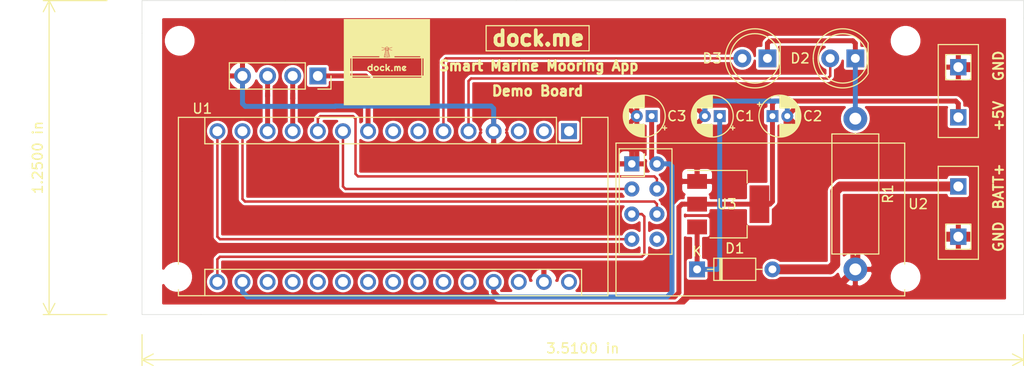
<source format=kicad_pcb>
(kicad_pcb (version 20171130) (host pcbnew "(5.1.7)-1")

  (general
    (thickness 1.6)
    (drawings 34)
    (tracks 132)
    (zones 0)
    (modules 18)
    (nets 34)
  )

  (page A4)
  (layers
    (0 F.Cu signal)
    (31 B.Cu signal)
    (32 B.Adhes user)
    (33 F.Adhes user)
    (34 B.Paste user)
    (35 F.Paste user)
    (36 B.SilkS user)
    (37 F.SilkS user)
    (38 B.Mask user)
    (39 F.Mask user)
    (40 Dwgs.User user)
    (41 Cmts.User user)
    (42 Eco1.User user)
    (43 Eco2.User user)
    (44 Edge.Cuts user)
    (45 Margin user)
    (46 B.CrtYd user)
    (47 F.CrtYd user)
    (48 B.Fab user)
    (49 F.Fab user)
  )

  (setup
    (last_trace_width 0.25)
    (user_trace_width 0.5)
    (user_trace_width 0.75)
    (user_trace_width 1)
    (trace_clearance 0.2)
    (zone_clearance 0.508)
    (zone_45_only no)
    (trace_min 0.2)
    (via_size 0.8)
    (via_drill 0.4)
    (via_min_size 0.4)
    (via_min_drill 0.3)
    (user_via 1.2 0.8)
    (uvia_size 0.3)
    (uvia_drill 0.1)
    (uvias_allowed no)
    (uvia_min_size 0.2)
    (uvia_min_drill 0.1)
    (edge_width 0.05)
    (segment_width 0.2)
    (pcb_text_width 0.3)
    (pcb_text_size 1.5 1.5)
    (mod_edge_width 0.12)
    (mod_text_size 1 1)
    (mod_text_width 0.15)
    (pad_size 1.524 1.524)
    (pad_drill 0.762)
    (pad_to_mask_clearance 0)
    (aux_axis_origin 86.36 114.3)
    (visible_elements 7FFDFFFF)
    (pcbplotparams
      (layerselection 0x010f0_ffffffff)
      (usegerberextensions false)
      (usegerberattributes true)
      (usegerberadvancedattributes true)
      (creategerberjobfile true)
      (excludeedgelayer true)
      (linewidth 0.150000)
      (plotframeref false)
      (viasonmask false)
      (mode 1)
      (useauxorigin true)
      (hpglpennumber 1)
      (hpglpenspeed 20)
      (hpglpendiameter 15.000000)
      (psnegative false)
      (psa4output false)
      (plotreference true)
      (plotvalue false)
      (plotinvisibletext false)
      (padsonsilk false)
      (subtractmaskfromsilk false)
      (outputformat 1)
      (mirror false)
      (drillshape 0)
      (scaleselection 1)
      (outputdirectory ""))
  )

  (net 0 "")
  (net 1 GND)
  (net 2 "Net-(C1-Pad1)")
  (net 3 5V)
  (net 4 VIN)
  (net 5 RED)
  (net 6 "Net-(D2-Pad1)")
  (net 7 GREEN)
  (net 8 ECHO)
  (net 9 TRIG)
  (net 10 SCK)
  (net 11 MISO)
  (net 12 "Net-(U1-Pad30)")
  (net 13 MOSI)
  (net 14 "Net-(U1-Pad28)")
  (net 15 !CSN)
  (net 16 "Net-(U1-Pad26)")
  (net 17 CE)
  (net 18 "Net-(U1-Pad25)")
  (net 19 "Net-(U1-Pad24)")
  (net 20 "Net-(U1-Pad8)")
  (net 21 "Net-(U1-Pad23)")
  (net 22 "Net-(U1-Pad7)")
  (net 23 "Net-(U1-Pad22)")
  (net 24 "Net-(U1-Pad21)")
  (net 25 "Net-(U1-Pad20)")
  (net 26 "Net-(U1-Pad19)")
  (net 27 "Net-(U1-Pad3)")
  (net 28 "Net-(U1-Pad18)")
  (net 29 "Net-(U1-Pad2)")
  (net 30 3.3V)
  (net 31 "Net-(U1-Pad1)")
  (net 32 "Net-(U2-Pad8)")
  (net 33 SENSE_EN)

  (net_class Default "This is the default net class."
    (clearance 0.2)
    (trace_width 0.25)
    (via_dia 0.8)
    (via_drill 0.4)
    (uvia_dia 0.3)
    (uvia_drill 0.1)
    (add_net !CSN)
    (add_net 3.3V)
    (add_net 5V)
    (add_net CE)
    (add_net ECHO)
    (add_net GND)
    (add_net GREEN)
    (add_net MISO)
    (add_net MOSI)
    (add_net "Net-(C1-Pad1)")
    (add_net "Net-(D2-Pad1)")
    (add_net "Net-(U1-Pad1)")
    (add_net "Net-(U1-Pad18)")
    (add_net "Net-(U1-Pad19)")
    (add_net "Net-(U1-Pad2)")
    (add_net "Net-(U1-Pad20)")
    (add_net "Net-(U1-Pad21)")
    (add_net "Net-(U1-Pad22)")
    (add_net "Net-(U1-Pad23)")
    (add_net "Net-(U1-Pad24)")
    (add_net "Net-(U1-Pad25)")
    (add_net "Net-(U1-Pad26)")
    (add_net "Net-(U1-Pad28)")
    (add_net "Net-(U1-Pad3)")
    (add_net "Net-(U1-Pad30)")
    (add_net "Net-(U1-Pad7)")
    (add_net "Net-(U1-Pad8)")
    (add_net "Net-(U2-Pad8)")
    (add_net RED)
    (add_net SCK)
    (add_net SENSE_EN)
    (add_net TRIG)
    (add_net VIN)
  )

  (module Connector_PinSocket_2.54mm:PinSocket_1x04_P2.54mm_Vertical (layer F.Cu) (tedit 5A19A429) (tstamp 5F85030D)
    (at 108.966 90.17 270)
    (descr "Through hole straight socket strip, 1x04, 2.54mm pitch, single row (from Kicad 4.0.7), script generated")
    (tags "Through hole socket strip THT 1x04 2.54mm single row")
    (path /5F84EAB2)
    (fp_text reference J3 (at 0 -2.77 180) (layer F.Fab)
      (effects (font (size 1 1) (thickness 0.15)))
    )
    (fp_text value "SR-04 Connector" (at 0 10.39 90) (layer F.Fab)
      (effects (font (size 1 1) (thickness 0.15)))
    )
    (fp_line (start -1.27 -1.27) (end 0.635 -1.27) (layer F.Fab) (width 0.1))
    (fp_line (start 0.635 -1.27) (end 1.27 -0.635) (layer F.Fab) (width 0.1))
    (fp_line (start 1.27 -0.635) (end 1.27 8.89) (layer F.Fab) (width 0.1))
    (fp_line (start 1.27 8.89) (end -1.27 8.89) (layer F.Fab) (width 0.1))
    (fp_line (start -1.27 8.89) (end -1.27 -1.27) (layer F.Fab) (width 0.1))
    (fp_line (start -1.33 1.27) (end 1.33 1.27) (layer F.SilkS) (width 0.12))
    (fp_line (start -1.33 1.27) (end -1.33 8.95) (layer F.SilkS) (width 0.12))
    (fp_line (start -1.33 8.95) (end 1.33 8.95) (layer F.SilkS) (width 0.12))
    (fp_line (start 1.33 1.27) (end 1.33 8.95) (layer F.SilkS) (width 0.12))
    (fp_line (start 1.33 -1.33) (end 1.33 0) (layer F.SilkS) (width 0.12))
    (fp_line (start 0 -1.33) (end 1.33 -1.33) (layer F.SilkS) (width 0.12))
    (fp_line (start -1.8 -1.8) (end 1.75 -1.8) (layer F.CrtYd) (width 0.05))
    (fp_line (start 1.75 -1.8) (end 1.75 9.4) (layer F.CrtYd) (width 0.05))
    (fp_line (start 1.75 9.4) (end -1.8 9.4) (layer F.CrtYd) (width 0.05))
    (fp_line (start -1.8 9.4) (end -1.8 -1.8) (layer F.CrtYd) (width 0.05))
    (fp_text user %R (at 0 3.81) (layer F.Fab)
      (effects (font (size 1 1) (thickness 0.15)))
    )
    (pad 4 thru_hole oval (at 0 7.62 270) (size 1.7 1.7) (drill 1) (layers *.Cu *.Mask)
      (net 1 GND))
    (pad 3 thru_hole oval (at 0 5.08 270) (size 1.7 1.7) (drill 1) (layers *.Cu *.Mask)
      (net 8 ECHO))
    (pad 2 thru_hole oval (at 0 2.54 270) (size 1.7 1.7) (drill 1) (layers *.Cu *.Mask)
      (net 9 TRIG))
    (pad 1 thru_hole rect (at 0 0 270) (size 1.7 1.7) (drill 1) (layers *.Cu *.Mask)
      (net 33 SENSE_EN))
    (model ${KISYS3DMOD}/Connector_PinSocket_2.54mm.3dshapes/PinSocket_1x04_P2.54mm_Vertical.wrl
      (at (xyz 0 0 0))
      (scale (xyz 1 1 1))
      (rotate (xyz 0 0 0))
    )
  )

  (module MountingHole:MountingHole_2.5mm (layer F.Cu) (tedit 56D1B4CB) (tstamp 5F954FBA)
    (at 94.742 110.49)
    (descr "Mounting Hole 2.5mm, no annular")
    (tags "mounting hole 2.5mm no annular")
    (path /5F8BE412)
    (attr virtual)
    (fp_text reference H4 (at 0 0.254 270) (layer F.Fab)
      (effects (font (size 1 1) (thickness 0.15)))
    )
    (fp_text value MountingHole (at 0 3.5) (layer F.Fab)
      (effects (font (size 1 1) (thickness 0.15)))
    )
    (fp_circle (center 0 0) (end 2.5 0) (layer Cmts.User) (width 0.15))
    (fp_circle (center 0 0) (end 2.75 0) (layer F.CrtYd) (width 0.05))
    (fp_text user %R (at 0.3 0) (layer F.Fab)
      (effects (font (size 1 1) (thickness 0.15)))
    )
    (pad 1 np_thru_hole circle (at 0 0) (size 2.5 2.5) (drill 2.5) (layers *.Cu *.Mask))
  )

  (module Module:Arduino_Nano (layer F.Cu) (tedit 58ACAF70) (tstamp 5F958466)
    (at 134.366 95.758 270)
    (descr "Arduino Nano, http://www.mouser.com/pdfdocs/Gravitech_Arduino_Nano3_0.pdf")
    (tags "Arduino Nano")
    (path /5F8491A3)
    (fp_text reference U1 (at -2.286 37.084 180) (layer F.SilkS)
      (effects (font (size 1 1) (thickness 0.15)))
    )
    (fp_text value Arduino_Nano_v3.x (at 8.89 19.05) (layer F.Fab)
      (effects (font (size 1 1) (thickness 0.15)))
    )
    (fp_line (start 1.27 1.27) (end 1.27 -1.27) (layer F.SilkS) (width 0.12))
    (fp_line (start 1.27 -1.27) (end -1.4 -1.27) (layer F.SilkS) (width 0.12))
    (fp_line (start -1.4 1.27) (end -1.4 39.5) (layer F.SilkS) (width 0.12))
    (fp_line (start -1.4 -3.94) (end -1.4 -1.27) (layer F.SilkS) (width 0.12))
    (fp_line (start 13.97 -1.27) (end 16.64 -1.27) (layer F.SilkS) (width 0.12))
    (fp_line (start 13.97 -1.27) (end 13.97 36.83) (layer F.SilkS) (width 0.12))
    (fp_line (start 13.97 36.83) (end 16.64 36.83) (layer F.SilkS) (width 0.12))
    (fp_line (start 1.27 1.27) (end -1.4 1.27) (layer F.SilkS) (width 0.12))
    (fp_line (start 1.27 1.27) (end 1.27 36.83) (layer F.SilkS) (width 0.12))
    (fp_line (start 1.27 36.83) (end -1.4 36.83) (layer F.SilkS) (width 0.12))
    (fp_line (start 3.81 31.75) (end 11.43 31.75) (layer F.Fab) (width 0.1))
    (fp_line (start 11.43 31.75) (end 11.43 41.91) (layer F.Fab) (width 0.1))
    (fp_line (start 11.43 41.91) (end 3.81 41.91) (layer F.Fab) (width 0.1))
    (fp_line (start 3.81 41.91) (end 3.81 31.75) (layer F.Fab) (width 0.1))
    (fp_line (start -1.4 39.5) (end 16.64 39.5) (layer F.SilkS) (width 0.12))
    (fp_line (start 16.64 39.5) (end 16.64 -3.94) (layer F.SilkS) (width 0.12))
    (fp_line (start 16.64 -3.94) (end -1.4 -3.94) (layer F.SilkS) (width 0.12))
    (fp_line (start 16.51 39.37) (end -1.27 39.37) (layer F.Fab) (width 0.1))
    (fp_line (start -1.27 39.37) (end -1.27 -2.54) (layer F.Fab) (width 0.1))
    (fp_line (start -1.27 -2.54) (end 0 -3.81) (layer F.Fab) (width 0.1))
    (fp_line (start 0 -3.81) (end 16.51 -3.81) (layer F.Fab) (width 0.1))
    (fp_line (start 16.51 -3.81) (end 16.51 39.37) (layer F.Fab) (width 0.1))
    (fp_line (start -1.53 -4.06) (end 16.75 -4.06) (layer F.CrtYd) (width 0.05))
    (fp_line (start -1.53 -4.06) (end -1.53 42.16) (layer F.CrtYd) (width 0.05))
    (fp_line (start 16.75 42.16) (end 16.75 -4.06) (layer F.CrtYd) (width 0.05))
    (fp_line (start 16.75 42.16) (end -1.53 42.16) (layer F.CrtYd) (width 0.05))
    (fp_text user %R (at 6.35 19.05) (layer F.Fab)
      (effects (font (size 1 1) (thickness 0.15)))
    )
    (pad 16 thru_hole oval (at 15.24 35.56 270) (size 1.6 1.6) (drill 1) (layers *.Cu *.Mask)
      (net 10 SCK))
    (pad 15 thru_hole oval (at 0 35.56 270) (size 1.6 1.6) (drill 1) (layers *.Cu *.Mask)
      (net 11 MISO))
    (pad 30 thru_hole oval (at 15.24 0 270) (size 1.6 1.6) (drill 1) (layers *.Cu *.Mask)
      (net 12 "Net-(U1-Pad30)"))
    (pad 14 thru_hole oval (at 0 33.02 270) (size 1.6 1.6) (drill 1) (layers *.Cu *.Mask)
      (net 13 MOSI))
    (pad 29 thru_hole oval (at 15.24 2.54 270) (size 1.6 1.6) (drill 1) (layers *.Cu *.Mask)
      (net 1 GND))
    (pad 13 thru_hole oval (at 0 30.48 270) (size 1.6 1.6) (drill 1) (layers *.Cu *.Mask)
      (net 8 ECHO))
    (pad 28 thru_hole oval (at 15.24 5.08 270) (size 1.6 1.6) (drill 1) (layers *.Cu *.Mask)
      (net 14 "Net-(U1-Pad28)"))
    (pad 12 thru_hole oval (at 0 27.94 270) (size 1.6 1.6) (drill 1) (layers *.Cu *.Mask)
      (net 9 TRIG))
    (pad 27 thru_hole oval (at 15.24 7.62 270) (size 1.6 1.6) (drill 1) (layers *.Cu *.Mask)
      (net 3 5V))
    (pad 11 thru_hole oval (at 0 25.4 270) (size 1.6 1.6) (drill 1) (layers *.Cu *.Mask)
      (net 15 !CSN))
    (pad 26 thru_hole oval (at 15.24 10.16 270) (size 1.6 1.6) (drill 1) (layers *.Cu *.Mask)
      (net 16 "Net-(U1-Pad26)"))
    (pad 10 thru_hole oval (at 0 22.86 270) (size 1.6 1.6) (drill 1) (layers *.Cu *.Mask)
      (net 17 CE))
    (pad 25 thru_hole oval (at 15.24 12.7 270) (size 1.6 1.6) (drill 1) (layers *.Cu *.Mask)
      (net 18 "Net-(U1-Pad25)"))
    (pad 9 thru_hole oval (at 0 20.32 270) (size 1.6 1.6) (drill 1) (layers *.Cu *.Mask)
      (net 33 SENSE_EN))
    (pad 24 thru_hole oval (at 15.24 15.24 270) (size 1.6 1.6) (drill 1) (layers *.Cu *.Mask)
      (net 19 "Net-(U1-Pad24)"))
    (pad 8 thru_hole oval (at 0 17.78 270) (size 1.6 1.6) (drill 1) (layers *.Cu *.Mask)
      (net 20 "Net-(U1-Pad8)"))
    (pad 23 thru_hole oval (at 15.24 17.78 270) (size 1.6 1.6) (drill 1) (layers *.Cu *.Mask)
      (net 21 "Net-(U1-Pad23)"))
    (pad 7 thru_hole oval (at 0 15.24 270) (size 1.6 1.6) (drill 1) (layers *.Cu *.Mask)
      (net 22 "Net-(U1-Pad7)"))
    (pad 22 thru_hole oval (at 15.24 20.32 270) (size 1.6 1.6) (drill 1) (layers *.Cu *.Mask)
      (net 23 "Net-(U1-Pad22)"))
    (pad 6 thru_hole oval (at 0 12.7 270) (size 1.6 1.6) (drill 1) (layers *.Cu *.Mask)
      (net 7 GREEN))
    (pad 21 thru_hole oval (at 15.24 22.86 270) (size 1.6 1.6) (drill 1) (layers *.Cu *.Mask)
      (net 24 "Net-(U1-Pad21)"))
    (pad 5 thru_hole oval (at 0 10.16 270) (size 1.6 1.6) (drill 1) (layers *.Cu *.Mask)
      (net 5 RED))
    (pad 20 thru_hole oval (at 15.24 25.4 270) (size 1.6 1.6) (drill 1) (layers *.Cu *.Mask)
      (net 25 "Net-(U1-Pad20)"))
    (pad 4 thru_hole oval (at 0 7.62 270) (size 1.6 1.6) (drill 1) (layers *.Cu *.Mask)
      (net 1 GND))
    (pad 19 thru_hole oval (at 15.24 27.94 270) (size 1.6 1.6) (drill 1) (layers *.Cu *.Mask)
      (net 26 "Net-(U1-Pad19)"))
    (pad 3 thru_hole oval (at 0 5.08 270) (size 1.6 1.6) (drill 1) (layers *.Cu *.Mask)
      (net 27 "Net-(U1-Pad3)"))
    (pad 18 thru_hole oval (at 15.24 30.48 270) (size 1.6 1.6) (drill 1) (layers *.Cu *.Mask)
      (net 28 "Net-(U1-Pad18)"))
    (pad 2 thru_hole oval (at 0 2.54 270) (size 1.6 1.6) (drill 1) (layers *.Cu *.Mask)
      (net 29 "Net-(U1-Pad2)"))
    (pad 17 thru_hole oval (at 15.24 33.02 270) (size 1.6 1.6) (drill 1) (layers *.Cu *.Mask)
      (net 30 3.3V))
    (pad 1 thru_hole rect (at 0 0 270) (size 1.6 1.6) (drill 1) (layers *.Cu *.Mask)
      (net 31 "Net-(U1-Pad1)"))
    (model ${KISYS3DMOD}/Module.3dshapes/Arduino_Nano_WithMountingHoles.wrl
      (offset (xyz 1.5 0 0))
      (scale (xyz 1 1 1))
      (rotate (xyz 10 0 25))
    )
    (model "C:/Program Files/KiCad/share/kicad/modules/Arduino_NANO_CH340.step"
      (offset (xyz 8 -18 5.5))
      (scale (xyz 1 1 1))
      (rotate (xyz 0 0 -90))
    )
  )

  (module LED_THT:LED_D5.0mm (layer F.Cu) (tedit 5995936A) (tstamp 5F8502E2)
    (at 154.432 88.392 180)
    (descr "LED, diameter 5.0mm, 2 pins, http://cdn-reichelt.de/documents/datenblatt/A500/LL-504BC2E-009.pdf")
    (tags "LED diameter 5.0mm 2 pins")
    (path /5F88E8DE)
    (fp_text reference D3 (at 5.588 0) (layer F.SilkS)
      (effects (font (size 1 1) (thickness 0.15)))
    )
    (fp_text value LED (at 1.27 3.96) (layer F.Fab)
      (effects (font (size 1 1) (thickness 0.15)))
    )
    (fp_circle (center 1.27 0) (end 3.77 0) (layer F.Fab) (width 0.1))
    (fp_circle (center 1.27 0) (end 3.77 0) (layer F.SilkS) (width 0.12))
    (fp_line (start -1.23 -1.469694) (end -1.23 1.469694) (layer F.Fab) (width 0.1))
    (fp_line (start -1.29 -1.545) (end -1.29 1.545) (layer F.SilkS) (width 0.12))
    (fp_line (start -1.95 -3.25) (end -1.95 3.25) (layer F.CrtYd) (width 0.05))
    (fp_line (start -1.95 3.25) (end 4.5 3.25) (layer F.CrtYd) (width 0.05))
    (fp_line (start 4.5 3.25) (end 4.5 -3.25) (layer F.CrtYd) (width 0.05))
    (fp_line (start 4.5 -3.25) (end -1.95 -3.25) (layer F.CrtYd) (width 0.05))
    (fp_text user %R (at 1.25 0) (layer F.Fab)
      (effects (font (size 0.8 0.8) (thickness 0.2)))
    )
    (fp_arc (start 1.27 0) (end -1.29 1.54483) (angle -148.9) (layer F.SilkS) (width 0.12))
    (fp_arc (start 1.27 0) (end -1.29 -1.54483) (angle 148.9) (layer F.SilkS) (width 0.12))
    (fp_arc (start 1.27 0) (end -1.23 -1.469694) (angle 299.1) (layer F.Fab) (width 0.1))
    (pad 2 thru_hole circle (at 2.54 0 180) (size 1.8 1.8) (drill 0.9) (layers *.Cu *.Mask)
      (net 7 GREEN))
    (pad 1 thru_hole rect (at 0 0 180) (size 1.8 1.8) (drill 0.9) (layers *.Cu *.Mask)
      (net 6 "Net-(D2-Pad1)"))
    (model ${KISYS3DMOD}/LED_THT.3dshapes/LED_D5.0mm.wrl
      (at (xyz 0 0 0))
      (scale (xyz 1 1 1))
      (rotate (xyz 0 0 0))
    )
  )

  (module ATTiny84-BMS-module:1x02_5.08mm (layer F.Cu) (tedit 5F772189) (tstamp 5F89EE15)
    (at 170.942 91.821 90)
    (path /5F906CB4)
    (fp_text reference J2 (at -0.127 2.794 180) (layer F.SilkS) hide
      (effects (font (size 1 1) (thickness 0.15)))
    )
    (fp_text value "5V In Connector" (at 0 -1.524 90) (layer F.Fab)
      (effects (font (size 1 1) (thickness 0.15)))
    )
    (fp_line (start 1.524 1.778) (end 1.524 3.81) (layer F.Fab) (width 0.12))
    (fp_line (start 1.524 3.81) (end 3.556 3.81) (layer F.Fab) (width 0.12))
    (fp_line (start 3.556 3.81) (end 3.556 1.778) (layer F.Fab) (width 0.12))
    (fp_line (start 3.556 1.778) (end 1.524 1.778) (layer F.Fab) (width 0.12))
    (fp_line (start -4.572 0.762) (end -4.572 4.318) (layer F.CrtYd) (width 0.12))
    (fp_line (start -4.572 4.318) (end -4.572 4.826) (layer F.CrtYd) (width 0.12))
    (fp_line (start -4.572 4.826) (end 4.826 4.826) (layer F.CrtYd) (width 0.12))
    (fp_line (start 4.826 4.826) (end 4.826 0.762) (layer F.CrtYd) (width 0.12))
    (fp_line (start 4.826 0.762) (end -4.572 0.762) (layer F.CrtYd) (width 0.12))
    (fp_line (start 1.27 1.524) (end 1.27 4.064) (layer F.SilkS) (width 0.12))
    (fp_line (start 1.27 4.064) (end 3.81 4.064) (layer F.SilkS) (width 0.12))
    (fp_line (start 3.81 4.064) (end 3.81 1.524) (layer F.SilkS) (width 0.12))
    (fp_line (start 3.81 1.524) (end 1.27 1.524) (layer F.SilkS) (width 0.12))
    (pad 2 thru_hole rect (at 2.54 2.794 90) (size 1.65 1.65) (drill 1) (layers *.Cu *.Mask)
      (net 1 GND))
    (pad 1 thru_hole rect (at -2.54 2.794 90) (size 1.65 1.65) (drill 1) (layers *.Cu *.Mask)
      (net 3 5V))
    (model "C:/Program Files/KiCad/share/kicad/modules/Wurth- 2 way terminal block-wire to PCB WR-TBL Series 102.step"
      (offset (xyz 0 -2 5.5))
      (scale (xyz 1 1 1))
      (rotate (xyz 0 0 0))
    )
  )

  (module Capacitor_THT:CP_Radial_D4.0mm_P1.50mm (layer F.Cu) (tedit 5AE50EF0) (tstamp 5F955A5A)
    (at 142.724 94.234 180)
    (descr "CP, Radial series, Radial, pin pitch=1.50mm, , diameter=4mm, Electrolytic Capacitor")
    (tags "CP Radial series Radial pin pitch 1.50mm  diameter 4mm Electrolytic Capacitor")
    (path /5F8574D2)
    (fp_text reference C3 (at -2.54 0) (layer F.SilkS)
      (effects (font (size 1 1) (thickness 0.15)))
    )
    (fp_text value 100uF (at 0.75 3.25) (layer F.Fab)
      (effects (font (size 1 1) (thickness 0.15)))
    )
    (fp_line (start -1.319801 -1.395) (end -1.319801 -0.995) (layer F.SilkS) (width 0.12))
    (fp_line (start -1.519801 -1.195) (end -1.119801 -1.195) (layer F.SilkS) (width 0.12))
    (fp_line (start 2.831 -0.37) (end 2.831 0.37) (layer F.SilkS) (width 0.12))
    (fp_line (start 2.791 -0.537) (end 2.791 0.537) (layer F.SilkS) (width 0.12))
    (fp_line (start 2.751 -0.664) (end 2.751 0.664) (layer F.SilkS) (width 0.12))
    (fp_line (start 2.711 -0.768) (end 2.711 0.768) (layer F.SilkS) (width 0.12))
    (fp_line (start 2.671 -0.859) (end 2.671 0.859) (layer F.SilkS) (width 0.12))
    (fp_line (start 2.631 -0.94) (end 2.631 0.94) (layer F.SilkS) (width 0.12))
    (fp_line (start 2.591 -1.013) (end 2.591 1.013) (layer F.SilkS) (width 0.12))
    (fp_line (start 2.551 -1.08) (end 2.551 1.08) (layer F.SilkS) (width 0.12))
    (fp_line (start 2.511 -1.142) (end 2.511 1.142) (layer F.SilkS) (width 0.12))
    (fp_line (start 2.471 -1.2) (end 2.471 1.2) (layer F.SilkS) (width 0.12))
    (fp_line (start 2.431 -1.254) (end 2.431 1.254) (layer F.SilkS) (width 0.12))
    (fp_line (start 2.391 -1.304) (end 2.391 1.304) (layer F.SilkS) (width 0.12))
    (fp_line (start 2.351 -1.351) (end 2.351 1.351) (layer F.SilkS) (width 0.12))
    (fp_line (start 2.311 0.84) (end 2.311 1.396) (layer F.SilkS) (width 0.12))
    (fp_line (start 2.311 -1.396) (end 2.311 -0.84) (layer F.SilkS) (width 0.12))
    (fp_line (start 2.271 0.84) (end 2.271 1.438) (layer F.SilkS) (width 0.12))
    (fp_line (start 2.271 -1.438) (end 2.271 -0.84) (layer F.SilkS) (width 0.12))
    (fp_line (start 2.231 0.84) (end 2.231 1.478) (layer F.SilkS) (width 0.12))
    (fp_line (start 2.231 -1.478) (end 2.231 -0.84) (layer F.SilkS) (width 0.12))
    (fp_line (start 2.191 0.84) (end 2.191 1.516) (layer F.SilkS) (width 0.12))
    (fp_line (start 2.191 -1.516) (end 2.191 -0.84) (layer F.SilkS) (width 0.12))
    (fp_line (start 2.151 0.84) (end 2.151 1.552) (layer F.SilkS) (width 0.12))
    (fp_line (start 2.151 -1.552) (end 2.151 -0.84) (layer F.SilkS) (width 0.12))
    (fp_line (start 2.111 0.84) (end 2.111 1.587) (layer F.SilkS) (width 0.12))
    (fp_line (start 2.111 -1.587) (end 2.111 -0.84) (layer F.SilkS) (width 0.12))
    (fp_line (start 2.071 0.84) (end 2.071 1.619) (layer F.SilkS) (width 0.12))
    (fp_line (start 2.071 -1.619) (end 2.071 -0.84) (layer F.SilkS) (width 0.12))
    (fp_line (start 2.031 0.84) (end 2.031 1.65) (layer F.SilkS) (width 0.12))
    (fp_line (start 2.031 -1.65) (end 2.031 -0.84) (layer F.SilkS) (width 0.12))
    (fp_line (start 1.991 0.84) (end 1.991 1.68) (layer F.SilkS) (width 0.12))
    (fp_line (start 1.991 -1.68) (end 1.991 -0.84) (layer F.SilkS) (width 0.12))
    (fp_line (start 1.951 0.84) (end 1.951 1.708) (layer F.SilkS) (width 0.12))
    (fp_line (start 1.951 -1.708) (end 1.951 -0.84) (layer F.SilkS) (width 0.12))
    (fp_line (start 1.911 0.84) (end 1.911 1.735) (layer F.SilkS) (width 0.12))
    (fp_line (start 1.911 -1.735) (end 1.911 -0.84) (layer F.SilkS) (width 0.12))
    (fp_line (start 1.871 0.84) (end 1.871 1.76) (layer F.SilkS) (width 0.12))
    (fp_line (start 1.871 -1.76) (end 1.871 -0.84) (layer F.SilkS) (width 0.12))
    (fp_line (start 1.831 0.84) (end 1.831 1.785) (layer F.SilkS) (width 0.12))
    (fp_line (start 1.831 -1.785) (end 1.831 -0.84) (layer F.SilkS) (width 0.12))
    (fp_line (start 1.791 0.84) (end 1.791 1.808) (layer F.SilkS) (width 0.12))
    (fp_line (start 1.791 -1.808) (end 1.791 -0.84) (layer F.SilkS) (width 0.12))
    (fp_line (start 1.751 0.84) (end 1.751 1.83) (layer F.SilkS) (width 0.12))
    (fp_line (start 1.751 -1.83) (end 1.751 -0.84) (layer F.SilkS) (width 0.12))
    (fp_line (start 1.711 0.84) (end 1.711 1.851) (layer F.SilkS) (width 0.12))
    (fp_line (start 1.711 -1.851) (end 1.711 -0.84) (layer F.SilkS) (width 0.12))
    (fp_line (start 1.671 0.84) (end 1.671 1.87) (layer F.SilkS) (width 0.12))
    (fp_line (start 1.671 -1.87) (end 1.671 -0.84) (layer F.SilkS) (width 0.12))
    (fp_line (start 1.631 0.84) (end 1.631 1.889) (layer F.SilkS) (width 0.12))
    (fp_line (start 1.631 -1.889) (end 1.631 -0.84) (layer F.SilkS) (width 0.12))
    (fp_line (start 1.591 0.84) (end 1.591 1.907) (layer F.SilkS) (width 0.12))
    (fp_line (start 1.591 -1.907) (end 1.591 -0.84) (layer F.SilkS) (width 0.12))
    (fp_line (start 1.551 0.84) (end 1.551 1.924) (layer F.SilkS) (width 0.12))
    (fp_line (start 1.551 -1.924) (end 1.551 -0.84) (layer F.SilkS) (width 0.12))
    (fp_line (start 1.511 0.84) (end 1.511 1.94) (layer F.SilkS) (width 0.12))
    (fp_line (start 1.511 -1.94) (end 1.511 -0.84) (layer F.SilkS) (width 0.12))
    (fp_line (start 1.471 0.84) (end 1.471 1.954) (layer F.SilkS) (width 0.12))
    (fp_line (start 1.471 -1.954) (end 1.471 -0.84) (layer F.SilkS) (width 0.12))
    (fp_line (start 1.43 0.84) (end 1.43 1.968) (layer F.SilkS) (width 0.12))
    (fp_line (start 1.43 -1.968) (end 1.43 -0.84) (layer F.SilkS) (width 0.12))
    (fp_line (start 1.39 0.84) (end 1.39 1.982) (layer F.SilkS) (width 0.12))
    (fp_line (start 1.39 -1.982) (end 1.39 -0.84) (layer F.SilkS) (width 0.12))
    (fp_line (start 1.35 0.84) (end 1.35 1.994) (layer F.SilkS) (width 0.12))
    (fp_line (start 1.35 -1.994) (end 1.35 -0.84) (layer F.SilkS) (width 0.12))
    (fp_line (start 1.31 0.84) (end 1.31 2.005) (layer F.SilkS) (width 0.12))
    (fp_line (start 1.31 -2.005) (end 1.31 -0.84) (layer F.SilkS) (width 0.12))
    (fp_line (start 1.27 0.84) (end 1.27 2.016) (layer F.SilkS) (width 0.12))
    (fp_line (start 1.27 -2.016) (end 1.27 -0.84) (layer F.SilkS) (width 0.12))
    (fp_line (start 1.23 0.84) (end 1.23 2.025) (layer F.SilkS) (width 0.12))
    (fp_line (start 1.23 -2.025) (end 1.23 -0.84) (layer F.SilkS) (width 0.12))
    (fp_line (start 1.19 0.84) (end 1.19 2.034) (layer F.SilkS) (width 0.12))
    (fp_line (start 1.19 -2.034) (end 1.19 -0.84) (layer F.SilkS) (width 0.12))
    (fp_line (start 1.15 0.84) (end 1.15 2.042) (layer F.SilkS) (width 0.12))
    (fp_line (start 1.15 -2.042) (end 1.15 -0.84) (layer F.SilkS) (width 0.12))
    (fp_line (start 1.11 0.84) (end 1.11 2.05) (layer F.SilkS) (width 0.12))
    (fp_line (start 1.11 -2.05) (end 1.11 -0.84) (layer F.SilkS) (width 0.12))
    (fp_line (start 1.07 0.84) (end 1.07 2.056) (layer F.SilkS) (width 0.12))
    (fp_line (start 1.07 -2.056) (end 1.07 -0.84) (layer F.SilkS) (width 0.12))
    (fp_line (start 1.03 0.84) (end 1.03 2.062) (layer F.SilkS) (width 0.12))
    (fp_line (start 1.03 -2.062) (end 1.03 -0.84) (layer F.SilkS) (width 0.12))
    (fp_line (start 0.99 0.84) (end 0.99 2.067) (layer F.SilkS) (width 0.12))
    (fp_line (start 0.99 -2.067) (end 0.99 -0.84) (layer F.SilkS) (width 0.12))
    (fp_line (start 0.95 0.84) (end 0.95 2.071) (layer F.SilkS) (width 0.12))
    (fp_line (start 0.95 -2.071) (end 0.95 -0.84) (layer F.SilkS) (width 0.12))
    (fp_line (start 0.91 0.84) (end 0.91 2.074) (layer F.SilkS) (width 0.12))
    (fp_line (start 0.91 -2.074) (end 0.91 -0.84) (layer F.SilkS) (width 0.12))
    (fp_line (start 0.87 0.84) (end 0.87 2.077) (layer F.SilkS) (width 0.12))
    (fp_line (start 0.87 -2.077) (end 0.87 -0.84) (layer F.SilkS) (width 0.12))
    (fp_line (start 0.83 -2.079) (end 0.83 -0.84) (layer F.SilkS) (width 0.12))
    (fp_line (start 0.83 0.84) (end 0.83 2.079) (layer F.SilkS) (width 0.12))
    (fp_line (start 0.79 -2.08) (end 0.79 -0.84) (layer F.SilkS) (width 0.12))
    (fp_line (start 0.79 0.84) (end 0.79 2.08) (layer F.SilkS) (width 0.12))
    (fp_line (start 0.75 -2.08) (end 0.75 -0.84) (layer F.SilkS) (width 0.12))
    (fp_line (start 0.75 0.84) (end 0.75 2.08) (layer F.SilkS) (width 0.12))
    (fp_line (start -0.752554 -1.0675) (end -0.752554 -0.6675) (layer F.Fab) (width 0.1))
    (fp_line (start -0.952554 -0.8675) (end -0.552554 -0.8675) (layer F.Fab) (width 0.1))
    (fp_circle (center 0.75 0) (end 3 0) (layer F.CrtYd) (width 0.05))
    (fp_circle (center 0.75 0) (end 2.87 0) (layer F.SilkS) (width 0.12))
    (fp_circle (center 0.75 0) (end 2.75 0) (layer F.Fab) (width 0.1))
    (fp_text user %R (at 0.75 0) (layer F.Fab)
      (effects (font (size 0.8 0.8) (thickness 0.12)))
    )
    (pad 2 thru_hole circle (at 1.5 0 180) (size 1.2 1.2) (drill 0.6) (layers *.Cu *.Mask)
      (net 1 GND))
    (pad 1 thru_hole rect (at 0 0 180) (size 1.2 1.2) (drill 0.6) (layers *.Cu *.Mask)
      (net 30 3.3V))
    (model ${KISYS3DMOD}/Capacitor_THT.3dshapes/CP_Radial_D4.0mm_P1.50mm.wrl
      (at (xyz 0 0 0))
      (scale (xyz 1 1 1))
      (rotate (xyz 0 0 0))
    )
  )

  (module MountingHole:MountingHole_2.5mm (layer F.Cu) (tedit 56D1B4CB) (tstamp 5F85554D)
    (at 168.402 110.49)
    (descr "Mounting Hole 2.5mm, no annular")
    (tags "mounting hole 2.5mm no annular")
    (path /5F8BE40C)
    (attr virtual)
    (fp_text reference H3 (at 0 0) (layer F.Fab)
      (effects (font (size 1 1) (thickness 0.15)))
    )
    (fp_text value MountingHole (at 0 3.5) (layer F.Fab)
      (effects (font (size 1 1) (thickness 0.15)))
    )
    (fp_circle (center 0 0) (end 2.5 0) (layer Cmts.User) (width 0.15))
    (fp_circle (center 0 0) (end 2.75 0) (layer F.CrtYd) (width 0.05))
    (fp_text user %R (at 0.3 0) (layer F.Fab)
      (effects (font (size 1 1) (thickness 0.15)))
    )
    (pad 1 np_thru_hole circle (at 0 0) (size 2.5 2.5) (drill 2.5) (layers *.Cu *.Mask))
  )

  (module MountingHole:MountingHole_2.5mm (layer F.Cu) (tedit 56D1B4CB) (tstamp 5F855545)
    (at 168.402 86.614)
    (descr "Mounting Hole 2.5mm, no annular")
    (tags "mounting hole 2.5mm no annular")
    (path /5F8BDCB6)
    (attr virtual)
    (fp_text reference H2 (at 0 0.254) (layer F.Fab)
      (effects (font (size 1 1) (thickness 0.15)))
    )
    (fp_text value MountingHole (at 0 3.5) (layer F.Fab)
      (effects (font (size 1 1) (thickness 0.15)))
    )
    (fp_circle (center 0 0) (end 2.5 0) (layer Cmts.User) (width 0.15))
    (fp_circle (center 0 0) (end 2.75 0) (layer F.CrtYd) (width 0.05))
    (fp_text user %R (at 0.3 0) (layer F.Fab)
      (effects (font (size 1 1) (thickness 0.15)))
    )
    (pad 1 np_thru_hole circle (at 0 0) (size 2.5 2.5) (drill 2.5) (layers *.Cu *.Mask))
  )

  (module MountingHole:MountingHole_2.5mm (layer F.Cu) (tedit 56D1B4CB) (tstamp 5F85553D)
    (at 94.996 86.614)
    (descr "Mounting Hole 2.5mm, no annular")
    (tags "mounting hole 2.5mm no annular")
    (path /5F8BC6EA)
    (attr virtual)
    (fp_text reference H1 (at 0 0) (layer F.Fab)
      (effects (font (size 1 1) (thickness 0.15)))
    )
    (fp_text value MountingHole (at 0 3.5) (layer F.Fab)
      (effects (font (size 1 1) (thickness 0.15)))
    )
    (fp_circle (center 0 0) (end 2.5 0) (layer Cmts.User) (width 0.15))
    (fp_circle (center 0 0) (end 2.75 0) (layer F.CrtYd) (width 0.05))
    (fp_text user %R (at 0.3 0) (layer F.Fab)
      (effects (font (size 1 1) (thickness 0.15)))
    )
    (pad 1 np_thru_hole circle (at 0 0) (size 2.5 2.5) (drill 2.5) (layers *.Cu *.Mask))
  )

  (module ATTiny84-BMS-module:dock.me-logo (layer F.Cu) (tedit 0) (tstamp 5F959059)
    (at 115.951 88.773)
    (fp_text reference G*** (at 0 0) (layer F.SilkS) hide
      (effects (font (size 1.524 1.524) (thickness 0.3)))
    )
    (fp_text value LOGO (at 0.75 0) (layer F.SilkS) hide
      (effects (font (size 1.524 1.524) (thickness 0.3)))
    )
    (fp_poly (pts (xy 4.354286 4.354286) (xy -4.354285 4.354286) (xy -4.354285 1.4732) (xy -3.483428 1.4732)
      (xy -3.483428 1.5748) (xy 3.483429 1.5748) (xy 3.483429 1.4732) (xy -3.483428 1.4732)
      (xy -4.354285 1.4732) (xy -4.354285 -0.377371) (xy -3.701143 -0.377371) (xy -3.701143 1.357086)
      (xy -3.592285 1.357086) (xy -3.592285 -0.377371) (xy -3.483428 -0.377371) (xy -3.483428 1.357086)
      (xy 3.483429 1.357086) (xy 3.483429 -0.377371) (xy 3.592286 -0.377371) (xy 3.592286 1.357086)
      (xy 3.701143 1.357086) (xy 3.701143 -0.377371) (xy 3.592286 -0.377371) (xy 3.483429 -0.377371)
      (xy -3.483428 -0.377371) (xy -3.592285 -0.377371) (xy -3.701143 -0.377371) (xy -4.354285 -0.377371)
      (xy -4.354285 -0.595085) (xy -3.483428 -0.595085) (xy -3.483428 -0.493485) (xy -0.762 -0.493485)
      (xy -0.762 -0.595085) (xy -3.483428 -0.595085) (xy -4.354285 -0.595085) (xy -4.354285 -1.491786)
      (xy -0.543276 -1.491786) (xy -0.539388 -1.479914) (xy -0.530494 -1.475685) (xy -0.50996 -1.468095)
      (xy -0.480078 -1.457858) (xy -0.443138 -1.445689) (xy -0.401433 -1.4323) (xy -0.357252 -1.418407)
      (xy -0.312887 -1.404722) (xy -0.27063 -1.39196) (xy -0.23277 -1.380835) (xy -0.2016 -1.372061)
      (xy -0.17941 -1.366351) (xy -0.168728 -1.364415) (xy -0.157605 -1.362074) (xy -0.153072 -1.35243)
      (xy -0.1524 -1.338943) (xy -0.153873 -1.321634) (xy -0.16006 -1.314555) (xy -0.168728 -1.31347)
      (xy -0.180003 -1.311351) (xy -0.202462 -1.30551) (xy -0.233819 -1.296658) (xy -0.271783 -1.285504)
      (xy -0.314066 -1.272759) (xy -0.358379 -1.259133) (xy -0.402433 -1.245336) (xy -0.44394 -1.232079)
      (xy -0.480611 -1.22007) (xy -0.510156 -1.210021) (xy -0.530287 -1.202641) (xy -0.538662 -1.198697)
      (xy -0.541817 -1.187213) (xy -0.536251 -1.174753) (xy -0.525297 -1.168429) (xy -0.52447 -1.1684)
      (xy -0.514544 -1.170488) (xy -0.492962 -1.176332) (xy -0.461901 -1.185297) (xy -0.42354 -1.19675)
      (xy -0.380056 -1.210057) (xy -0.362312 -1.215571) (xy -0.317738 -1.229388) (xy -0.277745 -1.241608)
      (xy -0.244438 -1.251601) (xy -0.21992 -1.25874) (xy -0.206294 -1.262396) (xy -0.204359 -1.262743)
      (xy -0.198725 -1.256391) (xy -0.193505 -1.240715) (xy -0.192682 -1.236753) (xy -0.182402 -1.211897)
      (xy -0.167556 -1.199141) (xy -0.147306 -1.187519) (xy -0.159869 -1.132602) (xy -0.165476 -1.108085)
      (xy -0.173566 -1.072707) (xy -0.183387 -1.029755) (xy -0.194187 -0.982519) (xy -0.205214 -0.934286)
      (xy -0.205613 -0.932543) (xy -0.218639 -0.875833) (xy -0.233406 -0.811978) (xy -0.248569 -0.74677)
      (xy -0.262782 -0.686002) (xy -0.271182 -0.650319) (xy -0.281044 -0.607293) (xy -0.289301 -0.568767)
      (xy -0.295496 -0.537089) (xy -0.299172 -0.51461) (xy -0.299871 -0.503679) (xy -0.29978 -0.503362)
      (xy -0.291764 -0.500744) (xy -0.271108 -0.498482) (xy -0.23968 -0.496575) (xy -0.199351 -0.495026)
      (xy -0.151989 -0.493833) (xy -0.099464 -0.492999) (xy -0.043645 -0.492524) (xy 0.013599 -0.492408)
      (xy 0.070398 -0.492652) (xy 0.124884 -0.493258) (xy 0.175187 -0.494225) (xy 0.219437 -0.495554)
      (xy 0.255766 -0.497246) (xy 0.282304 -0.499302) (xy 0.297182 -0.501723) (xy 0.299694 -0.503138)
      (xy 0.29972 -0.514015) (xy 0.296852 -0.535677) (xy 0.291722 -0.564832) (xy 0.28559 -0.595085)
      (xy 0.762 -0.595085) (xy 0.762 -0.493485) (xy 3.374572 -0.493485) (xy 3.374572 -0.595085)
      (xy 0.762 -0.595085) (xy 0.28559 -0.595085) (xy 0.284961 -0.598186) (xy 0.277201 -0.632445)
      (xy 0.269073 -0.664316) (xy 0.26815 -0.667657) (xy 0.264826 -0.680735) (xy 0.25868 -0.706073)
      (xy 0.250157 -0.741786) (xy 0.239704 -0.785993) (xy 0.227766 -0.83681) (xy 0.214789 -0.892355)
      (xy 0.206284 -0.928914) (xy 0.19309 -0.985655) (xy 0.180856 -1.038139) (xy 0.16999 -1.084626)
      (xy 0.160901 -1.123374) (xy 0.153996 -1.152643) (xy 0.149683 -1.170691) (xy 0.148442 -1.175657)
      (xy 0.152124 -1.186862) (xy 0.166527 -1.198615) (xy 0.166593 -1.198653) (xy 0.18503 -1.215712)
      (xy 0.192683 -1.236753) (xy 0.19753 -1.253731) (xy 0.203266 -1.262439) (xy 0.20436 -1.262743)
      (xy 0.213008 -1.260666) (xy 0.233395 -1.254853) (xy 0.263418 -1.245933) (xy 0.300972 -1.234534)
      (xy 0.343955 -1.221285) (xy 0.362313 -1.215571) (xy 0.407194 -1.201717) (xy 0.447797 -1.189471)
      (xy 0.481943 -1.179467) (xy 0.507453 -1.17234) (xy 0.522149 -1.168723) (xy 0.52447 -1.1684)
      (xy 0.535661 -1.174072) (xy 0.541683 -1.186347) (xy 0.539203 -1.198114) (xy 0.538663 -1.198697)
      (xy 0.529898 -1.202795) (xy 0.50949 -1.210254) (xy 0.479728 -1.220364) (xy 0.442901 -1.232414)
      (xy 0.401298 -1.245696) (xy 0.357207 -1.259497) (xy 0.312918 -1.273109) (xy 0.270719 -1.285821)
      (xy 0.232899 -1.296923) (xy 0.201748 -1.305706) (xy 0.179553 -1.311458) (xy 0.168729 -1.31347)
      (xy 0.157606 -1.315811) (xy 0.153073 -1.325456) (xy 0.1524 -1.338943) (xy 0.153873 -1.356252)
      (xy 0.16006 -1.363331) (xy 0.168729 -1.364415) (xy 0.180251 -1.366548) (xy 0.202932 -1.372424)
      (xy 0.234483 -1.38133) (xy 0.27261 -1.392551) (xy 0.315024 -1.405375) (xy 0.359433 -1.419086)
      (xy 0.403546 -1.432972) (xy 0.445072 -1.446317) (xy 0.48172 -1.458409) (xy 0.511199 -1.468533)
      (xy 0.531218 -1.475975) (xy 0.539388 -1.479914) (xy 0.54326 -1.491948) (xy 0.537503 -1.504057)
      (xy 0.525474 -1.509485) (xy 0.515243 -1.507394) (xy 0.493374 -1.501543) (xy 0.462065 -1.492567)
      (xy 0.423511 -1.481101) (xy 0.379909 -1.46778) (xy 0.362313 -1.462314) (xy 0.317721 -1.448495)
      (xy 0.277695 -1.436274) (xy 0.244342 -1.42628) (xy 0.21977 -1.419142) (xy 0.206085 -1.415488)
      (xy 0.204129 -1.415143) (xy 0.197767 -1.421388) (xy 0.19248 -1.436162) (xy 0.184964 -1.455241)
      (xy 0.175575 -1.467593) (xy 0.161777 -1.477865) (xy 0.140015 -1.492497) (xy 0.113119 -1.509753)
      (xy 0.083923 -1.527902) (xy 0.055258 -1.545211) (xy 0.029957 -1.559945) (xy 0.010852 -1.570373)
      (xy 0.000775 -1.57476) (xy 0.000371 -1.5748) (xy -0.009152 -1.571081) (xy -0.027949 -1.561069)
      (xy -0.053188 -1.546481) (xy -0.082038 -1.529034) (xy -0.111668 -1.510444) (xy -0.139247 -1.492428)
      (xy -0.161944 -1.476703) (xy -0.164634 -1.474736) (xy -0.181438 -1.457728) (xy -0.191834 -1.43866)
      (xy -0.192425 -1.436408) (xy -0.197791 -1.421386) (xy -0.204128 -1.415143) (xy -0.212846 -1.41722)
      (xy -0.233299 -1.423035) (xy -0.263379 -1.431957) (xy -0.300978 -1.443359) (xy -0.343988 -1.456612)
      (xy -0.362312 -1.462314) (xy -0.407268 -1.476178) (xy -0.448017 -1.48843) (xy -0.482364 -1.498436)
      (xy -0.508112 -1.50556) (xy -0.523066 -1.509168) (xy -0.525474 -1.509485) (xy -0.537619 -1.503935)
      (xy -0.543276 -1.491786) (xy -4.354285 -1.491786) (xy -4.354285 -4.354285) (xy 4.354286 -4.354285)
      (xy 4.354286 4.354286)) (layer F.SilkS) (width 0.01))
    (fp_poly (pts (xy 0.528019 0.778262) (xy 0.545279 0.785603) (xy 0.563155 0.801189) (xy 0.579342 0.820136)
      (xy 0.5865 0.838152) (xy 0.587829 0.856343) (xy 0.585594 0.878574) (xy 0.576805 0.896206)
      (xy 0.563155 0.911497) (xy 0.543995 0.927786) (xy 0.526064 0.934767) (xy 0.51054 0.935712)
      (xy 0.487825 0.933795) (xy 0.469028 0.929709) (xy 0.467274 0.929059) (xy 0.444091 0.912525)
      (xy 0.427647 0.886781) (xy 0.420942 0.856641) (xy 0.420915 0.854639) (xy 0.423473 0.832935)
      (xy 0.433202 0.814885) (xy 0.445589 0.801189) (xy 0.463847 0.785346) (xy 0.481171 0.778171)
      (xy 0.504372 0.776515) (xy 0.528019 0.778262)) (layer F.SilkS) (width 0.01))
    (fp_poly (pts (xy -1.448845 0.192315) (xy -1.448204 0.537029) (xy -1.448131 0.606592) (xy -1.44817 0.671835)
      (xy -1.448312 0.731299) (xy -1.44855 0.783524) (xy -1.448874 0.82705) (xy -1.449276 0.860419)
      (xy -1.449748 0.882169) (xy -1.450272 0.890815) (xy -1.458553 0.900339) (xy -1.472548 0.898992)
      (xy -1.489699 0.887831) (xy -1.507451 0.867911) (xy -1.508195 0.866866) (xy -1.524844 0.846424)
      (xy -1.53687 0.838671) (xy -1.540434 0.839348) (xy -1.551569 0.846506) (xy -1.569398 0.858266)
      (xy -1.578428 0.864291) (xy -1.629561 0.89029) (xy -1.685565 0.904282) (xy -1.742922 0.90574)
      (xy -1.79182 0.896207) (xy -1.840619 0.874033) (xy -1.885479 0.840552) (xy -1.923632 0.798697)
      (xy -1.952313 0.751404) (xy -1.966856 0.710491) (xy -1.974736 0.648553) (xy -1.973589 0.635295)
      (xy -1.837871 0.635295) (xy -1.831869 0.679174) (xy -1.815203 0.716167) (xy -1.789881 0.744947)
      (xy -1.757912 0.764187) (xy -1.721304 0.772559) (xy -1.682066 0.768738) (xy -1.652922 0.757489)
      (xy -1.636165 0.745073) (xy -1.618029 0.726258) (xy -1.611776 0.718258) (xy -1.591572 0.67898)
      (xy -1.585266 0.637104) (xy -1.593009 0.594899) (xy -1.612776 0.556341) (xy -1.639506 0.528536)
      (xy -1.670978 0.51112) (xy -1.704968 0.503725) (xy -1.739254 0.505985) (xy -1.771613 0.517533)
      (xy -1.799823 0.538002) (xy -1.821661 0.567025) (xy -1.834904 0.604236) (xy -1.837871 0.635295)
      (xy -1.973589 0.635295) (xy -1.969413 0.587058) (xy -1.951561 0.528568) (xy -1.921857 0.475643)
      (xy -1.897109 0.44605) (xy -1.858818 0.414612) (xy -1.814449 0.391203) (xy -1.766746 0.37618)
      (xy -1.71845 0.369904) (xy -1.672306 0.372734) (xy -1.631055 0.385029) (xy -1.597798 0.406814)
      (xy -1.582057 0.42148) (xy -1.582057 0.188141) (xy -1.448845 0.192315)) (layer F.SilkS) (width 0.01))
    (fp_poly (pts (xy -1.033016 0.374387) (xy -1.005777 0.37674) (xy -0.984408 0.381437) (xy -0.96461 0.38911)
      (xy -0.963925 0.389425) (xy -0.920454 0.416215) (xy -0.880235 0.453492) (xy -0.847359 0.497252)
      (xy -0.839373 0.511363) (xy -0.829224 0.531708) (xy -0.822621 0.548839) (xy -0.818804 0.566857)
      (xy -0.817012 0.589859) (xy -0.816488 0.621943) (xy -0.816464 0.635) (xy -0.816756 0.671368)
      (xy -0.818148 0.697379) (xy -0.821353 0.717185) (xy -0.827085 0.734939) (xy -0.836058 0.754793)
      (xy -0.837613 0.757976) (xy -0.869721 0.808515) (xy -0.911436 0.850844) (xy -0.959959 0.882169)
      (xy -0.963774 0.883987) (xy -1.009706 0.899073) (xy -1.061509 0.905924) (xy -1.113418 0.90424)
      (xy -1.15873 0.894062) (xy -1.212471 0.867425) (xy -1.259319 0.82864) (xy -1.297849 0.779007)
      (xy -1.311256 0.755145) (xy -1.32063 0.735309) (xy -1.326613 0.717634) (xy -1.329953 0.697863)
      (xy -1.331394 0.671738) (xy -1.331518 0.657536) (xy -1.199881 0.657536) (xy -1.191148 0.694301)
      (xy -1.18791 0.701178) (xy -1.162385 0.736122) (xy -1.12935 0.759609) (xy -1.091003 0.770973)
      (xy -1.049542 0.769549) (xy -1.008743 0.755478) (xy -0.981803 0.734234) (xy -0.962036 0.703349)
      (xy -0.950329 0.666267) (xy -0.947567 0.626429) (xy -0.954635 0.587277) (xy -0.961233 0.570853)
      (xy -0.983539 0.540328) (xy -1.014742 0.518376) (xy -1.051372 0.505977) (xy -1.089956 0.504113)
      (xy -1.127022 0.513763) (xy -1.13968 0.520463) (xy -1.16685 0.545178) (xy -1.186657 0.578947)
      (xy -1.198025 0.617743) (xy -1.199881 0.657536) (xy -1.331518 0.657536) (xy -1.331685 0.638629)
      (xy -1.331311 0.602794) (xy -1.329688 0.577136) (xy -1.326068 0.557327) (xy -1.3197 0.53904)
      (xy -1.311315 0.520941) (xy -1.280607 0.472272) (xy -1.240735 0.43032) (xy -1.195145 0.398558)
      (xy -1.184513 0.3932) (xy -1.16287 0.383907) (xy -1.143091 0.378114) (xy -1.120531 0.375029)
      (xy -1.090541 0.373858) (xy -1.070428 0.373743) (xy -1.033016 0.374387)) (layer F.SilkS) (width 0.01))
    (fp_poly (pts (xy -0.429884 0.374255) (xy -0.404946 0.376388) (xy -0.384785 0.381038) (xy -0.364539 0.389098)
      (xy -0.354129 0.394066) (xy -0.320938 0.414623) (xy -0.288861 0.441645) (xy -0.279344 0.451538)
      (xy -0.245943 0.488688) (xy -0.294854 0.537976) (xy -0.343764 0.587264) (xy -0.356121 0.566946)
      (xy -0.381704 0.536494) (xy -0.414244 0.515025) (xy -0.450238 0.504082) (xy -0.486186 0.505208)
      (xy -0.492503 0.506848) (xy -0.531511 0.524964) (xy -0.56109 0.553706) (xy -0.574424 0.57549)
      (xy -0.586674 0.612017) (xy -0.58925 0.651203) (xy -0.582803 0.68922) (xy -0.567987 0.722243)
      (xy -0.545455 0.746445) (xy -0.545205 0.746622) (xy -0.505035 0.766929) (xy -0.463733 0.773378)
      (xy -0.423331 0.766132) (xy -0.385857 0.745353) (xy -0.371516 0.732666) (xy -0.343547 0.704697)
      (xy -0.297815 0.75084) (xy -0.252083 0.796982) (xy -0.267569 0.81873) (xy -0.299294 0.851576)
      (xy -0.341046 0.877469) (xy -0.389694 0.895577) (xy -0.442105 0.905067) (xy -0.495147 0.905106)
      (xy -0.545686 0.894863) (xy -0.549367 0.893629) (xy -0.605295 0.86702) (xy -0.65208 0.829283)
      (xy -0.689061 0.781069) (xy -0.711639 0.734079) (xy -0.723311 0.685568) (xy -0.725253 0.631639)
      (xy -0.717746 0.577383) (xy -0.701068 0.527894) (xy -0.700242 0.526143) (xy -0.674383 0.483868)
      (xy -0.639671 0.44375) (xy -0.600337 0.41015) (xy -0.569685 0.391527) (xy -0.549418 0.382719)
      (xy -0.529532 0.377347) (xy -0.505373 0.374623) (xy -0.472286 0.373761) (xy -0.464457 0.373743)
      (xy -0.429884 0.374255)) (layer F.SilkS) (width 0.01))
    (fp_poly (pts (xy 1.804353 0.37316) (xy 1.85266 0.38446) (xy 1.898736 0.40697) (xy 1.925238 0.424921)
      (xy 1.943608 0.438511) (xy 1.957189 0.450039) (xy 1.965451 0.461091) (xy 1.967863 0.473255)
      (xy 1.963896 0.488116) (xy 1.953019 0.50726) (xy 1.934701 0.532273) (xy 1.908414 0.564741)
      (xy 1.873626 0.606251) (xy 1.858709 0.623964) (xy 1.826639 0.662358) (xy 1.797926 0.697302)
      (xy 1.773833 0.727211) (xy 1.755625 0.7505) (xy 1.744566 0.765583) (xy 1.741715 0.77066)
      (xy 1.747803 0.775039) (xy 1.763489 0.774757) (xy 1.784905 0.770569) (xy 1.808186 0.763231)
      (xy 1.829437 0.753513) (xy 1.848897 0.739747) (xy 1.863452 0.72455) (xy 1.865581 0.72116)
      (xy 1.873841 0.708439) (xy 1.879222 0.703943) (xy 1.885959 0.708763) (xy 1.900259 0.721662)
      (xy 1.919579 0.7403) (xy 1.929535 0.750241) (xy 1.951183 0.772322) (xy 1.964045 0.786893)
      (xy 1.969571 0.796732) (xy 1.969211 0.804618) (xy 1.964417 0.81333) (xy 1.963331 0.814993)
      (xy 1.945986 0.834056) (xy 1.919416 0.854963) (xy 1.888095 0.874759) (xy 1.856497 0.890489)
      (xy 1.839812 0.896583) (xy 1.789614 0.90587) (xy 1.736508 0.905745) (xy 1.686485 0.896434)
      (xy 1.668566 0.890141) (xy 1.618443 0.864435) (xy 1.578517 0.831727) (xy 1.545191 0.789206)
      (xy 1.520808 0.743319) (xy 1.50705 0.695667) (xy 1.504663 0.664916) (xy 1.638527 0.664916)
      (xy 1.638898 0.673705) (xy 1.641667 0.68922) (xy 1.646856 0.695497) (xy 1.647704 0.695366)
      (xy 1.654503 0.688969) (xy 1.668278 0.672982) (xy 1.687344 0.649463) (xy 1.710017 0.62047)
      (xy 1.723541 0.602766) (xy 1.746684 0.571468) (xy 1.765916 0.544001) (xy 1.77983 0.522496)
      (xy 1.787019 0.50908) (xy 1.787566 0.505864) (xy 1.777384 0.501743) (xy 1.758226 0.502554)
      (xy 1.734415 0.50742) (xy 1.710275 0.515462) (xy 1.690475 0.525572) (xy 1.665356 0.548022)
      (xy 1.648767 0.577456) (xy 1.640046 0.615785) (xy 1.638527 0.664916) (xy 1.504663 0.664916)
      (xy 1.502881 0.641979) (xy 1.503669 0.617827) (xy 1.513714 0.554994) (xy 1.536017 0.499844)
      (xy 1.570393 0.452672) (xy 1.616656 0.413774) (xy 1.641796 0.398783) (xy 1.667862 0.385963)
      (xy 1.69076 0.378157) (xy 1.716482 0.373846) (xy 1.748972 0.371605) (xy 1.804353 0.37316)) (layer F.SilkS) (width 0.01))
    (fp_poly (pts (xy -0.011877 0.192315) (xy -0.012108 0.412765) (xy -0.012126 0.475044) (xy -0.011983 0.524196)
      (xy -0.011602 0.561608) (xy -0.010906 0.588667) (xy -0.009818 0.60676) (xy -0.008262 0.617273)
      (xy -0.006161 0.621594) (xy -0.003438 0.621111) (xy -0.000727 0.618154) (xy 0.0074 0.607771)
      (xy 0.022871 0.588141) (xy 0.044012 0.561385) (xy 0.069145 0.529627) (xy 0.094343 0.497825)
      (xy 0.1778 0.392559) (xy 0.255966 0.392223) (xy 0.334133 0.391886) (xy 0.250524 0.496156)
      (xy 0.224032 0.529416) (xy 0.200997 0.558761) (xy 0.182848 0.582335) (xy 0.171012 0.598283)
      (xy 0.166915 0.604717) (xy 0.170334 0.611803) (xy 0.179763 0.629259) (xy 0.193954 0.654884)
      (xy 0.21166 0.686478) (xy 0.231634 0.721841) (xy 0.25263 0.758771) (xy 0.273402 0.795068)
      (xy 0.292701 0.828531) (xy 0.309282 0.85696) (xy 0.320776 0.8763) (xy 0.335013 0.899886)
      (xy 0.177607 0.899886) (xy 0.143419 0.836386) (xy 0.126591 0.805527) (xy 0.110255 0.776242)
      (xy 0.096957 0.753074) (xy 0.092425 0.745496) (xy 0.075621 0.718107) (xy 0.032368 0.776912)
      (xy 0.011974 0.805468) (xy -0.000884 0.826254) (xy -0.007855 0.842735) (xy -0.01059 0.858379)
      (xy -0.010885 0.867802) (xy -0.010885 0.899887) (xy -0.078014 0.899887) (xy -0.145143 0.899886)
      (xy -0.145143 0.188141) (xy -0.011877 0.192315)) (layer F.SilkS) (width 0.01))
    (fp_poly (pts (xy 1.267674 0.389889) (xy 1.31087 0.412393) (xy 1.322507 0.421221) (xy 1.33986 0.439542)
      (xy 1.358255 0.465135) (xy 1.371086 0.487492) (xy 1.393372 0.53209) (xy 1.393372 0.899886)
      (xy 1.255486 0.899886) (xy 1.255486 0.723351) (xy 1.255449 0.668256) (xy 1.255233 0.625829)
      (xy 1.254681 0.594224) (xy 1.253635 0.571596) (xy 1.251939 0.556099) (xy 1.249433 0.545886)
      (xy 1.245962 0.539112) (xy 1.241368 0.533931) (xy 1.239157 0.531871) (xy 1.221747 0.519176)
      (xy 1.206863 0.512089) (xy 1.186131 0.51235) (xy 1.163756 0.521936) (xy 1.14554 0.53771)
      (xy 1.13906 0.548735) (xy 1.137058 0.561086) (xy 1.135283 0.585615) (xy 1.133821 0.619985)
      (xy 1.13276 0.66186) (xy 1.132189 0.708904) (xy 1.132115 0.733444) (xy 1.132115 0.899886)
      (xy 1.0668 0.899886) (xy 1.032853 0.899214) (xy 1.011792 0.897056) (xy 1.002044 0.893193)
      (xy 1.000927 0.890815) (xy 1.000708 0.881192) (xy 1.000404 0.859258) (xy 1.000039 0.827216)
      (xy 0.999637 0.787268) (xy 0.999222 0.741616) (xy 0.999027 0.718457) (xy 0.99841 0.661079)
      (xy 0.997356 0.616447) (xy 0.995483 0.582793) (xy 0.992403 0.558349) (xy 0.987733 0.541348)
      (xy 0.981088 0.530021) (xy 0.972082 0.522601) (xy 0.96033 0.517319) (xy 0.954815 0.515422)
      (xy 0.925925 0.512388) (xy 0.901144 0.52202) (xy 0.883521 0.54279) (xy 0.879352 0.553231)
      (xy 0.87717 0.567536) (xy 0.875252 0.593771) (xy 0.873706 0.629355) (xy 0.872636 0.671704)
      (xy 0.872149 0.718235) (xy 0.872131 0.729343) (xy 0.872104 0.775307) (xy 0.872024 0.816587)
      (xy 0.871899 0.850889) (xy 0.87174 0.875924) (xy 0.871555 0.889399) (xy 0.871498 0.890815)
      (xy 0.866304 0.895528) (xy 0.850482 0.898436) (xy 0.822469 0.899754) (xy 0.805543 0.899886)
      (xy 0.740229 0.899886) (xy 0.740229 0.391886) (xy 0.757107 0.391886) (xy 0.773626 0.396998)
      (xy 0.790394 0.409365) (xy 0.791019 0.410018) (xy 0.80348 0.421587) (xy 0.812089 0.423003)
      (xy 0.819628 0.417674) (xy 0.852523 0.396235) (xy 0.892022 0.383292) (xy 0.934532 0.378816)
      (xy 0.976461 0.382776) (xy 1.014217 0.395143) (xy 1.044205 0.415888) (xy 1.047673 0.419564)
      (xy 1.061204 0.434778) (xy 1.088032 0.413218) (xy 1.127746 0.390172) (xy 1.172999 0.378673)
      (xy 1.22068 0.378614) (xy 1.267674 0.389889)) (layer F.SilkS) (width 0.01))
    (fp_poly (pts (xy 0.205929 -0.741107) (xy 0.211706 -0.725072) (xy 0.217585 -0.704028) (xy 0.222392 -0.682624)
      (xy 0.224953 -0.665508) (xy 0.224187 -0.657408) (xy 0.217107 -0.653495) (xy 0.199075 -0.644158)
      (xy 0.172134 -0.630436) (xy 0.138326 -0.613371) (xy 0.099695 -0.594001) (xy 0.096238 -0.592273)
      (xy -0.028867 -0.529771) (xy -0.130548 -0.529771) (xy -0.167078 -0.53005) (xy -0.197787 -0.530817)
      (xy -0.22008 -0.531964) (xy -0.231362 -0.533387) (xy -0.232228 -0.533929) (xy -0.225997 -0.537993)
      (xy -0.208538 -0.547432) (xy -0.181708 -0.561333) (xy -0.14736 -0.578782) (xy -0.10735 -0.598865)
      (xy -0.063531 -0.62067) (xy -0.01776 -0.643283) (xy 0.028111 -0.66579) (xy 0.072225 -0.687279)
      (xy 0.112728 -0.706835) (xy 0.147766 -0.723546) (xy 0.175483 -0.736498) (xy 0.194026 -0.744779)
      (xy 0.201428 -0.747485) (xy 0.205929 -0.741107)) (layer F.SilkS) (width 0.01))
    (fp_poly (pts (xy 0.244371 -0.589778) (xy 0.251594 -0.565951) (xy 0.254643 -0.549445) (xy 0.251675 -0.538918)
      (xy 0.240851 -0.533027) (xy 0.220327 -0.53043) (xy 0.188262 -0.529782) (xy 0.162076 -0.529771)
      (xy 0.12789 -0.530049) (xy 0.100075 -0.53081) (xy 0.081212 -0.531941) (xy 0.073883 -0.533333)
      (xy 0.073945 -0.533563) (xy 0.081547 -0.538123) (xy 0.099483 -0.547766) (xy 0.125099 -0.561094)
      (xy 0.155741 -0.576709) (xy 0.156797 -0.577242) (xy 0.235857 -0.617129) (xy 0.244371 -0.589778)) (layer F.SilkS) (width 0.01))
    (fp_poly (pts (xy 0.172156 -0.881464) (xy 0.177402 -0.868541) (xy 0.184247 -0.8448) (xy 0.19233 -0.812457)
      (xy 0.193105 -0.807236) (xy 0.191913 -0.802165) (xy 0.187479 -0.796495) (xy 0.178528 -0.789477)
      (xy 0.163786 -0.780363) (xy 0.141978 -0.768403) (xy 0.11183 -0.752849) (xy 0.072068 -0.732952)
      (xy 0.021416 -0.707963) (xy -0.020732 -0.687271) (xy -0.072693 -0.661839) (xy -0.120448 -0.638576)
      (xy -0.162451 -0.618228) (xy -0.197155 -0.601537) (xy -0.223016 -0.58925) (xy -0.238488 -0.582109)
      (xy -0.24231 -0.580571) (xy -0.24382 -0.58677) (xy -0.242117 -0.601919) (xy -0.24169 -0.604157)
      (xy -0.236928 -0.626542) (xy -0.230852 -0.653208) (xy -0.229143 -0.6604) (xy -0.221285 -0.693057)
      (xy -0.029545 -0.789214) (xy 0.01914 -0.813536) (xy 0.063657 -0.835597) (xy 0.102348 -0.85459)
      (xy 0.133554 -0.869706) (xy 0.155617 -0.880139) (xy 0.166879 -0.88508) (xy 0.167903 -0.885371)
      (xy 0.172156 -0.881464)) (layer F.SilkS) (width 0.01))
    (fp_poly (pts (xy 0.143024 -1.016877) (xy 0.148081 -1.000848) (xy 0.153282 -0.979831) (xy 0.157495 -0.958491)
      (xy 0.159592 -0.941491) (xy 0.159657 -0.93906) (xy 0.153096 -0.932249) (xy 0.133709 -0.91981)
      (xy 0.101946 -0.90199) (xy 0.058252 -0.879036) (xy 0.003075 -0.851195) (xy -0.021771 -0.838912)
      (xy -0.068763 -0.816103) (xy -0.111232 -0.796075) (xy -0.147538 -0.779553) (xy -0.176039 -0.767265)
      (xy -0.195094 -0.759937) (xy -0.203062 -0.758296) (xy -0.2032 -0.758576) (xy -0.201681 -0.769721)
      (xy -0.197688 -0.790587) (xy -0.192068 -0.816765) (xy -0.191762 -0.818126) (xy -0.180324 -0.868776)
      (xy -0.02289 -0.946016) (xy 0.021146 -0.96753) (xy 0.060819 -0.986737) (xy 0.094288 -1.002761)
      (xy 0.119711 -1.014724) (xy 0.135244 -1.021749) (xy 0.139242 -1.023257) (xy 0.143024 -1.016877)) (layer F.SilkS) (width 0.01))
    (fp_poly (pts (xy 0.108809 -1.156213) (xy 0.11332 -1.146277) (xy 0.119208 -1.127559) (xy 0.125017 -1.105514)
      (xy 0.129291 -1.085594) (xy 0.130629 -1.074506) (xy 0.124498 -1.06976) (xy 0.107592 -1.059724)
      (xy 0.08214 -1.045556) (xy 0.050371 -1.028411) (xy 0.014514 -1.009446) (xy -0.023202 -0.989818)
      (xy -0.060547 -0.970683) (xy -0.095292 -0.953197) (xy -0.125209 -0.938518) (xy -0.148068 -0.927801)
      (xy -0.161639 -0.922204) (xy -0.163993 -0.921657) (xy -0.165876 -0.927024) (xy -0.164572 -0.931808)
      (xy -0.161134 -0.944092) (xy -0.156243 -0.965451) (xy -0.152172 -0.985188) (xy -0.146892 -1.009452)
      (xy -0.141905 -1.028137) (xy -0.138962 -1.035838) (xy -0.130643 -1.042225) (xy -0.112094 -1.053079)
      (xy -0.085791 -1.067198) (xy -0.054207 -1.083379) (xy -0.019817 -1.10042) (xy 0.014904 -1.117119)
      (xy 0.047481 -1.132274) (xy 0.07544 -1.144683) (xy 0.096307 -1.153142) (xy 0.107606 -1.156451)
      (xy 0.108809 -1.156213)) (layer F.SilkS) (width 0.01))
    (fp_poly (pts (xy -0.017522 -1.188615) (xy 0.061686 -1.186543) (xy -0.027102 -1.141185) (xy -0.059664 -1.124683)
      (xy -0.087421 -1.110865) (xy -0.107912 -1.100937) (xy -0.118678 -1.096104) (xy -0.119631 -1.095828)
      (xy -0.123239 -1.101482) (xy -0.123371 -1.1035) (xy -0.121531 -1.117223) (xy -0.116972 -1.137712)
      (xy -0.111134 -1.159525) (xy -0.105457 -1.177218) (xy -0.101807 -1.184986) (xy -0.092892 -1.18712)
      (xy -0.072668 -1.188496) (xy -0.04433 -1.188978) (xy -0.017522 -1.188615)) (layer F.SilkS) (width 0.01))
    (fp_poly (pts (xy 0.148772 -1.230085) (xy 0.003339 -1.227956) (xy -0.041228 -1.227553) (xy -0.080789 -1.22767)
      (xy -0.113073 -1.228262) (xy -0.135805 -1.229283) (xy -0.146712 -1.230687) (xy -0.147246 -1.23098)
      (xy -0.151027 -1.241387) (xy -0.1524 -1.256695) (xy -0.1524 -1.277257) (xy 0.15332 -1.277257)
      (xy 0.148772 -1.230085)) (layer F.SilkS) (width 0.01))
    (fp_poly (pts (xy 0.108857 -1.313543) (xy -0.108857 -1.313543) (xy -0.108857 -1.364343) (xy 0.108857 -1.364343)
      (xy 0.108857 -1.313543)) (layer F.SilkS) (width 0.01))
    (fp_poly (pts (xy 0.076357 -1.484155) (xy 0.109262 -1.46269) (xy 0.131438 -1.446799) (xy 0.144758 -1.434856)
      (xy 0.151097 -1.425235) (xy 0.1524 -1.418153) (xy 0.1524 -1.400628) (xy -0.153364 -1.400628)
      (xy -0.151068 -1.419881) (xy -0.147821 -1.429756) (xy -0.139159 -1.440425) (xy -0.1231 -1.453591)
      (xy -0.097666 -1.470953) (xy -0.074229 -1.485883) (xy 0.000313 -1.532632) (xy 0.076357 -1.484155)) (layer F.SilkS) (width 0.01))
  )

  (module Package_TO_SOT_SMD:SOT-223-3_TabPin2 (layer F.Cu) (tedit 5A02FF57) (tstamp 5F8503B8)
    (at 150.47 103.138)
    (descr "module CMS SOT223 4 pins")
    (tags "CMS SOT")
    (path /5F858493)
    (attr smd)
    (fp_text reference U3 (at -0.152 0) (layer F.SilkS)
      (effects (font (size 1 1) (thickness 0.15)))
    )
    (fp_text value AMS1117-5.0 (at 0 4.5) (layer F.Fab)
      (effects (font (size 1 1) (thickness 0.15)))
    )
    (fp_line (start 1.91 3.41) (end 1.91 2.15) (layer F.SilkS) (width 0.12))
    (fp_line (start 1.91 -3.41) (end 1.91 -2.15) (layer F.SilkS) (width 0.12))
    (fp_line (start 4.4 -3.6) (end -4.4 -3.6) (layer F.CrtYd) (width 0.05))
    (fp_line (start 4.4 3.6) (end 4.4 -3.6) (layer F.CrtYd) (width 0.05))
    (fp_line (start -4.4 3.6) (end 4.4 3.6) (layer F.CrtYd) (width 0.05))
    (fp_line (start -4.4 -3.6) (end -4.4 3.6) (layer F.CrtYd) (width 0.05))
    (fp_line (start -1.85 -2.35) (end -0.85 -3.35) (layer F.Fab) (width 0.1))
    (fp_line (start -1.85 -2.35) (end -1.85 3.35) (layer F.Fab) (width 0.1))
    (fp_line (start -1.85 3.41) (end 1.91 3.41) (layer F.SilkS) (width 0.12))
    (fp_line (start -0.85 -3.35) (end 1.85 -3.35) (layer F.Fab) (width 0.1))
    (fp_line (start -4.1 -3.41) (end 1.91 -3.41) (layer F.SilkS) (width 0.12))
    (fp_line (start -1.85 3.35) (end 1.85 3.35) (layer F.Fab) (width 0.1))
    (fp_line (start 1.85 -3.35) (end 1.85 3.35) (layer F.Fab) (width 0.1))
    (fp_text user %R (at 0 0 90) (layer F.Fab)
      (effects (font (size 0.8 0.8) (thickness 0.12)))
    )
    (pad 1 smd rect (at -3.15 -2.3) (size 2 1.5) (layers F.Cu F.Paste F.Mask)
      (net 1 GND))
    (pad 3 smd rect (at -3.15 2.3) (size 2 1.5) (layers F.Cu F.Paste F.Mask)
      (net 2 "Net-(C1-Pad1)"))
    (pad 2 smd rect (at -3.15 0) (size 2 1.5) (layers F.Cu F.Paste F.Mask)
      (net 3 5V))
    (pad 2 smd rect (at 3.15 0) (size 2 3.8) (layers F.Cu F.Paste F.Mask)
      (net 3 5V))
    (model ${KISYS3DMOD}/Package_TO_SOT_SMD.3dshapes/SOT-223.wrl
      (at (xyz 0 0 0))
      (scale (xyz 1 1 1))
      (rotate (xyz 0 0 0))
    )
  )

  (module RF_Module:nRF24L01_Breakout (layer F.Cu) (tedit 5A056C61) (tstamp 5F8503A2)
    (at 140.716 99.06)
    (descr "nRF24L01 breakout board")
    (tags "nRF24L01 adapter breakout")
    (path /5F84D6BB)
    (fp_text reference U2 (at 28.956 4.064) (layer F.SilkS)
      (effects (font (size 1 1) (thickness 0.15)))
    )
    (fp_text value NRF24L01_Breakout (at 13 5) (layer F.Fab)
      (effects (font (size 1 1) (thickness 0.15)))
    )
    (fp_line (start -1.5 -2) (end 27.5 -2) (layer F.Fab) (width 0.1))
    (fp_line (start 27.5 -2) (end 27.5 13.25) (layer F.Fab) (width 0.1))
    (fp_line (start 27.5 13.25) (end -1.5 13.25) (layer F.Fab) (width 0.1))
    (fp_line (start -1.5 13.25) (end -1.5 -2) (layer F.Fab) (width 0.1))
    (fp_line (start -1.5 -2) (end -1.5 -2) (layer F.Fab) (width 0.1))
    (fp_line (start -1.27 -1.27) (end 3.81 -1.27) (layer F.Fab) (width 0.1))
    (fp_line (start 3.81 -1.27) (end 3.81 8.89) (layer F.Fab) (width 0.1))
    (fp_line (start 3.81 8.89) (end -1.27 8.89) (layer F.Fab) (width 0.1))
    (fp_line (start -1.27 8.89) (end -1.27 -1.27) (layer F.Fab) (width 0.1))
    (fp_line (start -1.27 -1.27) (end -1.27 -1.27) (layer F.Fab) (width 0.1))
    (fp_line (start -1.27 -1.524) (end 4.064 -1.524) (layer F.SilkS) (width 0.12))
    (fp_line (start 4.064 -1.524) (end 4.064 9.144) (layer F.SilkS) (width 0.12))
    (fp_line (start 4.064 9.144) (end -1.27 9.144) (layer F.SilkS) (width 0.12))
    (fp_line (start -1.27 9.144) (end -1.27 9.144) (layer F.SilkS) (width 0.12))
    (fp_line (start 1.27 -1.016) (end 1.27 1.27) (layer F.SilkS) (width 0.12))
    (fp_line (start 1.27 1.27) (end -1.016 1.27) (layer F.SilkS) (width 0.12))
    (fp_line (start -1.016 1.27) (end -1.016 1.27) (layer F.SilkS) (width 0.12))
    (fp_line (start -1.6 -2.1) (end 27.6 -2.1) (layer F.SilkS) (width 0.12))
    (fp_line (start 27.6 -2.1) (end 27.6 13.35) (layer F.SilkS) (width 0.12))
    (fp_line (start 27.6 13.35) (end -1.6 13.35) (layer F.SilkS) (width 0.12))
    (fp_line (start -1.6 13.35) (end -1.6 -2.1) (layer F.SilkS) (width 0.12))
    (fp_line (start -1.6 -2.1) (end -1.6 -2.1) (layer F.SilkS) (width 0.12))
    (fp_line (start -1.27 9.144) (end -1.27 -1.524) (layer F.SilkS) (width 0.12))
    (fp_line (start -1.27 -1.524) (end -1.27 -1.524) (layer F.SilkS) (width 0.12))
    (fp_line (start 27.75 -2.25) (end -1.75 -2.25) (layer F.CrtYd) (width 0.05))
    (fp_line (start -1.75 -2.25) (end -1.75 13.5) (layer F.CrtYd) (width 0.05))
    (fp_line (start -1.75 13.5) (end 27.75 13.5) (layer F.CrtYd) (width 0.05))
    (fp_line (start 27.75 13.5) (end 27.75 -2.25) (layer F.CrtYd) (width 0.05))
    (fp_line (start 27.75 -2.25) (end 27.75 -2.25) (layer F.CrtYd) (width 0.05))
    (fp_text user %R (at 12.5 2.5) (layer F.Fab)
      (effects (font (size 1 1) (thickness 0.15)))
    )
    (pad 8 thru_hole circle (at 2.54 7.62) (size 1.524 1.524) (drill 0.762) (layers *.Cu *.Mask)
      (net 32 "Net-(U2-Pad8)"))
    (pad 7 thru_hole circle (at 0 7.62) (size 1.524 1.524) (drill 0.762) (layers *.Cu *.Mask)
      (net 11 MISO))
    (pad 6 thru_hole circle (at 2.54 5.08) (size 1.524 1.524) (drill 0.762) (layers *.Cu *.Mask)
      (net 13 MOSI))
    (pad 5 thru_hole circle (at 0 5.08) (size 1.524 1.524) (drill 0.762) (layers *.Cu *.Mask)
      (net 10 SCK))
    (pad 4 thru_hole circle (at 2.54 2.54) (size 1.524 1.524) (drill 0.762) (layers *.Cu *.Mask)
      (net 15 !CSN))
    (pad 3 thru_hole circle (at 0 2.54) (size 1.524 1.524) (drill 0.762) (layers *.Cu *.Mask)
      (net 17 CE))
    (pad 2 thru_hole circle (at 2.54 0) (size 1.524 1.524) (drill 0.762) (layers *.Cu *.Mask)
      (net 30 3.3V))
    (pad 1 thru_hole rect (at 0 0) (size 1.524 1.524) (drill 0.762) (layers *.Cu *.Mask)
      (net 1 GND))
    (model ${KISYS3DMOD}/RF_Module.3dshapes/nRF24L01_Breakout.wrl
      (at (xyz 0 0 0))
      (scale (xyz 1 1 1))
      (rotate (xyz 0 0 0))
    )
    (model "C:/Program Files/KiCad/share/kicad/modules/NRF24L01.wrl"
      (at (xyz 0 0 0))
      (scale (xyz 1 1 1))
      (rotate (xyz 0 0 0))
    )
    (model "C:/Program Files/KiCad/share/kicad/modules/Chinese nRFL24L01+ module.STEP"
      (offset (xyz 13 -5 4.5))
      (scale (xyz 1 1 1))
      (rotate (xyz -90 0 0))
    )
  )

  (module Resistor_THT:R_Axial_DIN0414_L11.9mm_D4.5mm_P15.24mm_Horizontal (layer F.Cu) (tedit 5AE5139B) (tstamp 5F850324)
    (at 163.322 94.488 270)
    (descr "Resistor, Axial_DIN0414 series, Axial, Horizontal, pin pitch=15.24mm, 2W, length*diameter=11.9*4.5mm^2, http://www.vishay.com/docs/20128/wkxwrx.pdf")
    (tags "Resistor Axial_DIN0414 series Axial Horizontal pin pitch 15.24mm 2W length 11.9mm diameter 4.5mm")
    (path /5F85357C)
    (fp_text reference R1 (at 7.62 -3.302 90) (layer F.SilkS)
      (effects (font (size 1 1) (thickness 0.15)))
    )
    (fp_text value 330R (at 7.62 3.37 90) (layer F.Fab)
      (effects (font (size 1 1) (thickness 0.15)))
    )
    (fp_line (start 1.67 -2.25) (end 1.67 2.25) (layer F.Fab) (width 0.1))
    (fp_line (start 1.67 2.25) (end 13.57 2.25) (layer F.Fab) (width 0.1))
    (fp_line (start 13.57 2.25) (end 13.57 -2.25) (layer F.Fab) (width 0.1))
    (fp_line (start 13.57 -2.25) (end 1.67 -2.25) (layer F.Fab) (width 0.1))
    (fp_line (start 0 0) (end 1.67 0) (layer F.Fab) (width 0.1))
    (fp_line (start 15.24 0) (end 13.57 0) (layer F.Fab) (width 0.1))
    (fp_line (start 1.55 -2.37) (end 1.55 2.37) (layer F.SilkS) (width 0.12))
    (fp_line (start 1.55 2.37) (end 13.69 2.37) (layer F.SilkS) (width 0.12))
    (fp_line (start 13.69 2.37) (end 13.69 -2.37) (layer F.SilkS) (width 0.12))
    (fp_line (start 13.69 -2.37) (end 1.55 -2.37) (layer F.SilkS) (width 0.12))
    (fp_line (start 1.44 0) (end 1.55 0) (layer F.SilkS) (width 0.12))
    (fp_line (start 13.8 0) (end 13.69 0) (layer F.SilkS) (width 0.12))
    (fp_line (start -1.45 -2.5) (end -1.45 2.5) (layer F.CrtYd) (width 0.05))
    (fp_line (start -1.45 2.5) (end 16.69 2.5) (layer F.CrtYd) (width 0.05))
    (fp_line (start 16.69 2.5) (end 16.69 -2.5) (layer F.CrtYd) (width 0.05))
    (fp_line (start 16.69 -2.5) (end -1.45 -2.5) (layer F.CrtYd) (width 0.05))
    (fp_text user %R (at 7.62 0 90) (layer F.Fab)
      (effects (font (size 1 1) (thickness 0.15)))
    )
    (pad 2 thru_hole oval (at 15.24 0 270) (size 2.4 2.4) (drill 1.2) (layers *.Cu *.Mask)
      (net 1 GND))
    (pad 1 thru_hole circle (at 0 0 270) (size 2.4 2.4) (drill 1.2) (layers *.Cu *.Mask)
      (net 6 "Net-(D2-Pad1)"))
    (model ${KISYS3DMOD}/Resistor_THT.3dshapes/R_Axial_DIN0414_L11.9mm_D4.5mm_P15.24mm_Horizontal.wrl
      (at (xyz 0 0 0))
      (scale (xyz 1 1 1))
      (rotate (xyz 0 0 0))
    )
  )

  (module ATTiny84-BMS-module:1x02_5.08mm (layer F.Cu) (tedit 5F772189) (tstamp 5F9FF697)
    (at 176.53 103.886 270)
    (path /5F869692)
    (fp_text reference J1 (at 0 2.794 180) (layer F.Fab)
      (effects (font (size 1 1) (thickness 0.15)))
    )
    (fp_text value "Battery Connector" (at 0 -1.524 90) (layer F.Fab)
      (effects (font (size 1 1) (thickness 0.15)))
    )
    (fp_line (start 1.524 1.778) (end 1.524 3.81) (layer F.Fab) (width 0.12))
    (fp_line (start 1.524 3.81) (end 3.556 3.81) (layer F.Fab) (width 0.12))
    (fp_line (start 3.556 3.81) (end 3.556 1.778) (layer F.Fab) (width 0.12))
    (fp_line (start 3.556 1.778) (end 1.524 1.778) (layer F.Fab) (width 0.12))
    (fp_line (start -4.572 0.762) (end -4.572 4.318) (layer F.CrtYd) (width 0.12))
    (fp_line (start -4.572 4.318) (end -4.572 4.826) (layer F.CrtYd) (width 0.12))
    (fp_line (start -4.572 4.826) (end 4.826 4.826) (layer F.CrtYd) (width 0.12))
    (fp_line (start 4.826 4.826) (end 4.826 0.762) (layer F.CrtYd) (width 0.12))
    (fp_line (start 4.826 0.762) (end -4.572 0.762) (layer F.CrtYd) (width 0.12))
    (fp_line (start 1.27 1.524) (end 1.27 4.064) (layer F.SilkS) (width 0.12))
    (fp_line (start 1.27 4.064) (end 3.81 4.064) (layer F.SilkS) (width 0.12))
    (fp_line (start 3.81 4.064) (end 3.81 1.524) (layer F.SilkS) (width 0.12))
    (fp_line (start 3.81 1.524) (end 1.27 1.524) (layer F.SilkS) (width 0.12))
    (pad 2 thru_hole rect (at 2.54 2.794 270) (size 1.65 1.65) (drill 1) (layers *.Cu *.Mask)
      (net 1 GND))
    (pad 1 thru_hole rect (at -2.54 2.794 270) (size 1.65 1.65) (drill 1) (layers *.Cu *.Mask)
      (net 4 VIN))
    (model "C:/Program Files/KiCad/share/kicad/modules/Wurth- 2 way terminal block-wire to PCB WR-TBL Series 102.step"
      (offset (xyz 0 -3.5 5.5))
      (scale (xyz 1 1 1))
      (rotate (xyz 0 0 -180))
    )
  )

  (module LED_THT:LED_D5.0mm (layer F.Cu) (tedit 5995936A) (tstamp 5F8502D0)
    (at 163.322 88.392 180)
    (descr "LED, diameter 5.0mm, 2 pins, http://cdn-reichelt.de/documents/datenblatt/A500/LL-504BC2E-009.pdf")
    (tags "LED diameter 5.0mm 2 pins")
    (path /5F88B817)
    (fp_text reference D2 (at 5.588 0) (layer F.SilkS)
      (effects (font (size 1 1) (thickness 0.15)))
    )
    (fp_text value LED (at 1.27 3.96) (layer F.Fab)
      (effects (font (size 1 1) (thickness 0.15)))
    )
    (fp_circle (center 1.27 0) (end 3.77 0) (layer F.Fab) (width 0.1))
    (fp_circle (center 1.27 0) (end 3.77 0) (layer F.SilkS) (width 0.12))
    (fp_line (start -1.23 -1.469694) (end -1.23 1.469694) (layer F.Fab) (width 0.1))
    (fp_line (start -1.29 -1.545) (end -1.29 1.545) (layer F.SilkS) (width 0.12))
    (fp_line (start -1.95 -3.25) (end -1.95 3.25) (layer F.CrtYd) (width 0.05))
    (fp_line (start -1.95 3.25) (end 4.5 3.25) (layer F.CrtYd) (width 0.05))
    (fp_line (start 4.5 3.25) (end 4.5 -3.25) (layer F.CrtYd) (width 0.05))
    (fp_line (start 4.5 -3.25) (end -1.95 -3.25) (layer F.CrtYd) (width 0.05))
    (fp_text user %R (at 1.25 0) (layer F.Fab)
      (effects (font (size 0.8 0.8) (thickness 0.2)))
    )
    (fp_arc (start 1.27 0) (end -1.29 1.54483) (angle -148.9) (layer F.SilkS) (width 0.12))
    (fp_arc (start 1.27 0) (end -1.29 -1.54483) (angle 148.9) (layer F.SilkS) (width 0.12))
    (fp_arc (start 1.27 0) (end -1.23 -1.469694) (angle 299.1) (layer F.Fab) (width 0.1))
    (pad 2 thru_hole circle (at 2.54 0 180) (size 1.8 1.8) (drill 0.9) (layers *.Cu *.Mask)
      (net 5 RED))
    (pad 1 thru_hole rect (at 0 0 180) (size 1.8 1.8) (drill 0.9) (layers *.Cu *.Mask)
      (net 6 "Net-(D2-Pad1)"))
    (model ${KISYS3DMOD}/LED_THT.3dshapes/LED_D5.0mm.wrl
      (at (xyz 0 0 0))
      (scale (xyz 1 1 1))
      (rotate (xyz 0 0 0))
    )
  )

  (module Diode_THT:D_DO-35_SOD27_P7.62mm_Horizontal (layer F.Cu) (tedit 5AE50CD5) (tstamp 5F8502BE)
    (at 147.32 109.728)
    (descr "Diode, DO-35_SOD27 series, Axial, Horizontal, pin pitch=7.62mm, , length*diameter=4*2mm^2, , http://www.diodes.com/_files/packages/DO-35.pdf")
    (tags "Diode DO-35_SOD27 series Axial Horizontal pin pitch 7.62mm  length 4mm diameter 2mm")
    (path /5F85CD77)
    (fp_text reference D1 (at 3.81 -2.12) (layer F.SilkS)
      (effects (font (size 1 1) (thickness 0.15)))
    )
    (fp_text value 1N4148 (at 3.81 2.12) (layer F.Fab)
      (effects (font (size 1 1) (thickness 0.15)))
    )
    (fp_line (start 1.81 -1) (end 1.81 1) (layer F.Fab) (width 0.1))
    (fp_line (start 1.81 1) (end 5.81 1) (layer F.Fab) (width 0.1))
    (fp_line (start 5.81 1) (end 5.81 -1) (layer F.Fab) (width 0.1))
    (fp_line (start 5.81 -1) (end 1.81 -1) (layer F.Fab) (width 0.1))
    (fp_line (start 0 0) (end 1.81 0) (layer F.Fab) (width 0.1))
    (fp_line (start 7.62 0) (end 5.81 0) (layer F.Fab) (width 0.1))
    (fp_line (start 2.41 -1) (end 2.41 1) (layer F.Fab) (width 0.1))
    (fp_line (start 2.51 -1) (end 2.51 1) (layer F.Fab) (width 0.1))
    (fp_line (start 2.31 -1) (end 2.31 1) (layer F.Fab) (width 0.1))
    (fp_line (start 1.69 -1.12) (end 1.69 1.12) (layer F.SilkS) (width 0.12))
    (fp_line (start 1.69 1.12) (end 5.93 1.12) (layer F.SilkS) (width 0.12))
    (fp_line (start 5.93 1.12) (end 5.93 -1.12) (layer F.SilkS) (width 0.12))
    (fp_line (start 5.93 -1.12) (end 1.69 -1.12) (layer F.SilkS) (width 0.12))
    (fp_line (start 1.04 0) (end 1.69 0) (layer F.SilkS) (width 0.12))
    (fp_line (start 6.58 0) (end 5.93 0) (layer F.SilkS) (width 0.12))
    (fp_line (start 2.41 -1.12) (end 2.41 1.12) (layer F.SilkS) (width 0.12))
    (fp_line (start 2.53 -1.12) (end 2.53 1.12) (layer F.SilkS) (width 0.12))
    (fp_line (start 2.29 -1.12) (end 2.29 1.12) (layer F.SilkS) (width 0.12))
    (fp_line (start -1.05 -1.25) (end -1.05 1.25) (layer F.CrtYd) (width 0.05))
    (fp_line (start -1.05 1.25) (end 8.67 1.25) (layer F.CrtYd) (width 0.05))
    (fp_line (start 8.67 1.25) (end 8.67 -1.25) (layer F.CrtYd) (width 0.05))
    (fp_line (start 8.67 -1.25) (end -1.05 -1.25) (layer F.CrtYd) (width 0.05))
    (fp_text user K (at 0 -1.8) (layer F.SilkS)
      (effects (font (size 1 1) (thickness 0.15)))
    )
    (fp_text user K (at 0 -1.8) (layer F.Fab)
      (effects (font (size 1 1) (thickness 0.15)))
    )
    (fp_text user %R (at 4.11 0) (layer F.Fab)
      (effects (font (size 0.8 0.8) (thickness 0.12)))
    )
    (pad 2 thru_hole oval (at 7.62 0) (size 1.6 1.6) (drill 0.8) (layers *.Cu *.Mask)
      (net 4 VIN))
    (pad 1 thru_hole rect (at 0 0) (size 1.6 1.6) (drill 0.8) (layers *.Cu *.Mask)
      (net 2 "Net-(C1-Pad1)"))
    (model ${KISYS3DMOD}/Diode_THT.3dshapes/D_DO-35_SOD27_P7.62mm_Horizontal.wrl
      (at (xyz 0 0 0))
      (scale (xyz 1 1 1))
      (rotate (xyz 0 0 0))
    )
  )

  (module Capacitor_THT:CP_Radial_D4.0mm_P1.50mm (layer F.Cu) (tedit 5AE50EF0) (tstamp 5F85029F)
    (at 154.94 94.234)
    (descr "CP, Radial series, Radial, pin pitch=1.50mm, , diameter=4mm, Electrolytic Capacitor")
    (tags "CP Radial series Radial pin pitch 1.50mm  diameter 4mm Electrolytic Capacitor")
    (path /5F85B96A)
    (fp_text reference C2 (at 4.064 0) (layer F.SilkS)
      (effects (font (size 1 1) (thickness 0.15)))
    )
    (fp_text value 100uF (at 0.75 3.25) (layer F.Fab)
      (effects (font (size 1 1) (thickness 0.15)))
    )
    (fp_circle (center 0.75 0) (end 2.75 0) (layer F.Fab) (width 0.1))
    (fp_circle (center 0.75 0) (end 2.87 0) (layer F.SilkS) (width 0.12))
    (fp_circle (center 0.75 0) (end 3 0) (layer F.CrtYd) (width 0.05))
    (fp_line (start -0.952554 -0.8675) (end -0.552554 -0.8675) (layer F.Fab) (width 0.1))
    (fp_line (start -0.752554 -1.0675) (end -0.752554 -0.6675) (layer F.Fab) (width 0.1))
    (fp_line (start 0.75 0.84) (end 0.75 2.08) (layer F.SilkS) (width 0.12))
    (fp_line (start 0.75 -2.08) (end 0.75 -0.84) (layer F.SilkS) (width 0.12))
    (fp_line (start 0.79 0.84) (end 0.79 2.08) (layer F.SilkS) (width 0.12))
    (fp_line (start 0.79 -2.08) (end 0.79 -0.84) (layer F.SilkS) (width 0.12))
    (fp_line (start 0.83 0.84) (end 0.83 2.079) (layer F.SilkS) (width 0.12))
    (fp_line (start 0.83 -2.079) (end 0.83 -0.84) (layer F.SilkS) (width 0.12))
    (fp_line (start 0.87 -2.077) (end 0.87 -0.84) (layer F.SilkS) (width 0.12))
    (fp_line (start 0.87 0.84) (end 0.87 2.077) (layer F.SilkS) (width 0.12))
    (fp_line (start 0.91 -2.074) (end 0.91 -0.84) (layer F.SilkS) (width 0.12))
    (fp_line (start 0.91 0.84) (end 0.91 2.074) (layer F.SilkS) (width 0.12))
    (fp_line (start 0.95 -2.071) (end 0.95 -0.84) (layer F.SilkS) (width 0.12))
    (fp_line (start 0.95 0.84) (end 0.95 2.071) (layer F.SilkS) (width 0.12))
    (fp_line (start 0.99 -2.067) (end 0.99 -0.84) (layer F.SilkS) (width 0.12))
    (fp_line (start 0.99 0.84) (end 0.99 2.067) (layer F.SilkS) (width 0.12))
    (fp_line (start 1.03 -2.062) (end 1.03 -0.84) (layer F.SilkS) (width 0.12))
    (fp_line (start 1.03 0.84) (end 1.03 2.062) (layer F.SilkS) (width 0.12))
    (fp_line (start 1.07 -2.056) (end 1.07 -0.84) (layer F.SilkS) (width 0.12))
    (fp_line (start 1.07 0.84) (end 1.07 2.056) (layer F.SilkS) (width 0.12))
    (fp_line (start 1.11 -2.05) (end 1.11 -0.84) (layer F.SilkS) (width 0.12))
    (fp_line (start 1.11 0.84) (end 1.11 2.05) (layer F.SilkS) (width 0.12))
    (fp_line (start 1.15 -2.042) (end 1.15 -0.84) (layer F.SilkS) (width 0.12))
    (fp_line (start 1.15 0.84) (end 1.15 2.042) (layer F.SilkS) (width 0.12))
    (fp_line (start 1.19 -2.034) (end 1.19 -0.84) (layer F.SilkS) (width 0.12))
    (fp_line (start 1.19 0.84) (end 1.19 2.034) (layer F.SilkS) (width 0.12))
    (fp_line (start 1.23 -2.025) (end 1.23 -0.84) (layer F.SilkS) (width 0.12))
    (fp_line (start 1.23 0.84) (end 1.23 2.025) (layer F.SilkS) (width 0.12))
    (fp_line (start 1.27 -2.016) (end 1.27 -0.84) (layer F.SilkS) (width 0.12))
    (fp_line (start 1.27 0.84) (end 1.27 2.016) (layer F.SilkS) (width 0.12))
    (fp_line (start 1.31 -2.005) (end 1.31 -0.84) (layer F.SilkS) (width 0.12))
    (fp_line (start 1.31 0.84) (end 1.31 2.005) (layer F.SilkS) (width 0.12))
    (fp_line (start 1.35 -1.994) (end 1.35 -0.84) (layer F.SilkS) (width 0.12))
    (fp_line (start 1.35 0.84) (end 1.35 1.994) (layer F.SilkS) (width 0.12))
    (fp_line (start 1.39 -1.982) (end 1.39 -0.84) (layer F.SilkS) (width 0.12))
    (fp_line (start 1.39 0.84) (end 1.39 1.982) (layer F.SilkS) (width 0.12))
    (fp_line (start 1.43 -1.968) (end 1.43 -0.84) (layer F.SilkS) (width 0.12))
    (fp_line (start 1.43 0.84) (end 1.43 1.968) (layer F.SilkS) (width 0.12))
    (fp_line (start 1.471 -1.954) (end 1.471 -0.84) (layer F.SilkS) (width 0.12))
    (fp_line (start 1.471 0.84) (end 1.471 1.954) (layer F.SilkS) (width 0.12))
    (fp_line (start 1.511 -1.94) (end 1.511 -0.84) (layer F.SilkS) (width 0.12))
    (fp_line (start 1.511 0.84) (end 1.511 1.94) (layer F.SilkS) (width 0.12))
    (fp_line (start 1.551 -1.924) (end 1.551 -0.84) (layer F.SilkS) (width 0.12))
    (fp_line (start 1.551 0.84) (end 1.551 1.924) (layer F.SilkS) (width 0.12))
    (fp_line (start 1.591 -1.907) (end 1.591 -0.84) (layer F.SilkS) (width 0.12))
    (fp_line (start 1.591 0.84) (end 1.591 1.907) (layer F.SilkS) (width 0.12))
    (fp_line (start 1.631 -1.889) (end 1.631 -0.84) (layer F.SilkS) (width 0.12))
    (fp_line (start 1.631 0.84) (end 1.631 1.889) (layer F.SilkS) (width 0.12))
    (fp_line (start 1.671 -1.87) (end 1.671 -0.84) (layer F.SilkS) (width 0.12))
    (fp_line (start 1.671 0.84) (end 1.671 1.87) (layer F.SilkS) (width 0.12))
    (fp_line (start 1.711 -1.851) (end 1.711 -0.84) (layer F.SilkS) (width 0.12))
    (fp_line (start 1.711 0.84) (end 1.711 1.851) (layer F.SilkS) (width 0.12))
    (fp_line (start 1.751 -1.83) (end 1.751 -0.84) (layer F.SilkS) (width 0.12))
    (fp_line (start 1.751 0.84) (end 1.751 1.83) (layer F.SilkS) (width 0.12))
    (fp_line (start 1.791 -1.808) (end 1.791 -0.84) (layer F.SilkS) (width 0.12))
    (fp_line (start 1.791 0.84) (end 1.791 1.808) (layer F.SilkS) (width 0.12))
    (fp_line (start 1.831 -1.785) (end 1.831 -0.84) (layer F.SilkS) (width 0.12))
    (fp_line (start 1.831 0.84) (end 1.831 1.785) (layer F.SilkS) (width 0.12))
    (fp_line (start 1.871 -1.76) (end 1.871 -0.84) (layer F.SilkS) (width 0.12))
    (fp_line (start 1.871 0.84) (end 1.871 1.76) (layer F.SilkS) (width 0.12))
    (fp_line (start 1.911 -1.735) (end 1.911 -0.84) (layer F.SilkS) (width 0.12))
    (fp_line (start 1.911 0.84) (end 1.911 1.735) (layer F.SilkS) (width 0.12))
    (fp_line (start 1.951 -1.708) (end 1.951 -0.84) (layer F.SilkS) (width 0.12))
    (fp_line (start 1.951 0.84) (end 1.951 1.708) (layer F.SilkS) (width 0.12))
    (fp_line (start 1.991 -1.68) (end 1.991 -0.84) (layer F.SilkS) (width 0.12))
    (fp_line (start 1.991 0.84) (end 1.991 1.68) (layer F.SilkS) (width 0.12))
    (fp_line (start 2.031 -1.65) (end 2.031 -0.84) (layer F.SilkS) (width 0.12))
    (fp_line (start 2.031 0.84) (end 2.031 1.65) (layer F.SilkS) (width 0.12))
    (fp_line (start 2.071 -1.619) (end 2.071 -0.84) (layer F.SilkS) (width 0.12))
    (fp_line (start 2.071 0.84) (end 2.071 1.619) (layer F.SilkS) (width 0.12))
    (fp_line (start 2.111 -1.587) (end 2.111 -0.84) (layer F.SilkS) (width 0.12))
    (fp_line (start 2.111 0.84) (end 2.111 1.587) (layer F.SilkS) (width 0.12))
    (fp_line (start 2.151 -1.552) (end 2.151 -0.84) (layer F.SilkS) (width 0.12))
    (fp_line (start 2.151 0.84) (end 2.151 1.552) (layer F.SilkS) (width 0.12))
    (fp_line (start 2.191 -1.516) (end 2.191 -0.84) (layer F.SilkS) (width 0.12))
    (fp_line (start 2.191 0.84) (end 2.191 1.516) (layer F.SilkS) (width 0.12))
    (fp_line (start 2.231 -1.478) (end 2.231 -0.84) (layer F.SilkS) (width 0.12))
    (fp_line (start 2.231 0.84) (end 2.231 1.478) (layer F.SilkS) (width 0.12))
    (fp_line (start 2.271 -1.438) (end 2.271 -0.84) (layer F.SilkS) (width 0.12))
    (fp_line (start 2.271 0.84) (end 2.271 1.438) (layer F.SilkS) (width 0.12))
    (fp_line (start 2.311 -1.396) (end 2.311 -0.84) (layer F.SilkS) (width 0.12))
    (fp_line (start 2.311 0.84) (end 2.311 1.396) (layer F.SilkS) (width 0.12))
    (fp_line (start 2.351 -1.351) (end 2.351 1.351) (layer F.SilkS) (width 0.12))
    (fp_line (start 2.391 -1.304) (end 2.391 1.304) (layer F.SilkS) (width 0.12))
    (fp_line (start 2.431 -1.254) (end 2.431 1.254) (layer F.SilkS) (width 0.12))
    (fp_line (start 2.471 -1.2) (end 2.471 1.2) (layer F.SilkS) (width 0.12))
    (fp_line (start 2.511 -1.142) (end 2.511 1.142) (layer F.SilkS) (width 0.12))
    (fp_line (start 2.551 -1.08) (end 2.551 1.08) (layer F.SilkS) (width 0.12))
    (fp_line (start 2.591 -1.013) (end 2.591 1.013) (layer F.SilkS) (width 0.12))
    (fp_line (start 2.631 -0.94) (end 2.631 0.94) (layer F.SilkS) (width 0.12))
    (fp_line (start 2.671 -0.859) (end 2.671 0.859) (layer F.SilkS) (width 0.12))
    (fp_line (start 2.711 -0.768) (end 2.711 0.768) (layer F.SilkS) (width 0.12))
    (fp_line (start 2.751 -0.664) (end 2.751 0.664) (layer F.SilkS) (width 0.12))
    (fp_line (start 2.791 -0.537) (end 2.791 0.537) (layer F.SilkS) (width 0.12))
    (fp_line (start 2.831 -0.37) (end 2.831 0.37) (layer F.SilkS) (width 0.12))
    (fp_line (start -1.519801 -1.195) (end -1.119801 -1.195) (layer F.SilkS) (width 0.12))
    (fp_line (start -1.319801 -1.395) (end -1.319801 -0.995) (layer F.SilkS) (width 0.12))
    (fp_text user %R (at 0.75 0) (layer F.Fab)
      (effects (font (size 0.8 0.8) (thickness 0.12)))
    )
    (pad 2 thru_hole circle (at 1.5 0) (size 1.2 1.2) (drill 0.6) (layers *.Cu *.Mask)
      (net 1 GND))
    (pad 1 thru_hole rect (at 0 0) (size 1.2 1.2) (drill 0.6) (layers *.Cu *.Mask)
      (net 3 5V))
    (model ${KISYS3DMOD}/Capacitor_THT.3dshapes/CP_Radial_D4.0mm_P1.50mm.wrl
      (at (xyz 0 0 0))
      (scale (xyz 1 1 1))
      (rotate (xyz 0 0 0))
    )
  )

  (module Capacitor_THT:CP_Radial_D4.0mm_P1.50mm (layer F.Cu) (tedit 5AE50EF0) (tstamp 5F850234)
    (at 149.606 94.234 180)
    (descr "CP, Radial series, Radial, pin pitch=1.50mm, , diameter=4mm, Electrolytic Capacitor")
    (tags "CP Radial series Radial pin pitch 1.50mm  diameter 4mm Electrolytic Capacitor")
    (path /5F85C7DC)
    (fp_text reference C1 (at -2.54 0) (layer F.SilkS)
      (effects (font (size 1 1) (thickness 0.15)))
    )
    (fp_text value 100uF (at 0.75 3.25) (layer F.Fab)
      (effects (font (size 1 1) (thickness 0.15)))
    )
    (fp_circle (center 0.75 0) (end 2.75 0) (layer F.Fab) (width 0.1))
    (fp_circle (center 0.75 0) (end 2.87 0) (layer F.SilkS) (width 0.12))
    (fp_circle (center 0.75 0) (end 3 0) (layer F.CrtYd) (width 0.05))
    (fp_line (start -0.952554 -0.8675) (end -0.552554 -0.8675) (layer F.Fab) (width 0.1))
    (fp_line (start -0.752554 -1.0675) (end -0.752554 -0.6675) (layer F.Fab) (width 0.1))
    (fp_line (start 0.75 0.84) (end 0.75 2.08) (layer F.SilkS) (width 0.12))
    (fp_line (start 0.75 -2.08) (end 0.75 -0.84) (layer F.SilkS) (width 0.12))
    (fp_line (start 0.79 0.84) (end 0.79 2.08) (layer F.SilkS) (width 0.12))
    (fp_line (start 0.79 -2.08) (end 0.79 -0.84) (layer F.SilkS) (width 0.12))
    (fp_line (start 0.83 0.84) (end 0.83 2.079) (layer F.SilkS) (width 0.12))
    (fp_line (start 0.83 -2.079) (end 0.83 -0.84) (layer F.SilkS) (width 0.12))
    (fp_line (start 0.87 -2.077) (end 0.87 -0.84) (layer F.SilkS) (width 0.12))
    (fp_line (start 0.87 0.84) (end 0.87 2.077) (layer F.SilkS) (width 0.12))
    (fp_line (start 0.91 -2.074) (end 0.91 -0.84) (layer F.SilkS) (width 0.12))
    (fp_line (start 0.91 0.84) (end 0.91 2.074) (layer F.SilkS) (width 0.12))
    (fp_line (start 0.95 -2.071) (end 0.95 -0.84) (layer F.SilkS) (width 0.12))
    (fp_line (start 0.95 0.84) (end 0.95 2.071) (layer F.SilkS) (width 0.12))
    (fp_line (start 0.99 -2.067) (end 0.99 -0.84) (layer F.SilkS) (width 0.12))
    (fp_line (start 0.99 0.84) (end 0.99 2.067) (layer F.SilkS) (width 0.12))
    (fp_line (start 1.03 -2.062) (end 1.03 -0.84) (layer F.SilkS) (width 0.12))
    (fp_line (start 1.03 0.84) (end 1.03 2.062) (layer F.SilkS) (width 0.12))
    (fp_line (start 1.07 -2.056) (end 1.07 -0.84) (layer F.SilkS) (width 0.12))
    (fp_line (start 1.07 0.84) (end 1.07 2.056) (layer F.SilkS) (width 0.12))
    (fp_line (start 1.11 -2.05) (end 1.11 -0.84) (layer F.SilkS) (width 0.12))
    (fp_line (start 1.11 0.84) (end 1.11 2.05) (layer F.SilkS) (width 0.12))
    (fp_line (start 1.15 -2.042) (end 1.15 -0.84) (layer F.SilkS) (width 0.12))
    (fp_line (start 1.15 0.84) (end 1.15 2.042) (layer F.SilkS) (width 0.12))
    (fp_line (start 1.19 -2.034) (end 1.19 -0.84) (layer F.SilkS) (width 0.12))
    (fp_line (start 1.19 0.84) (end 1.19 2.034) (layer F.SilkS) (width 0.12))
    (fp_line (start 1.23 -2.025) (end 1.23 -0.84) (layer F.SilkS) (width 0.12))
    (fp_line (start 1.23 0.84) (end 1.23 2.025) (layer F.SilkS) (width 0.12))
    (fp_line (start 1.27 -2.016) (end 1.27 -0.84) (layer F.SilkS) (width 0.12))
    (fp_line (start 1.27 0.84) (end 1.27 2.016) (layer F.SilkS) (width 0.12))
    (fp_line (start 1.31 -2.005) (end 1.31 -0.84) (layer F.SilkS) (width 0.12))
    (fp_line (start 1.31 0.84) (end 1.31 2.005) (layer F.SilkS) (width 0.12))
    (fp_line (start 1.35 -1.994) (end 1.35 -0.84) (layer F.SilkS) (width 0.12))
    (fp_line (start 1.35 0.84) (end 1.35 1.994) (layer F.SilkS) (width 0.12))
    (fp_line (start 1.39 -1.982) (end 1.39 -0.84) (layer F.SilkS) (width 0.12))
    (fp_line (start 1.39 0.84) (end 1.39 1.982) (layer F.SilkS) (width 0.12))
    (fp_line (start 1.43 -1.968) (end 1.43 -0.84) (layer F.SilkS) (width 0.12))
    (fp_line (start 1.43 0.84) (end 1.43 1.968) (layer F.SilkS) (width 0.12))
    (fp_line (start 1.471 -1.954) (end 1.471 -0.84) (layer F.SilkS) (width 0.12))
    (fp_line (start 1.471 0.84) (end 1.471 1.954) (layer F.SilkS) (width 0.12))
    (fp_line (start 1.511 -1.94) (end 1.511 -0.84) (layer F.SilkS) (width 0.12))
    (fp_line (start 1.511 0.84) (end 1.511 1.94) (layer F.SilkS) (width 0.12))
    (fp_line (start 1.551 -1.924) (end 1.551 -0.84) (layer F.SilkS) (width 0.12))
    (fp_line (start 1.551 0.84) (end 1.551 1.924) (layer F.SilkS) (width 0.12))
    (fp_line (start 1.591 -1.907) (end 1.591 -0.84) (layer F.SilkS) (width 0.12))
    (fp_line (start 1.591 0.84) (end 1.591 1.907) (layer F.SilkS) (width 0.12))
    (fp_line (start 1.631 -1.889) (end 1.631 -0.84) (layer F.SilkS) (width 0.12))
    (fp_line (start 1.631 0.84) (end 1.631 1.889) (layer F.SilkS) (width 0.12))
    (fp_line (start 1.671 -1.87) (end 1.671 -0.84) (layer F.SilkS) (width 0.12))
    (fp_line (start 1.671 0.84) (end 1.671 1.87) (layer F.SilkS) (width 0.12))
    (fp_line (start 1.711 -1.851) (end 1.711 -0.84) (layer F.SilkS) (width 0.12))
    (fp_line (start 1.711 0.84) (end 1.711 1.851) (layer F.SilkS) (width 0.12))
    (fp_line (start 1.751 -1.83) (end 1.751 -0.84) (layer F.SilkS) (width 0.12))
    (fp_line (start 1.751 0.84) (end 1.751 1.83) (layer F.SilkS) (width 0.12))
    (fp_line (start 1.791 -1.808) (end 1.791 -0.84) (layer F.SilkS) (width 0.12))
    (fp_line (start 1.791 0.84) (end 1.791 1.808) (layer F.SilkS) (width 0.12))
    (fp_line (start 1.831 -1.785) (end 1.831 -0.84) (layer F.SilkS) (width 0.12))
    (fp_line (start 1.831 0.84) (end 1.831 1.785) (layer F.SilkS) (width 0.12))
    (fp_line (start 1.871 -1.76) (end 1.871 -0.84) (layer F.SilkS) (width 0.12))
    (fp_line (start 1.871 0.84) (end 1.871 1.76) (layer F.SilkS) (width 0.12))
    (fp_line (start 1.911 -1.735) (end 1.911 -0.84) (layer F.SilkS) (width 0.12))
    (fp_line (start 1.911 0.84) (end 1.911 1.735) (layer F.SilkS) (width 0.12))
    (fp_line (start 1.951 -1.708) (end 1.951 -0.84) (layer F.SilkS) (width 0.12))
    (fp_line (start 1.951 0.84) (end 1.951 1.708) (layer F.SilkS) (width 0.12))
    (fp_line (start 1.991 -1.68) (end 1.991 -0.84) (layer F.SilkS) (width 0.12))
    (fp_line (start 1.991 0.84) (end 1.991 1.68) (layer F.SilkS) (width 0.12))
    (fp_line (start 2.031 -1.65) (end 2.031 -0.84) (layer F.SilkS) (width 0.12))
    (fp_line (start 2.031 0.84) (end 2.031 1.65) (layer F.SilkS) (width 0.12))
    (fp_line (start 2.071 -1.619) (end 2.071 -0.84) (layer F.SilkS) (width 0.12))
    (fp_line (start 2.071 0.84) (end 2.071 1.619) (layer F.SilkS) (width 0.12))
    (fp_line (start 2.111 -1.587) (end 2.111 -0.84) (layer F.SilkS) (width 0.12))
    (fp_line (start 2.111 0.84) (end 2.111 1.587) (layer F.SilkS) (width 0.12))
    (fp_line (start 2.151 -1.552) (end 2.151 -0.84) (layer F.SilkS) (width 0.12))
    (fp_line (start 2.151 0.84) (end 2.151 1.552) (layer F.SilkS) (width 0.12))
    (fp_line (start 2.191 -1.516) (end 2.191 -0.84) (layer F.SilkS) (width 0.12))
    (fp_line (start 2.191 0.84) (end 2.191 1.516) (layer F.SilkS) (width 0.12))
    (fp_line (start 2.231 -1.478) (end 2.231 -0.84) (layer F.SilkS) (width 0.12))
    (fp_line (start 2.231 0.84) (end 2.231 1.478) (layer F.SilkS) (width 0.12))
    (fp_line (start 2.271 -1.438) (end 2.271 -0.84) (layer F.SilkS) (width 0.12))
    (fp_line (start 2.271 0.84) (end 2.271 1.438) (layer F.SilkS) (width 0.12))
    (fp_line (start 2.311 -1.396) (end 2.311 -0.84) (layer F.SilkS) (width 0.12))
    (fp_line (start 2.311 0.84) (end 2.311 1.396) (layer F.SilkS) (width 0.12))
    (fp_line (start 2.351 -1.351) (end 2.351 1.351) (layer F.SilkS) (width 0.12))
    (fp_line (start 2.391 -1.304) (end 2.391 1.304) (layer F.SilkS) (width 0.12))
    (fp_line (start 2.431 -1.254) (end 2.431 1.254) (layer F.SilkS) (width 0.12))
    (fp_line (start 2.471 -1.2) (end 2.471 1.2) (layer F.SilkS) (width 0.12))
    (fp_line (start 2.511 -1.142) (end 2.511 1.142) (layer F.SilkS) (width 0.12))
    (fp_line (start 2.551 -1.08) (end 2.551 1.08) (layer F.SilkS) (width 0.12))
    (fp_line (start 2.591 -1.013) (end 2.591 1.013) (layer F.SilkS) (width 0.12))
    (fp_line (start 2.631 -0.94) (end 2.631 0.94) (layer F.SilkS) (width 0.12))
    (fp_line (start 2.671 -0.859) (end 2.671 0.859) (layer F.SilkS) (width 0.12))
    (fp_line (start 2.711 -0.768) (end 2.711 0.768) (layer F.SilkS) (width 0.12))
    (fp_line (start 2.751 -0.664) (end 2.751 0.664) (layer F.SilkS) (width 0.12))
    (fp_line (start 2.791 -0.537) (end 2.791 0.537) (layer F.SilkS) (width 0.12))
    (fp_line (start 2.831 -0.37) (end 2.831 0.37) (layer F.SilkS) (width 0.12))
    (fp_line (start -1.519801 -1.195) (end -1.119801 -1.195) (layer F.SilkS) (width 0.12))
    (fp_line (start -1.319801 -1.395) (end -1.319801 -0.995) (layer F.SilkS) (width 0.12))
    (fp_text user %R (at 0.75 0) (layer F.Fab)
      (effects (font (size 0.8 0.8) (thickness 0.12)))
    )
    (pad 2 thru_hole circle (at 1.5 0 180) (size 1.2 1.2) (drill 0.6) (layers *.Cu *.Mask)
      (net 1 GND))
    (pad 1 thru_hole rect (at 0 0 180) (size 1.2 1.2) (drill 0.6) (layers *.Cu *.Mask)
      (net 2 "Net-(C1-Pad1)"))
    (model ${KISYS3DMOD}/Capacitor_THT.3dshapes/CP_Radial_D4.0mm_P1.50mm.wrl
      (at (xyz 0 0 0))
      (scale (xyz 1 1 1))
      (rotate (xyz 0 0 0))
    )
  )

  (gr_line (start 136.398 85.09) (end 125.984 85.09) (layer F.SilkS) (width 0.12) (tstamp 5FA10F4A))
  (gr_line (start 136.398 87.63) (end 136.398 85.09) (layer F.SilkS) (width 0.12))
  (gr_line (start 125.984 87.63) (end 136.398 87.63) (layer F.SilkS) (width 0.12))
  (gr_line (start 125.984 85.09) (end 125.984 87.63) (layer F.SilkS) (width 0.12))
  (dimension 89.154 (width 0.12) (layer F.SilkS)
    (gr_text "89,154 mm" (at 135.763 120.142) (layer F.SilkS)
      (effects (font (size 1 1) (thickness 0.15)))
    )
    (feature1 (pts (xy 180.34 116.332) (xy 180.34 119.458421)))
    (feature2 (pts (xy 91.186 116.332) (xy 91.186 119.458421)))
    (crossbar (pts (xy 91.186 118.872) (xy 180.34 118.872)))
    (arrow1a (pts (xy 180.34 118.872) (xy 179.213496 119.458421)))
    (arrow1b (pts (xy 180.34 118.872) (xy 179.213496 118.285579)))
    (arrow2a (pts (xy 91.186 118.872) (xy 92.312504 119.458421)))
    (arrow2b (pts (xy 91.186 118.872) (xy 92.312504 118.285579)))
  )
  (gr_line (start 91.186 114.3) (end 97.155 114.3) (layer Edge.Cuts) (width 0.05) (tstamp 5F956C72))
  (gr_line (start 91.186 99.822) (end 91.186 114.3) (layer Edge.Cuts) (width 0.05))
  (gr_line (start 91.186 85.852) (end 91.186 99.822) (layer Edge.Cuts) (width 0.05))
  (gr_line (start 91.186 82.55) (end 91.186 85.852) (layer Edge.Cuts) (width 0.05))
  (gr_line (start 91.694 82.55) (end 91.186 82.55) (layer Edge.Cuts) (width 0.05))
  (dimension 31.75 (width 0.12) (layer F.SilkS)
    (gr_text "31,750 mm" (at 80.518 98.425 90) (layer F.SilkS)
      (effects (font (size 1 1) (thickness 0.15)))
    )
    (feature1 (pts (xy 87.63 82.55) (xy 81.201579 82.55)))
    (feature2 (pts (xy 87.63 114.3) (xy 81.201579 114.3)))
    (crossbar (pts (xy 81.788 114.3) (xy 81.788 82.55)))
    (arrow1a (pts (xy 81.788 82.55) (xy 82.374421 83.676504)))
    (arrow1b (pts (xy 81.788 82.55) (xy 81.201579 83.676504)))
    (arrow2a (pts (xy 81.788 114.3) (xy 82.374421 113.173496)))
    (arrow2b (pts (xy 81.788 114.3) (xy 81.201579 113.173496)))
  )
  (gr_line (start 180.34 114.3) (end 157.48 114.3) (layer Edge.Cuts) (width 0.05) (tstamp 5F95AE4E))
  (gr_line (start 180.34 90.678) (end 180.34 114.3) (layer Edge.Cuts) (width 0.05))
  (gr_line (start 180.34 84.328) (end 180.34 90.678) (layer Edge.Cuts) (width 0.05))
  (gr_line (start 180.34 82.55) (end 180.34 84.328) (layer Edge.Cuts) (width 0.05))
  (gr_line (start 129.032 82.55) (end 180.34 82.55) (layer Edge.Cuts) (width 0.05))
  (gr_line (start 105.664 82.55) (end 129.032 82.55) (layer Edge.Cuts) (width 0.05))
  (gr_line (start 91.694 82.55) (end 105.664 82.55) (layer Edge.Cuts) (width 0.05))
  (gr_line (start 97.155 114.3) (end 157.48 114.3) (layer Edge.Cuts) (width 0.05) (tstamp 5F9587B5))
  (gr_text GND (at 177.8 89.154 90) (layer F.SilkS) (tstamp 5F959BA3)
    (effects (font (size 1 1) (thickness 0.2)))
  )
  (gr_text GND (at 177.8 106.426 90) (layer F.SilkS) (tstamp 5F959BA9)
    (effects (font (size 1 1) (thickness 0.2)))
  )
  (gr_line (start 171.704 96.393) (end 171.704 86.995) (layer F.SilkS) (width 0.12) (tstamp 5F959BFA))
  (gr_line (start 175.768 96.393) (end 171.704 96.393) (layer F.SilkS) (width 0.12) (tstamp 5F959BF7))
  (gr_line (start 175.768 86.995) (end 175.768 96.393) (layer F.SilkS) (width 0.12) (tstamp 5F959BF4))
  (gr_line (start 171.704 86.995) (end 175.768 86.995) (layer F.SilkS) (width 0.12) (tstamp 5F959BFD))
  (gr_line (start 171.704 108.712) (end 171.704 99.314) (layer F.SilkS) (width 0.12) (tstamp 5F959BF1))
  (gr_line (start 175.768 108.712) (end 171.704 108.712) (layer F.SilkS) (width 0.12) (tstamp 5F959BB5))
  (gr_line (start 175.768 99.314) (end 175.768 108.712) (layer F.SilkS) (width 0.12) (tstamp 5F959BB2))
  (gr_line (start 171.704 99.314) (end 175.768 99.314) (layer F.SilkS) (width 0.12) (tstamp 5F95A64C))
  (gr_text "+5V\n" (at 177.8 94.234 90) (layer F.SilkS) (tstamp 5F959BA6)
    (effects (font (size 1 1) (thickness 0.2)))
  )
  (gr_text BATT+ (at 177.8 101.346 90) (layer F.SilkS) (tstamp 5F959BA0)
    (effects (font (size 1 1) (thickness 0.2)))
  )
  (gr_text "Demo Board\n" (at 131.191 91.694) (layer F.SilkS)
    (effects (font (size 1 1) (thickness 0.25)))
  )
  (gr_text "dock.me \n" (at 131.826 86.36) (layer F.SilkS)
    (effects (font (size 1.5 1.5) (thickness 0.375)))
  )
  (gr_text "Smart Marine Mooring App" (at 131.318 89.154) (layer F.SilkS) (tstamp 5F85627C)
    (effects (font (size 1 1) (thickness 0.25)))
  )

  (segment (start 147.32 95.02) (end 148.106 94.234) (width 0.5) (layer F.Cu) (net 1))
  (segment (start 147.32 100.838) (end 147.32 95.02) (width 0.5) (layer F.Cu) (net 1))
  (segment (start 148.106 94.234) (end 148.106 92.988) (width 0.5) (layer F.Cu) (net 1))
  (segment (start 148.106 92.988) (end 147.828 92.71) (width 0.5) (layer F.Cu) (net 1))
  (segment (start 147.828 92.71) (end 141.478 92.71) (width 0.5) (layer F.Cu) (net 1))
  (segment (start 141.224 92.964) (end 141.224 94.234) (width 0.5) (layer F.Cu) (net 1))
  (segment (start 141.478 92.71) (end 141.224 92.964) (width 0.5) (layer F.Cu) (net 1))
  (segment (start 141.224 98.552) (end 140.716 99.06) (width 0.5) (layer F.Cu) (net 1))
  (segment (start 141.224 94.234) (end 141.224 98.552) (width 0.5) (layer F.Cu) (net 1))
  (segment (start 156.44 92.94) (end 156.44 94.234) (width 0.5) (layer B.Cu) (net 1))
  (segment (start 156.21 92.71) (end 156.44 92.94) (width 0.5) (layer B.Cu) (net 1))
  (segment (start 148.106 92.94) (end 148.336 92.71) (width 0.5) (layer B.Cu) (net 1))
  (segment (start 148.336 92.71) (end 156.21 92.71) (width 0.5) (layer B.Cu) (net 1))
  (segment (start 148.106 94.234) (end 148.106 92.94) (width 0.5) (layer B.Cu) (net 1))
  (segment (start 161.946999 111.103001) (end 163.322 109.728) (width 0.75) (layer F.Cu) (net 1))
  (segment (start 154.279999 111.103001) (end 161.946999 111.103001) (width 0.75) (layer F.Cu) (net 1))
  (segment (start 153.564999 110.388001) (end 154.279999 111.103001) (width 0.75) (layer F.Cu) (net 1))
  (segment (start 153.564999 109.067999) (end 153.564999 110.388001) (width 0.75) (layer F.Cu) (net 1))
  (segment (start 156.44 106.192998) (end 153.564999 109.067999) (width 0.75) (layer F.Cu) (net 1))
  (segment (start 156.44 94.234) (end 156.44 106.192998) (width 0.75) (layer F.Cu) (net 1))
  (segment (start 126.746 93.472) (end 126.746 95.758) (width 0.5) (layer B.Cu) (net 1))
  (segment (start 126.492 93.218) (end 126.746 93.472) (width 0.5) (layer B.Cu) (net 1))
  (segment (start 140.716 99.06) (end 127.254 99.06) (width 0.5) (layer F.Cu) (net 1))
  (segment (start 126.746 98.552) (end 126.746 95.758) (width 0.5) (layer F.Cu) (net 1))
  (segment (start 127.254 99.06) (end 126.746 98.552) (width 0.5) (layer F.Cu) (net 1))
  (segment (start 110.744 93.218) (end 110.713999 93.248001) (width 0.5) (layer B.Cu) (net 1))
  (segment (start 110.713999 93.248001) (end 101.630001 93.248001) (width 0.5) (layer B.Cu) (net 1))
  (segment (start 126.492 93.218) (end 110.744 93.218) (width 0.5) (layer B.Cu) (net 1))
  (segment (start 101.346 92.964) (end 101.346 91.948) (width 0.5) (layer B.Cu) (net 1))
  (segment (start 101.630001 93.248001) (end 101.346 92.964) (width 0.5) (layer B.Cu) (net 1))
  (segment (start 101.346 91.948) (end 101.346 90.17) (width 0.5) (layer B.Cu) (net 1))
  (segment (start 173.736 106.426) (end 164.338 106.426) (width 1) (layer F.Cu) (net 1))
  (segment (start 163.322 107.442) (end 163.322 109.728) (width 1) (layer F.Cu) (net 1))
  (segment (start 164.338 106.426) (end 163.322 107.442) (width 1) (layer F.Cu) (net 1))
  (segment (start 173.736 106.426) (end 175.768 106.426) (width 1) (layer F.Cu) (net 1))
  (segment (start 175.768 106.426) (end 176.276 105.918) (width 1) (layer F.Cu) (net 1))
  (segment (start 176.276 105.918) (end 176.276 89.662) (width 1) (layer F.Cu) (net 1))
  (segment (start 175.895 89.281) (end 173.736 89.281) (width 1) (layer F.Cu) (net 1))
  (segment (start 176.276 89.662) (end 175.895 89.281) (width 1) (layer F.Cu) (net 1))
  (segment (start 131.826 109.474) (end 131.826 110.998) (width 0.5) (layer F.Cu) (net 1))
  (segment (start 132.08 109.22) (end 131.826 109.474) (width 0.5) (layer F.Cu) (net 1))
  (segment (start 144.526 109.22) (end 132.08 109.22) (width 0.5) (layer F.Cu) (net 1))
  (segment (start 144.78 108.966) (end 144.526 109.22) (width 0.5) (layer F.Cu) (net 1))
  (segment (start 144.78 101.092) (end 144.78 108.966) (width 0.5) (layer F.Cu) (net 1))
  (segment (start 145.034 100.838) (end 144.78 101.092) (width 0.5) (layer F.Cu) (net 1))
  (segment (start 147.32 100.838) (end 145.034 100.838) (width 0.5) (layer F.Cu) (net 1))
  (segment (start 147.32 105.438) (end 147.32 109.728) (width 0.5) (layer F.Cu) (net 2))
  (segment (start 149.606 94.234) (end 149.606 109.474) (width 0.5) (layer B.Cu) (net 2))
  (segment (start 149.352 109.728) (end 147.32 109.728) (width 0.5) (layer B.Cu) (net 2))
  (segment (start 149.606 109.474) (end 149.352 109.728) (width 0.5) (layer B.Cu) (net 2))
  (segment (start 147.32 103.138) (end 153.62 103.138) (width 0.5) (layer F.Cu) (net 3))
  (segment (start 154.672 103.138) (end 153.62 103.138) (width 0.5) (layer F.Cu) (net 3))
  (segment (start 154.94 102.87) (end 154.672 103.138) (width 0.5) (layer F.Cu) (net 3))
  (segment (start 154.94 94.234) (end 154.94 102.87) (width 0.5) (layer F.Cu) (net 3))
  (segment (start 155.194 92.71) (end 173.482 92.71) (width 0.5) (layer F.Cu) (net 3))
  (segment (start 173.482 92.71) (end 173.736 92.964) (width 0.5) (layer F.Cu) (net 3))
  (segment (start 154.94 92.964) (end 155.194 92.71) (width 0.5) (layer F.Cu) (net 3))
  (segment (start 173.736 92.964) (end 173.736 94.361) (width 0.5) (layer F.Cu) (net 3))
  (segment (start 154.94 94.234) (end 154.94 92.964) (width 0.5) (layer F.Cu) (net 3))
  (segment (start 145.782 103.138) (end 146.036 103.138) (width 0.5) (layer F.Cu) (net 3))
  (segment (start 145.48001 103.43999) (end 145.782 103.138) (width 0.5) (layer F.Cu) (net 3))
  (segment (start 145.48001 112.07599) (end 145.48001 103.43999) (width 0.5) (layer F.Cu) (net 3))
  (segment (start 145.034 112.522) (end 145.48001 112.07599) (width 0.5) (layer F.Cu) (net 3))
  (segment (start 146.036 103.138) (end 147.32 103.138) (width 0.5) (layer F.Cu) (net 3))
  (segment (start 127.254 112.522) (end 145.034 112.522) (width 0.5) (layer F.Cu) (net 3))
  (segment (start 126.746 112.014) (end 127.254 112.522) (width 0.5) (layer F.Cu) (net 3))
  (segment (start 126.746 110.998) (end 126.746 112.014) (width 0.5) (layer F.Cu) (net 3))
  (segment (start 160.782 109.728) (end 154.94 109.728) (width 1) (layer F.Cu) (net 4))
  (segment (start 161.29 109.22) (end 160.782 109.728) (width 1) (layer F.Cu) (net 4))
  (segment (start 161.29 109.22) (end 161.29 101.854) (width 1) (layer F.Cu) (net 4))
  (segment (start 161.798 101.346) (end 173.736 101.346) (width 1) (layer F.Cu) (net 4))
  (segment (start 161.29 101.854) (end 161.798 101.346) (width 1) (layer F.Cu) (net 4))
  (segment (start 124.206 95.758) (end 124.206 90.678) (width 0.25) (layer F.Cu) (net 5))
  (segment (start 124.206 90.678) (end 124.46 90.424) (width 0.25) (layer F.Cu) (net 5))
  (segment (start 124.46 90.424) (end 160.528 90.424) (width 0.25) (layer F.Cu) (net 5))
  (segment (start 160.782 90.17) (end 160.782 88.392) (width 0.25) (layer F.Cu) (net 5))
  (segment (start 160.528 90.424) (end 160.782 90.17) (width 0.25) (layer F.Cu) (net 5))
  (segment (start 163.322 94.488) (end 163.322 88.392) (width 0.5) (layer B.Cu) (net 6))
  (segment (start 163.068 86.614) (end 163.322 86.868) (width 0.5) (layer F.Cu) (net 6))
  (segment (start 163.322 86.868) (end 163.322 88.392) (width 0.5) (layer F.Cu) (net 6))
  (segment (start 154.686 86.614) (end 163.068 86.614) (width 0.5) (layer F.Cu) (net 6))
  (segment (start 154.432 86.868) (end 154.686 86.614) (width 0.5) (layer F.Cu) (net 6))
  (segment (start 154.432 88.392) (end 154.432 86.868) (width 0.5) (layer F.Cu) (net 6))
  (segment (start 121.666 95.758) (end 121.666 88.646) (width 0.25) (layer F.Cu) (net 7))
  (segment (start 121.666 88.646) (end 121.92 88.392) (width 0.25) (layer F.Cu) (net 7))
  (segment (start 121.92 88.392) (end 151.892 88.392) (width 0.25) (layer F.Cu) (net 7))
  (segment (start 103.886 95.758) (end 103.886 92.202) (width 0.5) (layer F.Cu) (net 8))
  (segment (start 103.886 92.202) (end 103.886 90.17) (width 0.5) (layer F.Cu) (net 8))
  (segment (start 103.886 92.202) (end 103.886 91.948) (width 0.5) (layer F.Cu) (net 8))
  (segment (start 106.426 92.456) (end 106.426 90.17) (width 0.5) (layer F.Cu) (net 9))
  (segment (start 106.426 91.948) (end 106.426 92.456) (width 0.5) (layer F.Cu) (net 9))
  (segment (start 106.426 92.456) (end 106.426 95.758) (width 0.5) (layer F.Cu) (net 9))
  (segment (start 98.806 108.712) (end 98.806 110.998) (width 0.25) (layer F.Cu) (net 10))
  (segment (start 141.732 108.458) (end 99.06 108.458) (width 0.25) (layer F.Cu) (net 10))
  (segment (start 141.986 108.204) (end 141.732 108.458) (width 0.25) (layer F.Cu) (net 10))
  (segment (start 141.986 104.394) (end 141.986 108.204) (width 0.25) (layer F.Cu) (net 10))
  (segment (start 141.732 104.14) (end 141.986 104.394) (width 0.25) (layer F.Cu) (net 10))
  (segment (start 99.06 108.458) (end 98.806 108.712) (width 0.25) (layer F.Cu) (net 10))
  (segment (start 140.716 104.14) (end 141.732 104.14) (width 0.25) (layer F.Cu) (net 10))
  (segment (start 140.716 106.68) (end 99.06 106.68) (width 0.25) (layer F.Cu) (net 11))
  (segment (start 98.806 106.426) (end 98.806 95.758) (width 0.25) (layer F.Cu) (net 11))
  (segment (start 99.06 106.68) (end 98.806 106.426) (width 0.25) (layer F.Cu) (net 11))
  (segment (start 143.256 104.14) (end 143.256 103.124) (width 0.25) (layer F.Cu) (net 13))
  (segment (start 143.256 103.124) (end 143.002 102.87) (width 0.25) (layer F.Cu) (net 13))
  (segment (start 143.002 102.87) (end 101.6 102.87) (width 0.25) (layer F.Cu) (net 13))
  (segment (start 101.346 102.616) (end 101.346 95.758) (width 0.25) (layer F.Cu) (net 13))
  (segment (start 101.6 102.87) (end 101.346 102.616) (width 0.25) (layer F.Cu) (net 13))
  (segment (start 143.256 100.584) (end 143.256 101.6) (width 0.25) (layer F.Cu) (net 15))
  (segment (start 113.03 100.33) (end 143.002 100.33) (width 0.25) (layer F.Cu) (net 15))
  (segment (start 112.776 100.076) (end 113.03 100.33) (width 0.25) (layer F.Cu) (net 15))
  (segment (start 112.776 94.488) (end 112.776 100.076) (width 0.25) (layer F.Cu) (net 15))
  (segment (start 143.002 100.33) (end 143.256 100.584) (width 0.25) (layer F.Cu) (net 15))
  (segment (start 112.522 94.234) (end 112.776 94.488) (width 0.25) (layer F.Cu) (net 15))
  (segment (start 109.22 94.234) (end 112.522 94.234) (width 0.25) (layer F.Cu) (net 15))
  (segment (start 108.966 94.488) (end 109.22 94.234) (width 0.25) (layer F.Cu) (net 15))
  (segment (start 108.966 95.758) (end 108.966 94.488) (width 0.25) (layer F.Cu) (net 15))
  (segment (start 111.506 95.758) (end 111.506 101.346) (width 0.25) (layer F.Cu) (net 17))
  (segment (start 111.76 101.6) (end 140.716 101.6) (width 0.25) (layer F.Cu) (net 17))
  (segment (start 111.506 101.346) (end 111.76 101.6) (width 0.25) (layer F.Cu) (net 17))
  (segment (start 142.724 98.528) (end 143.256 99.06) (width 0.5) (layer F.Cu) (net 30))
  (segment (start 142.724 94.234) (end 142.724 98.528) (width 0.5) (layer F.Cu) (net 30))
  (segment (start 143.256 99.06) (end 144.526 99.06) (width 0.5) (layer B.Cu) (net 30))
  (segment (start 144.526 99.06) (end 144.78 99.314) (width 0.5) (layer B.Cu) (net 30))
  (segment (start 144.78 99.314) (end 144.78 112.014) (width 0.5) (layer B.Cu) (net 30))
  (segment (start 144.78 112.014) (end 144.272 112.522) (width 0.5) (layer B.Cu) (net 30))
  (segment (start 144.272 112.522) (end 101.854 112.522) (width 0.5) (layer B.Cu) (net 30))
  (segment (start 101.346 112.014) (end 101.346 110.998) (width 0.5) (layer B.Cu) (net 30))
  (segment (start 101.854 112.522) (end 101.346 112.014) (width 0.5) (layer B.Cu) (net 30))
  (segment (start 114.046 95.758) (end 114.046 92.202) (width 0.5) (layer F.Cu) (net 33))
  (segment (start 108.966 90.17) (end 113.792 90.17) (width 0.5) (layer F.Cu) (net 33))
  (segment (start 114.046 90.424) (end 114.046 92.202) (width 0.5) (layer F.Cu) (net 33))
  (segment (start 113.792 90.17) (end 114.046 90.424) (width 0.5) (layer F.Cu) (net 33))

  (zone (net 1) (net_name GND) (layer F.Cu) (tstamp 0) (hatch edge 0.508)
    (connect_pads (clearance 0.254))
    (min_thickness 0.254)
    (fill yes (arc_segments 32) (thermal_gap 0.508) (thermal_bridge_width 0.508))
    (polygon
      (pts
        (xy 178.562 112.776) (xy 146.558 112.776) (xy 146.05 113.284) (xy 93.218 113.284) (xy 93.218 84.328)
        (xy 178.562 84.328)
      )
    )
    (filled_polygon
      (pts
        (xy 178.435 112.649) (xy 146.558 112.649) (xy 146.533224 112.65144) (xy 146.509399 112.658667) (xy 146.487443 112.670403)
        (xy 146.468197 112.686197) (xy 145.997394 113.157) (xy 93.345 113.157) (xy 93.345 111.334965) (xy 93.475119 111.529702)
        (xy 93.702298 111.756881) (xy 93.969432 111.935374) (xy 94.266255 112.058322) (xy 94.58136 112.121) (xy 94.90264 112.121)
        (xy 95.217745 112.058322) (xy 95.514568 111.935374) (xy 95.781702 111.756881) (xy 96.008881 111.529702) (xy 96.187374 111.262568)
        (xy 96.310322 110.965745) (xy 96.373 110.65064) (xy 96.373 110.32936) (xy 96.310322 110.014255) (xy 96.187374 109.717432)
        (xy 96.008881 109.450298) (xy 95.781702 109.223119) (xy 95.514568 109.044626) (xy 95.217745 108.921678) (xy 94.90264 108.859)
        (xy 94.58136 108.859) (xy 94.266255 108.921678) (xy 93.969432 109.044626) (xy 93.702298 109.223119) (xy 93.475119 109.450298)
        (xy 93.345 109.645035) (xy 93.345 95.641682) (xy 97.625 95.641682) (xy 97.625 95.874318) (xy 97.670386 96.102485)
        (xy 97.759412 96.317413) (xy 97.888658 96.510843) (xy 98.053157 96.675342) (xy 98.246587 96.804588) (xy 98.300001 96.826713)
        (xy 98.3 106.401154) (xy 98.297553 106.426) (xy 98.3 106.450846) (xy 98.3 106.450853) (xy 98.307322 106.525192)
        (xy 98.336255 106.620574) (xy 98.383241 106.708479) (xy 98.446473 106.785527) (xy 98.465785 106.801376) (xy 98.684624 107.020215)
        (xy 98.700473 107.039527) (xy 98.777521 107.102759) (xy 98.865425 107.149745) (xy 98.960806 107.178678) (xy 98.970694 107.179652)
        (xy 99.035146 107.186) (xy 99.035153 107.186) (xy 99.059999 107.188447) (xy 99.084845 107.186) (xy 139.688418 107.186)
        (xy 139.703087 107.221413) (xy 139.828174 107.40862) (xy 139.98738 107.567826) (xy 140.174587 107.692913) (xy 140.382599 107.779075)
        (xy 140.603424 107.823) (xy 140.828576 107.823) (xy 141.049401 107.779075) (xy 141.257413 107.692913) (xy 141.44462 107.567826)
        (xy 141.480001 107.532445) (xy 141.480001 107.952) (xy 99.084845 107.952) (xy 99.059999 107.949553) (xy 99.035153 107.952)
        (xy 99.035146 107.952) (xy 98.970694 107.958348) (xy 98.960806 107.959322) (xy 98.865425 107.988255) (xy 98.777521 108.035241)
        (xy 98.700473 108.098473) (xy 98.684624 108.117785) (xy 98.465785 108.336624) (xy 98.446473 108.352473) (xy 98.383241 108.429521)
        (xy 98.336255 108.517426) (xy 98.307322 108.612808) (xy 98.3 108.687147) (xy 98.3 108.687154) (xy 98.297553 108.712)
        (xy 98.3 108.736846) (xy 98.300001 109.929287) (xy 98.246587 109.951412) (xy 98.053157 110.080658) (xy 97.888658 110.245157)
        (xy 97.759412 110.438587) (xy 97.670386 110.653515) (xy 97.625 110.881682) (xy 97.625 111.114318) (xy 97.670386 111.342485)
        (xy 97.759412 111.557413) (xy 97.888658 111.750843) (xy 98.053157 111.915342) (xy 98.246587 112.044588) (xy 98.461515 112.133614)
        (xy 98.689682 112.179) (xy 98.922318 112.179) (xy 99.150485 112.133614) (xy 99.365413 112.044588) (xy 99.558843 111.915342)
        (xy 99.723342 111.750843) (xy 99.852588 111.557413) (xy 99.941614 111.342485) (xy 99.987 111.114318) (xy 99.987 110.881682)
        (xy 100.165 110.881682) (xy 100.165 111.114318) (xy 100.210386 111.342485) (xy 100.299412 111.557413) (xy 100.428658 111.750843)
        (xy 100.593157 111.915342) (xy 100.786587 112.044588) (xy 101.001515 112.133614) (xy 101.229682 112.179) (xy 101.462318 112.179)
        (xy 101.690485 112.133614) (xy 101.905413 112.044588) (xy 102.098843 111.915342) (xy 102.263342 111.750843) (xy 102.392588 111.557413)
        (xy 102.481614 111.342485) (xy 102.527 111.114318) (xy 102.527 110.881682) (xy 102.705 110.881682) (xy 102.705 111.114318)
        (xy 102.750386 111.342485) (xy 102.839412 111.557413) (xy 102.968658 111.750843) (xy 103.133157 111.915342) (xy 103.326587 112.044588)
        (xy 103.541515 112.133614) (xy 103.769682 112.179) (xy 104.002318 112.179) (xy 104.230485 112.133614) (xy 104.445413 112.044588)
        (xy 104.638843 111.915342) (xy 104.803342 111.750843) (xy 104.932588 111.557413) (xy 105.021614 111.342485) (xy 105.067 111.114318)
        (xy 105.067 110.881682) (xy 105.245 110.881682) (xy 105.245 111.114318) (xy 105.290386 111.342485) (xy 105.379412 111.557413)
        (xy 105.508658 111.750843) (xy 105.673157 111.915342) (xy 105.866587 112.044588) (xy 106.081515 112.133614) (xy 106.309682 112.179)
        (xy 106.542318 112.179) (xy 106.770485 112.133614) (xy 106.985413 112.044588) (xy 107.178843 111.915342) (xy 107.343342 111.750843)
        (xy 107.472588 111.557413) (xy 107.561614 111.342485) (xy 107.607 111.114318) (xy 107.607 110.881682) (xy 107.785 110.881682)
        (xy 107.785 111.114318) (xy 107.830386 111.342485) (xy 107.919412 111.557413) (xy 108.048658 111.750843) (xy 108.213157 111.915342)
        (xy 108.406587 112.044588) (xy 108.621515 112.133614) (xy 108.849682 112.179) (xy 109.082318 112.179) (xy 109.310485 112.133614)
        (xy 109.525413 112.044588) (xy 109.718843 111.915342) (xy 109.883342 111.750843) (xy 110.012588 111.557413) (xy 110.101614 111.342485)
        (xy 110.147 111.114318) (xy 110.147 110.881682) (xy 110.325 110.881682) (xy 110.325 111.114318) (xy 110.370386 111.342485)
        (xy 110.459412 111.557413) (xy 110.588658 111.750843) (xy 110.753157 111.915342) (xy 110.946587 112.044588) (xy 111.161515 112.133614)
        (xy 111.389682 112.179) (xy 111.622318 112.179) (xy 111.850485 112.133614) (xy 112.065413 112.044588) (xy 112.258843 111.915342)
        (xy 112.423342 111.750843) (xy 112.552588 111.557413) (xy 112.641614 111.342485) (xy 112.687 111.114318) (xy 112.687 110.881682)
        (xy 112.865 110.881682) (xy 112.865 111.114318) (xy 112.910386 111.342485) (xy 112.999412 111.557413) (xy 113.128658 111.750843)
        (xy 113.293157 111.915342) (xy 113.486587 112.044588) (xy 113.701515 112.133614) (xy 113.929682 112.179) (xy 114.162318 112.179)
        (xy 114.390485 112.133614) (xy 114.605413 112.044588) (xy 114.798843 111.915342) (xy 114.963342 111.750843) (xy 115.092588 111.557413)
        (xy 115.181614 111.342485) (xy 115.227 111.114318) (xy 115.227 110.881682) (xy 115.405 110.881682) (xy 115.405 111.114318)
        (xy 115.450386 111.342485) (xy 115.539412 111.557413) (xy 115.668658 111.750843) (xy 115.833157 111.915342) (xy 116.026587 112.044588)
        (xy 116.241515 112.133614) (xy 116.469682 112.179) (xy 116.702318 112.179) (xy 116.930485 112.133614) (xy 117.145413 112.044588)
        (xy 117.338843 111.915342) (xy 117.503342 111.750843) (xy 117.632588 111.557413) (xy 117.721614 111.342485) (xy 117.767 111.114318)
        (xy 117.767 110.881682) (xy 117.945 110.881682) (xy 117.945 111.114318) (xy 117.990386 111.342485) (xy 118.079412 111.557413)
        (xy 118.208658 111.750843) (xy 118.373157 111.915342) (xy 118.566587 112.044588) (xy 118.781515 112.133614) (xy 119.009682 112.179)
        (xy 119.242318 112.179) (xy 119.470485 112.133614) (xy 119.685413 112.044588) (xy 119.878843 111.915342) (xy 120.043342 111.750843)
        (xy 120.172588 111.557413) (xy 120.261614 111.342485) (xy 120.307 111.114318) (xy 120.307 110.881682) (xy 120.485 110.881682)
        (xy 120.485 111.114318) (xy 120.530386 111.342485) (xy 120.619412 111.557413) (xy 120.748658 111.750843) (xy 120.913157 111.915342)
        (xy 121.106587 112.044588) (xy 121.321515 112.133614) (xy 121.549682 112.179) (xy 121.782318 112.179) (xy 122.010485 112.133614)
        (xy 122.225413 112.044588) (xy 122.418843 111.915342) (xy 122.583342 111.750843) (xy 122.712588 111.557413) (xy 122.801614 111.342485)
        (xy 122.847 111.114318) (xy 122.847 110.881682) (xy 123.025 110.881682) (xy 123.025 111.114318) (xy 123.070386 111.342485)
        (xy 123.159412 111.557413) (xy 123.288658 111.750843) (xy 123.453157 111.915342) (xy 123.646587 112.044588) (xy 123.861515 112.133614)
        (xy 124.089682 112.179) (xy 124.322318 112.179) (xy 124.550485 112.133614) (xy 124.765413 112.044588) (xy 124.958843 111.915342)
        (xy 125.123342 111.750843) (xy 125.252588 111.557413) (xy 125.341614 111.342485) (xy 125.387 111.114318) (xy 125.387 110.881682)
        (xy 125.565 110.881682) (xy 125.565 111.114318) (xy 125.610386 111.342485) (xy 125.699412 111.557413) (xy 125.828658 111.750843)
        (xy 125.993157 111.915342) (xy 126.11373 111.995906) (xy 126.111948 112.014) (xy 126.12413 112.137697) (xy 126.160211 112.256641)
        (xy 126.218804 112.36626) (xy 126.277897 112.438265) (xy 126.2779 112.438268) (xy 126.297658 112.462343) (xy 126.321733 112.482101)
        (xy 126.785895 112.946263) (xy 126.805657 112.970343) (xy 126.901739 113.049196) (xy 127.011358 113.107789) (xy 127.130302 113.14387)
        (xy 127.223002 113.153) (xy 127.223011 113.153) (xy 127.253999 113.156052) (xy 127.284987 113.153) (xy 145.00301 113.153)
        (xy 145.034 113.156052) (xy 145.06499 113.153) (xy 145.064998 113.153) (xy 145.157698 113.14387) (xy 145.276642 113.107789)
        (xy 145.386261 113.049196) (xy 145.482343 112.970343) (xy 145.502105 112.946263) (xy 145.904274 112.544094) (xy 145.928353 112.524333)
        (xy 146.007206 112.428251) (xy 146.065799 112.318632) (xy 146.10188 112.199688) (xy 146.11101 112.106988) (xy 146.11101 112.106979)
        (xy 146.114062 112.075991) (xy 146.11101 112.044998) (xy 146.11101 106.508303) (xy 146.173492 106.541701) (xy 146.245311 106.563487)
        (xy 146.32 106.570843) (xy 146.689 106.570843) (xy 146.689001 108.545157) (xy 146.52 108.545157) (xy 146.445311 108.552513)
        (xy 146.373492 108.574299) (xy 146.307304 108.609678) (xy 146.249289 108.657289) (xy 146.201678 108.715304) (xy 146.166299 108.781492)
        (xy 146.144513 108.853311) (xy 146.137157 108.928) (xy 146.137157 110.528) (xy 146.144513 110.602689) (xy 146.166299 110.674508)
        (xy 146.201678 110.740696) (xy 146.249289 110.798711) (xy 146.307304 110.846322) (xy 146.373492 110.881701) (xy 146.445311 110.903487)
        (xy 146.52 110.910843) (xy 148.12 110.910843) (xy 148.194689 110.903487) (xy 148.266508 110.881701) (xy 148.332696 110.846322)
        (xy 148.390711 110.798711) (xy 148.438322 110.740696) (xy 148.473701 110.674508) (xy 148.495487 110.602689) (xy 148.502843 110.528)
        (xy 148.502843 109.611682) (xy 153.759 109.611682) (xy 153.759 109.844318) (xy 153.804386 110.072485) (xy 153.893412 110.287413)
        (xy 154.022658 110.480843) (xy 154.187157 110.645342) (xy 154.380587 110.774588) (xy 154.595515 110.863614) (xy 154.823682 110.909)
        (xy 155.056318 110.909) (xy 155.284485 110.863614) (xy 155.499413 110.774588) (xy 155.692843 110.645342) (xy 155.729185 110.609)
        (xy 160.73873 110.609) (xy 160.782 110.613262) (xy 160.82527 110.609) (xy 160.825273 110.609) (xy 160.954706 110.596252)
        (xy 161.120775 110.545875) (xy 161.273825 110.464068) (xy 161.407975 110.353975) (xy 161.435566 110.320355) (xy 161.554522 110.201399)
        (xy 161.6485 110.480754) (xy 161.827511 110.792774) (xy 162.063954 111.063875) (xy 162.348743 111.283639) (xy 162.670934 111.443621)
        (xy 162.910195 111.516195) (xy 163.195 111.399432) (xy 163.195 109.855) (xy 163.449 109.855) (xy 163.449 111.399432)
        (xy 163.733805 111.516195) (xy 163.973066 111.443621) (xy 164.295257 111.283639) (xy 164.580046 111.063875) (xy 164.816489 110.792774)
        (xy 164.9955 110.480754) (xy 165.04643 110.32936) (xy 166.771 110.32936) (xy 166.771 110.65064) (xy 166.833678 110.965745)
        (xy 166.956626 111.262568) (xy 167.135119 111.529702) (xy 167.362298 111.756881) (xy 167.629432 111.935374) (xy 167.926255 112.058322)
        (xy 168.24136 112.121) (xy 168.56264 112.121) (xy 168.877745 112.058322) (xy 169.174568 111.935374) (xy 169.441702 111.756881)
        (xy 169.668881 111.529702) (xy 169.847374 111.262568) (xy 169.970322 110.965745) (xy 170.033 110.65064) (xy 170.033 110.32936)
        (xy 169.970322 110.014255) (xy 169.847374 109.717432) (xy 169.668881 109.450298) (xy 169.441702 109.223119) (xy 169.174568 109.044626)
        (xy 168.877745 108.921678) (xy 168.56264 108.859) (xy 168.24136 108.859) (xy 167.926255 108.921678) (xy 167.629432 109.044626)
        (xy 167.362298 109.223119) (xy 167.135119 109.450298) (xy 166.956626 109.717432) (xy 166.833678 110.014255) (xy 166.771 110.32936)
        (xy 165.04643 110.32936) (xy 165.110199 110.139806) (xy 164.993854 109.855) (xy 163.449 109.855) (xy 163.195 109.855)
        (xy 163.175 109.855) (xy 163.175 109.601) (xy 163.195 109.601) (xy 163.195 108.056568) (xy 163.449 108.056568)
        (xy 163.449 109.601) (xy 164.993854 109.601) (xy 165.110199 109.316194) (xy 164.9955 108.975246) (xy 164.816489 108.663226)
        (xy 164.580046 108.392125) (xy 164.295257 108.172361) (xy 163.973066 108.012379) (xy 163.733805 107.939805) (xy 163.449 108.056568)
        (xy 163.195 108.056568) (xy 162.910195 107.939805) (xy 162.670934 108.012379) (xy 162.348743 108.172361) (xy 162.171 108.30952)
        (xy 162.171 107.251) (xy 172.272928 107.251) (xy 172.285188 107.375482) (xy 172.321498 107.49518) (xy 172.380463 107.605494)
        (xy 172.459815 107.702185) (xy 172.556506 107.781537) (xy 172.66682 107.840502) (xy 172.786518 107.876812) (xy 172.911 107.889072)
        (xy 173.45025 107.886) (xy 173.609 107.72725) (xy 173.609 106.553) (xy 173.863 106.553) (xy 173.863 107.72725)
        (xy 174.02175 107.886) (xy 174.561 107.889072) (xy 174.685482 107.876812) (xy 174.80518 107.840502) (xy 174.915494 107.781537)
        (xy 175.012185 107.702185) (xy 175.091537 107.605494) (xy 175.150502 107.49518) (xy 175.186812 107.375482) (xy 175.199072 107.251)
        (xy 175.196 106.71175) (xy 175.03725 106.553) (xy 173.863 106.553) (xy 173.609 106.553) (xy 172.43475 106.553)
        (xy 172.276 106.71175) (xy 172.272928 107.251) (xy 162.171 107.251) (xy 162.171 105.601) (xy 172.272928 105.601)
        (xy 172.276 106.14025) (xy 172.43475 106.299) (xy 173.609 106.299) (xy 173.609 105.12475) (xy 173.863 105.12475)
        (xy 173.863 106.299) (xy 175.03725 106.299) (xy 175.196 106.14025) (xy 175.199072 105.601) (xy 175.186812 105.476518)
        (xy 175.150502 105.35682) (xy 175.091537 105.246506) (xy 175.012185 105.149815) (xy 174.915494 105.070463) (xy 174.80518 105.011498)
        (xy 174.685482 104.975188) (xy 174.561 104.962928) (xy 174.02175 104.966) (xy 173.863 105.12475) (xy 173.609 105.12475)
        (xy 173.45025 104.966) (xy 172.911 104.962928) (xy 172.786518 104.975188) (xy 172.66682 105.011498) (xy 172.556506 105.070463)
        (xy 172.459815 105.149815) (xy 172.380463 105.246506) (xy 172.321498 105.35682) (xy 172.285188 105.476518) (xy 172.272928 105.601)
        (xy 162.171 105.601) (xy 162.171 102.227) (xy 172.533672 102.227) (xy 172.535513 102.245689) (xy 172.557299 102.317508)
        (xy 172.592678 102.383696) (xy 172.640289 102.441711) (xy 172.698304 102.489322) (xy 172.764492 102.524701) (xy 172.836311 102.546487)
        (xy 172.911 102.553843) (xy 174.561 102.553843) (xy 174.635689 102.546487) (xy 174.707508 102.524701) (xy 174.773696 102.489322)
        (xy 174.831711 102.441711) (xy 174.879322 102.383696) (xy 174.914701 102.317508) (xy 174.936487 102.245689) (xy 174.943843 102.171)
        (xy 174.943843 100.521) (xy 174.936487 100.446311) (xy 174.914701 100.374492) (xy 174.879322 100.308304) (xy 174.831711 100.250289)
        (xy 174.773696 100.202678) (xy 174.707508 100.167299) (xy 174.635689 100.145513) (xy 174.561 100.138157) (xy 172.911 100.138157)
        (xy 172.836311 100.145513) (xy 172.764492 100.167299) (xy 172.698304 100.202678) (xy 172.640289 100.250289) (xy 172.592678 100.308304)
        (xy 172.557299 100.374492) (xy 172.535513 100.446311) (xy 172.533672 100.465) (xy 161.841262 100.465) (xy 161.797999 100.460739)
        (xy 161.754736 100.465) (xy 161.754727 100.465) (xy 161.625294 100.477748) (xy 161.459225 100.528125) (xy 161.401189 100.559146)
        (xy 161.306174 100.609932) (xy 161.303071 100.612479) (xy 161.172025 100.720025) (xy 161.144434 100.753645) (xy 160.69764 101.200439)
        (xy 160.664026 101.228025) (xy 160.622085 101.279131) (xy 160.553932 101.362175) (xy 160.472125 101.515226) (xy 160.421749 101.681295)
        (xy 160.404738 101.854) (xy 160.409001 101.89728) (xy 160.409 108.847) (xy 155.729185 108.847) (xy 155.692843 108.810658)
        (xy 155.499413 108.681412) (xy 155.284485 108.592386) (xy 155.056318 108.547) (xy 154.823682 108.547) (xy 154.595515 108.592386)
        (xy 154.380587 108.681412) (xy 154.187157 108.810658) (xy 154.022658 108.975157) (xy 153.893412 109.168587) (xy 153.804386 109.383515)
        (xy 153.759 109.611682) (xy 148.502843 109.611682) (xy 148.502843 108.928) (xy 148.495487 108.853311) (xy 148.473701 108.781492)
        (xy 148.438322 108.715304) (xy 148.390711 108.657289) (xy 148.332696 108.609678) (xy 148.266508 108.574299) (xy 148.194689 108.552513)
        (xy 148.12 108.545157) (xy 147.951 108.545157) (xy 147.951 106.570843) (xy 148.32 106.570843) (xy 148.394689 106.563487)
        (xy 148.466508 106.541701) (xy 148.532696 106.506322) (xy 148.590711 106.458711) (xy 148.638322 106.400696) (xy 148.673701 106.334508)
        (xy 148.695487 106.262689) (xy 148.702843 106.188) (xy 148.702843 104.688) (xy 148.695487 104.613311) (xy 148.673701 104.541492)
        (xy 148.638322 104.475304) (xy 148.590711 104.417289) (xy 148.532696 104.369678) (xy 148.466508 104.334299) (xy 148.394689 104.312513)
        (xy 148.32 104.305157) (xy 146.32 104.305157) (xy 146.245311 104.312513) (xy 146.173492 104.334299) (xy 146.11101 104.367697)
        (xy 146.11101 104.208303) (xy 146.173492 104.241701) (xy 146.245311 104.263487) (xy 146.32 104.270843) (xy 148.32 104.270843)
        (xy 148.394689 104.263487) (xy 148.466508 104.241701) (xy 148.532696 104.206322) (xy 148.590711 104.158711) (xy 148.638322 104.100696)
        (xy 148.673701 104.034508) (xy 148.695487 103.962689) (xy 148.702843 103.888) (xy 148.702843 103.769) (xy 152.237157 103.769)
        (xy 152.237157 105.038) (xy 152.244513 105.112689) (xy 152.266299 105.184508) (xy 152.301678 105.250696) (xy 152.349289 105.308711)
        (xy 152.407304 105.356322) (xy 152.473492 105.391701) (xy 152.545311 105.413487) (xy 152.62 105.420843) (xy 154.62 105.420843)
        (xy 154.694689 105.413487) (xy 154.766508 105.391701) (xy 154.832696 105.356322) (xy 154.890711 105.308711) (xy 154.938322 105.250696)
        (xy 154.973701 105.184508) (xy 154.995487 105.112689) (xy 155.002843 105.038) (xy 155.002843 103.676644) (xy 155.024261 103.665196)
        (xy 155.120343 103.586343) (xy 155.140105 103.562263) (xy 155.364263 103.338105) (xy 155.388343 103.318343) (xy 155.467196 103.222261)
        (xy 155.525789 103.112642) (xy 155.56187 102.993698) (xy 155.571 102.900998) (xy 155.571 102.900989) (xy 155.574052 102.870001)
        (xy 155.571 102.839013) (xy 155.571 95.21379) (xy 155.614689 95.209487) (xy 155.650491 95.198627) (xy 155.652736 95.200872)
        (xy 155.656937 95.196671) (xy 155.686508 95.187701) (xy 155.752696 95.152322) (xy 155.779664 95.13019) (xy 155.817148 95.307348)
        (xy 156.038516 95.408237) (xy 156.275313 95.464) (xy 156.518438 95.472495) (xy 156.758549 95.433395) (xy 156.986418 95.348202)
        (xy 157.062852 95.307348) (xy 157.110159 95.083764) (xy 156.44 94.413605) (xy 156.425858 94.427748) (xy 156.246253 94.248143)
        (xy 156.260395 94.234) (xy 156.619605 94.234) (xy 157.289764 94.904159) (xy 157.513348 94.856852) (xy 157.614237 94.635484)
        (xy 157.67 94.398687) (xy 157.678495 94.155562) (xy 157.639395 93.915451) (xy 157.554202 93.687582) (xy 157.513348 93.611148)
        (xy 157.289764 93.563841) (xy 156.619605 94.234) (xy 156.260395 94.234) (xy 156.246253 94.219858) (xy 156.425858 94.040253)
        (xy 156.44 94.054395) (xy 157.110159 93.384236) (xy 157.101011 93.341) (xy 162.233128 93.341) (xy 162.093957 93.480171)
        (xy 161.920936 93.739116) (xy 161.801757 94.026839) (xy 161.741 94.332285) (xy 161.741 94.643715) (xy 161.801757 94.949161)
        (xy 161.920936 95.236884) (xy 162.093957 95.495829) (xy 162.314171 95.716043) (xy 162.573116 95.889064) (xy 162.860839 96.008243)
        (xy 163.166285 96.069) (xy 163.477715 96.069) (xy 163.783161 96.008243) (xy 164.070884 95.889064) (xy 164.329829 95.716043)
        (xy 164.550043 95.495829) (xy 164.723064 95.236884) (xy 164.842243 94.949161) (xy 164.903 94.643715) (xy 164.903 94.332285)
        (xy 164.842243 94.026839) (xy 164.723064 93.739116) (xy 164.550043 93.480171) (xy 164.410872 93.341) (xy 172.583219 93.341)
        (xy 172.557299 93.389492) (xy 172.535513 93.461311) (xy 172.528157 93.536) (xy 172.528157 95.186) (xy 172.535513 95.260689)
        (xy 172.557299 95.332508) (xy 172.592678 95.398696) (xy 172.640289 95.456711) (xy 172.698304 95.504322) (xy 172.764492 95.539701)
        (xy 172.836311 95.561487) (xy 172.911 95.568843) (xy 174.561 95.568843) (xy 174.635689 95.561487) (xy 174.707508 95.539701)
        (xy 174.773696 95.504322) (xy 174.831711 95.456711) (xy 174.879322 95.398696) (xy 174.914701 95.332508) (xy 174.936487 95.260689)
        (xy 174.943843 95.186) (xy 174.943843 93.536) (xy 174.936487 93.461311) (xy 174.914701 93.389492) (xy 174.879322 93.323304)
        (xy 174.831711 93.265289) (xy 174.773696 93.217678) (xy 174.707508 93.182299) (xy 174.635689 93.160513) (xy 174.561 93.153157)
        (xy 174.367 93.153157) (xy 174.367 92.994987) (xy 174.370052 92.963999) (xy 174.367 92.933011) (xy 174.367 92.933002)
        (xy 174.35787 92.840302) (xy 174.321789 92.721358) (xy 174.263196 92.611739) (xy 174.184343 92.515657) (xy 174.160264 92.495896)
        (xy 173.950105 92.285737) (xy 173.930343 92.261657) (xy 173.834261 92.182804) (xy 173.724642 92.124211) (xy 173.605698 92.08813)
        (xy 173.512998 92.079) (xy 173.51299 92.079) (xy 173.482 92.075948) (xy 173.45101 92.079) (xy 155.224987 92.079)
        (xy 155.193999 92.075948) (xy 155.163011 92.079) (xy 155.163002 92.079) (xy 155.070302 92.08813) (xy 154.951358 92.124211)
        (xy 154.841739 92.182804) (xy 154.745657 92.261657) (xy 154.725895 92.285737) (xy 154.515733 92.495899) (xy 154.491658 92.515657)
        (xy 154.4719 92.539732) (xy 154.471897 92.539735) (xy 154.412804 92.61174) (xy 154.354211 92.721359) (xy 154.31813 92.840303)
        (xy 154.305948 92.964) (xy 154.309001 92.995) (xy 154.309001 93.25421) (xy 154.265311 93.258513) (xy 154.193492 93.280299)
        (xy 154.127304 93.315678) (xy 154.069289 93.363289) (xy 154.021678 93.421304) (xy 153.986299 93.487492) (xy 153.964513 93.559311)
        (xy 153.957157 93.634) (xy 153.957157 94.834) (xy 153.964513 94.908689) (xy 153.986299 94.980508) (xy 154.021678 95.046696)
        (xy 154.069289 95.104711) (xy 154.127304 95.152322) (xy 154.193492 95.187701) (xy 154.265311 95.209487) (xy 154.309 95.21379)
        (xy 154.309001 100.855157) (xy 152.62 100.855157) (xy 152.545311 100.862513) (xy 152.473492 100.884299) (xy 152.407304 100.919678)
        (xy 152.349289 100.967289) (xy 152.301678 101.025304) (xy 152.266299 101.091492) (xy 152.244513 101.163311) (xy 152.237157 101.238)
        (xy 152.237157 102.507) (xy 148.702843 102.507) (xy 148.702843 102.388) (xy 148.695487 102.313311) (xy 148.673701 102.241492)
        (xy 148.638322 102.175304) (xy 148.616969 102.149285) (xy 148.674494 102.118537) (xy 148.771185 102.039185) (xy 148.850537 101.942494)
        (xy 148.909502 101.83218) (xy 148.945812 101.712482) (xy 148.958072 101.588) (xy 148.955 101.12375) (xy 148.79625 100.965)
        (xy 147.447 100.965) (xy 147.447 100.985) (xy 147.193 100.985) (xy 147.193 100.965) (xy 145.84375 100.965)
        (xy 145.685 101.12375) (xy 145.681928 101.588) (xy 145.694188 101.712482) (xy 145.730498 101.83218) (xy 145.789463 101.942494)
        (xy 145.868815 102.039185) (xy 145.965506 102.118537) (xy 146.023031 102.149285) (xy 146.001678 102.175304) (xy 145.966299 102.241492)
        (xy 145.944513 102.313311) (xy 145.937157 102.388) (xy 145.937157 102.507) (xy 145.812987 102.507) (xy 145.781999 102.503948)
        (xy 145.751011 102.507) (xy 145.751002 102.507) (xy 145.658302 102.51613) (xy 145.539358 102.552211) (xy 145.429739 102.610804)
        (xy 145.333657 102.689657) (xy 145.313897 102.713735) (xy 145.055743 102.971889) (xy 145.031668 102.991647) (xy 145.01191 103.015722)
        (xy 145.011907 103.015725) (xy 144.952814 103.08773) (xy 144.894221 103.197349) (xy 144.85814 103.316293) (xy 144.845958 103.43999)
        (xy 144.849011 103.47099) (xy 144.84901 111.814622) (xy 144.772632 111.891) (xy 135.143185 111.891) (xy 135.283342 111.750843)
        (xy 135.412588 111.557413) (xy 135.501614 111.342485) (xy 135.547 111.114318) (xy 135.547 110.881682) (xy 135.501614 110.653515)
        (xy 135.412588 110.438587) (xy 135.283342 110.245157) (xy 135.118843 110.080658) (xy 134.925413 109.951412) (xy 134.710485 109.862386)
        (xy 134.482318 109.817) (xy 134.249682 109.817) (xy 134.021515 109.862386) (xy 133.806587 109.951412) (xy 133.613157 110.080658)
        (xy 133.448658 110.245157) (xy 133.319412 110.438587) (xy 133.230386 110.653515) (xy 133.187125 110.870998) (xy 133.096625 110.870998)
        (xy 133.217909 110.64896) (xy 133.12307 110.384119) (xy 132.978385 110.142869) (xy 132.789414 109.934481) (xy 132.56342 109.766963)
        (xy 132.309087 109.646754) (xy 132.175039 109.606096) (xy 131.953 109.728085) (xy 131.953 110.871) (xy 131.973 110.871)
        (xy 131.973 111.125) (xy 131.953 111.125) (xy 131.953 111.145) (xy 131.699 111.145) (xy 131.699 111.125)
        (xy 131.679 111.125) (xy 131.679 110.871) (xy 131.699 110.871) (xy 131.699 109.728085) (xy 131.476961 109.606096)
        (xy 131.342913 109.646754) (xy 131.08858 109.766963) (xy 130.862586 109.934481) (xy 130.673615 110.142869) (xy 130.52893 110.384119)
        (xy 130.434091 110.64896) (xy 130.555375 110.870998) (xy 130.464875 110.870998) (xy 130.421614 110.653515) (xy 130.332588 110.438587)
        (xy 130.203342 110.245157) (xy 130.038843 110.080658) (xy 129.845413 109.951412) (xy 129.630485 109.862386) (xy 129.402318 109.817)
        (xy 129.169682 109.817) (xy 128.941515 109.862386) (xy 128.726587 109.951412) (xy 128.533157 110.080658) (xy 128.368658 110.245157)
        (xy 128.239412 110.438587) (xy 128.150386 110.653515) (xy 128.105 110.881682) (xy 128.105 111.114318) (xy 128.150386 111.342485)
        (xy 128.239412 111.557413) (xy 128.368658 111.750843) (xy 128.508815 111.891) (xy 127.523185 111.891) (xy 127.663342 111.750843)
        (xy 127.792588 111.557413) (xy 127.881614 111.342485) (xy 127.927 111.114318) (xy 127.927 110.881682) (xy 127.881614 110.653515)
        (xy 127.792588 110.438587) (xy 127.663342 110.245157) (xy 127.498843 110.080658) (xy 127.305413 109.951412) (xy 127.090485 109.862386)
        (xy 126.862318 109.817) (xy 126.629682 109.817) (xy 126.401515 109.862386) (xy 126.186587 109.951412) (xy 125.993157 110.080658)
        (xy 125.828658 110.245157) (xy 125.699412 110.438587) (xy 125.610386 110.653515) (xy 125.565 110.881682) (xy 125.387 110.881682)
        (xy 125.341614 110.653515) (xy 125.252588 110.438587) (xy 125.123342 110.245157) (xy 124.958843 110.080658) (xy 124.765413 109.951412)
        (xy 124.550485 109.862386) (xy 124.322318 109.817) (xy 124.089682 109.817) (xy 123.861515 109.862386) (xy 123.646587 109.951412)
        (xy 123.453157 110.080658) (xy 123.288658 110.245157) (xy 123.159412 110.438587) (xy 123.070386 110.653515) (xy 123.025 110.881682)
        (xy 122.847 110.881682) (xy 122.801614 110.653515) (xy 122.712588 110.438587) (xy 122.583342 110.245157) (xy 122.418843 110.080658)
        (xy 122.225413 109.951412) (xy 122.010485 109.862386) (xy 121.782318 109.817) (xy 121.549682 109.817) (xy 121.321515 109.862386)
        (xy 121.106587 109.951412) (xy 120.913157 110.080658) (xy 120.748658 110.245157) (xy 120.619412 110.438587) (xy 120.530386 110.653515)
        (xy 120.485 110.881682) (xy 120.307 110.881682) (xy 120.261614 110.653515) (xy 120.172588 110.438587) (xy 120.043342 110.245157)
        (xy 119.878843 110.080658) (xy 119.685413 109.951412) (xy 119.470485 109.862386) (xy 119.242318 109.817) (xy 119.009682 109.817)
        (xy 118.781515 109.862386) (xy 118.566587 109.951412) (xy 118.373157 110.080658) (xy 118.208658 110.245157) (xy 118.079412 110.438587)
        (xy 117.990386 110.653515) (xy 117.945 110.881682) (xy 117.767 110.881682) (xy 117.721614 110.653515) (xy 117.632588 110.438587)
        (xy 117.503342 110.245157) (xy 117.338843 110.080658) (xy 117.145413 109.951412) (xy 116.930485 109.862386) (xy 116.702318 109.817)
        (xy 116.469682 109.817) (xy 116.241515 109.862386) (xy 116.026587 109.951412) (xy 115.833157 110.080658) (xy 115.668658 110.245157)
        (xy 115.539412 110.438587) (xy 115.450386 110.653515) (xy 115.405 110.881682) (xy 115.227 110.881682) (xy 115.181614 110.653515)
        (xy 115.092588 110.438587) (xy 114.963342 110.245157) (xy 114.798843 110.080658) (xy 114.605413 109.951412) (xy 114.390485 109.862386)
        (xy 114.162318 109.817) (xy 113.929682 109.817) (xy 113.701515 109.862386) (xy 113.486587 109.951412) (xy 113.293157 110.080658)
        (xy 113.128658 110.245157) (xy 112.999412 110.438587) (xy 112.910386 110.653515) (xy 112.865 110.881682) (xy 112.687 110.881682)
        (xy 112.641614 110.653515) (xy 112.552588 110.438587) (xy 112.423342 110.245157) (xy 112.258843 110.080658) (xy 112.065413 109.951412)
        (xy 111.850485 109.862386) (xy 111.622318 109.817) (xy 111.389682 109.817) (xy 111.161515 109.862386) (xy 110.946587 109.951412)
        (xy 110.753157 110.080658) (xy 110.588658 110.245157) (xy 110.459412 110.438587) (xy 110.370386 110.653515) (xy 110.325 110.881682)
        (xy 110.147 110.881682) (xy 110.101614 110.653515) (xy 110.012588 110.438587) (xy 109.883342 110.245157) (xy 109.718843 110.080658)
        (xy 109.525413 109.951412) (xy 109.310485 109.862386) (xy 109.082318 109.817) (xy 108.849682 109.817) (xy 108.621515 109.862386)
        (xy 108.406587 109.951412) (xy 108.213157 110.080658) (xy 108.048658 110.245157) (xy 107.919412 110.438587) (xy 107.830386 110.653515)
        (xy 107.785 110.881682) (xy 107.607 110.881682) (xy 107.561614 110.653515) (xy 107.472588 110.438587) (xy 107.343342 110.245157)
        (xy 107.178843 110.080658) (xy 106.985413 109.951412) (xy 106.770485 109.862386) (xy 106.542318 109.817) (xy 106.309682 109.817)
        (xy 106.081515 109.862386) (xy 105.866587 109.951412) (xy 105.673157 110.080658) (xy 105.508658 110.245157) (xy 105.379412 110.438587)
        (xy 105.290386 110.653515) (xy 105.245 110.881682) (xy 105.067 110.881682) (xy 105.021614 110.653515) (xy 104.932588 110.438587)
        (xy 104.803342 110.245157) (xy 104.638843 110.080658) (xy 104.445413 109.951412) (xy 104.230485 109.862386) (xy 104.002318 109.817)
        (xy 103.769682 109.817) (xy 103.541515 109.862386) (xy 103.326587 109.951412) (xy 103.133157 110.080658) (xy 102.968658 110.245157)
        (xy 102.839412 110.438587) (xy 102.750386 110.653515) (xy 102.705 110.881682) (xy 102.527 110.881682) (xy 102.481614 110.653515)
        (xy 102.392588 110.438587) (xy 102.263342 110.245157) (xy 102.098843 110.080658) (xy 101.905413 109.951412) (xy 101.690485 109.862386)
        (xy 101.462318 109.817) (xy 101.229682 109.817) (xy 101.001515 109.862386) (xy 100.786587 109.951412) (xy 100.593157 110.080658)
        (xy 100.428658 110.245157) (xy 100.299412 110.438587) (xy 100.210386 110.653515) (xy 100.165 110.881682) (xy 99.987 110.881682)
        (xy 99.941614 110.653515) (xy 99.852588 110.438587) (xy 99.723342 110.245157) (xy 99.558843 110.080658) (xy 99.365413 109.951412)
        (xy 99.312 109.929288) (xy 99.312 108.964) (xy 141.707154 108.964) (xy 141.732 108.966447) (xy 141.756846 108.964)
        (xy 141.756854 108.964) (xy 141.831193 108.956678) (xy 141.926575 108.927745) (xy 142.014479 108.880759) (xy 142.091527 108.817527)
        (xy 142.107376 108.798215) (xy 142.326215 108.579376) (xy 142.345527 108.563527) (xy 142.408759 108.486479) (xy 142.455745 108.398575)
        (xy 142.467808 108.358807) (xy 142.484678 108.303194) (xy 142.49068 108.242255) (xy 142.492 108.228854) (xy 142.492 108.228847)
        (xy 142.494447 108.204001) (xy 142.492 108.179155) (xy 142.492 107.532446) (xy 142.52738 107.567826) (xy 142.714587 107.692913)
        (xy 142.922599 107.779075) (xy 143.143424 107.823) (xy 143.368576 107.823) (xy 143.589401 107.779075) (xy 143.797413 107.692913)
        (xy 143.98462 107.567826) (xy 144.143826 107.40862) (xy 144.268913 107.221413) (xy 144.355075 107.013401) (xy 144.399 106.792576)
        (xy 144.399 106.567424) (xy 144.355075 106.346599) (xy 144.268913 106.138587) (xy 144.143826 105.95138) (xy 143.98462 105.792174)
        (xy 143.797413 105.667087) (xy 143.589401 105.580925) (xy 143.368576 105.537) (xy 143.143424 105.537) (xy 142.922599 105.580925)
        (xy 142.714587 105.667087) (xy 142.52738 105.792174) (xy 142.492 105.827554) (xy 142.492 104.992446) (xy 142.52738 105.027826)
        (xy 142.714587 105.152913) (xy 142.922599 105.239075) (xy 143.143424 105.283) (xy 143.368576 105.283) (xy 143.589401 105.239075)
        (xy 143.797413 105.152913) (xy 143.98462 105.027826) (xy 144.143826 104.86862) (xy 144.268913 104.681413) (xy 144.355075 104.473401)
        (xy 144.399 104.252576) (xy 144.399 104.027424) (xy 144.355075 103.806599) (xy 144.268913 103.598587) (xy 144.143826 103.41138)
        (xy 143.98462 103.252174) (xy 143.797413 103.127087) (xy 143.763362 103.112983) (xy 143.762 103.099153) (xy 143.762 103.099146)
        (xy 143.754678 103.024807) (xy 143.751492 103.014302) (xy 143.725745 102.929425) (xy 143.71055 102.900998) (xy 143.678759 102.841521)
        (xy 143.615527 102.764473) (xy 143.596215 102.748624) (xy 143.553756 102.706165) (xy 143.589401 102.699075) (xy 143.797413 102.612913)
        (xy 143.98462 102.487826) (xy 144.143826 102.32862) (xy 144.268913 102.141413) (xy 144.355075 101.933401) (xy 144.399 101.712576)
        (xy 144.399 101.487424) (xy 144.355075 101.266599) (xy 144.268913 101.058587) (xy 144.143826 100.87138) (xy 143.98462 100.712174)
        (xy 143.797413 100.587087) (xy 143.763362 100.572983) (xy 143.762 100.559153) (xy 143.762 100.559146) (xy 143.754678 100.484807)
        (xy 143.73973 100.435527) (xy 143.725745 100.389425) (xy 143.717763 100.374492) (xy 143.678759 100.301521) (xy 143.615527 100.224473)
        (xy 143.596215 100.208624) (xy 143.553756 100.166165) (xy 143.589401 100.159075) (xy 143.76099 100.088) (xy 145.681928 100.088)
        (xy 145.685 100.55225) (xy 145.84375 100.711) (xy 147.193 100.711) (xy 147.193 99.61175) (xy 147.447 99.61175)
        (xy 147.447 100.711) (xy 148.79625 100.711) (xy 148.955 100.55225) (xy 148.958072 100.088) (xy 148.945812 99.963518)
        (xy 148.909502 99.84382) (xy 148.850537 99.733506) (xy 148.771185 99.636815) (xy 148.674494 99.557463) (xy 148.56418 99.498498)
        (xy 148.444482 99.462188) (xy 148.32 99.449928) (xy 147.60575 99.453) (xy 147.447 99.61175) (xy 147.193 99.61175)
        (xy 147.03425 99.453) (xy 146.32 99.449928) (xy 146.195518 99.462188) (xy 146.07582 99.498498) (xy 145.965506 99.557463)
        (xy 145.868815 99.636815) (xy 145.789463 99.733506) (xy 145.730498 99.84382) (xy 145.694188 99.963518) (xy 145.681928 100.088)
        (xy 143.76099 100.088) (xy 143.797413 100.072913) (xy 143.98462 99.947826) (xy 144.143826 99.78862) (xy 144.268913 99.601413)
        (xy 144.355075 99.393401) (xy 144.399 99.172576) (xy 144.399 98.947424) (xy 144.355075 98.726599) (xy 144.268913 98.518587)
        (xy 144.143826 98.33138) (xy 143.98462 98.172174) (xy 143.797413 98.047087) (xy 143.589401 97.960925) (xy 143.368576 97.917)
        (xy 143.355 97.917) (xy 143.355 95.21379) (xy 143.398689 95.209487) (xy 143.470508 95.187701) (xy 143.536696 95.152322)
        (xy 143.594711 95.104711) (xy 143.642322 95.046696) (xy 143.677701 94.980508) (xy 143.699487 94.908689) (xy 143.706843 94.834)
        (xy 143.706843 94.312438) (xy 146.867505 94.312438) (xy 146.906605 94.552549) (xy 146.991798 94.780418) (xy 147.032652 94.856852)
        (xy 147.256236 94.904159) (xy 147.926395 94.234) (xy 147.256236 93.563841) (xy 147.032652 93.611148) (xy 146.931763 93.832516)
        (xy 146.876 94.069313) (xy 146.867505 94.312438) (xy 143.706843 94.312438) (xy 143.706843 93.634) (xy 143.699487 93.559311)
        (xy 143.677701 93.487492) (xy 143.642322 93.421304) (xy 143.611902 93.384236) (xy 147.435841 93.384236) (xy 148.106 94.054395)
        (xy 148.120143 94.040253) (xy 148.299748 94.219858) (xy 148.285605 94.234) (xy 148.299748 94.248143) (xy 148.120143 94.427748)
        (xy 148.106 94.413605) (xy 147.435841 95.083764) (xy 147.483148 95.307348) (xy 147.704516 95.408237) (xy 147.941313 95.464)
        (xy 148.184438 95.472495) (xy 148.424549 95.433395) (xy 148.652418 95.348202) (xy 148.728852 95.307348) (xy 148.766336 95.13019)
        (xy 148.793304 95.152322) (xy 148.859492 95.187701) (xy 148.889063 95.196671) (xy 148.893264 95.200872) (xy 148.895509 95.198627)
        (xy 148.931311 95.209487) (xy 149.006 95.216843) (xy 150.206 95.216843) (xy 150.280689 95.209487) (xy 150.352508 95.187701)
        (xy 150.418696 95.152322) (xy 150.476711 95.104711) (xy 150.524322 95.046696) (xy 150.559701 94.980508) (xy 150.581487 94.908689)
        (xy 150.588843 94.834) (xy 150.588843 93.634) (xy 150.581487 93.559311) (xy 150.559701 93.487492) (xy 150.524322 93.421304)
        (xy 150.476711 93.363289) (xy 150.418696 93.315678) (xy 150.352508 93.280299) (xy 150.280689 93.258513) (xy 150.206 93.251157)
        (xy 149.006 93.251157) (xy 148.931311 93.258513) (xy 148.895509 93.269373) (xy 148.893264 93.267128) (xy 148.889063 93.271329)
        (xy 148.859492 93.280299) (xy 148.793304 93.315678) (xy 148.766336 93.33781) (xy 148.728852 93.160652) (xy 148.507484 93.059763)
        (xy 148.270687 93.004) (xy 148.027562 92.995505) (xy 147.787451 93.034605) (xy 147.559582 93.119798) (xy 147.483148 93.160652)
        (xy 147.435841 93.384236) (xy 143.611902 93.384236) (xy 143.594711 93.363289) (xy 143.536696 93.315678) (xy 143.470508 93.280299)
        (xy 143.398689 93.258513) (xy 143.324 93.251157) (xy 142.124 93.251157) (xy 142.049311 93.258513) (xy 142.013509 93.269373)
        (xy 142.011264 93.267128) (xy 142.007063 93.271329) (xy 141.977492 93.280299) (xy 141.911304 93.315678) (xy 141.884336 93.33781)
        (xy 141.846852 93.160652) (xy 141.625484 93.059763) (xy 141.388687 93.004) (xy 141.145562 92.995505) (xy 140.905451 93.034605)
        (xy 140.677582 93.119798) (xy 140.601148 93.160652) (xy 140.553841 93.384236) (xy 141.224 94.054395) (xy 141.238143 94.040253)
        (xy 141.417748 94.219858) (xy 141.403605 94.234) (xy 141.417748 94.248143) (xy 141.238143 94.427748) (xy 141.224 94.413605)
        (xy 140.553841 95.083764) (xy 140.601148 95.307348) (xy 140.822516 95.408237) (xy 141.059313 95.464) (xy 141.302438 95.472495)
        (xy 141.542549 95.433395) (xy 141.770418 95.348202) (xy 141.846852 95.307348) (xy 141.884336 95.13019) (xy 141.911304 95.152322)
        (xy 141.977492 95.187701) (xy 142.007063 95.196671) (xy 142.011264 95.200872) (xy 142.013509 95.198627) (xy 142.049311 95.209487)
        (xy 142.093 95.21379) (xy 142.093001 98.137879) (xy 142.067502 98.05382) (xy 142.008537 97.943506) (xy 141.929185 97.846815)
        (xy 141.832494 97.767463) (xy 141.72218 97.708498) (xy 141.602482 97.672188) (xy 141.478 97.659928) (xy 141.00175 97.663)
        (xy 140.843 97.82175) (xy 140.843 98.933) (xy 141.95425 98.933) (xy 142.113 98.77425) (xy 142.113548 98.689336)
        (xy 142.138211 98.770641) (xy 142.145465 98.784212) (xy 142.113 98.947424) (xy 142.113 99.172576) (xy 142.156925 99.393401)
        (xy 142.243087 99.601413) (xy 142.368174 99.78862) (xy 142.403554 99.824) (xy 142.115875 99.824) (xy 142.116072 99.822)
        (xy 142.113 99.34575) (xy 141.95425 99.187) (xy 140.843 99.187) (xy 140.843 99.207) (xy 140.589 99.207)
        (xy 140.589 99.187) (xy 139.47775 99.187) (xy 139.319 99.34575) (xy 139.315928 99.822) (xy 139.316125 99.824)
        (xy 113.282 99.824) (xy 113.282 98.298) (xy 139.315928 98.298) (xy 139.319 98.77425) (xy 139.47775 98.933)
        (xy 140.589 98.933) (xy 140.589 97.82175) (xy 140.43025 97.663) (xy 139.954 97.659928) (xy 139.829518 97.672188)
        (xy 139.70982 97.708498) (xy 139.599506 97.767463) (xy 139.502815 97.846815) (xy 139.423463 97.943506) (xy 139.364498 98.05382)
        (xy 139.328188 98.173518) (xy 139.315928 98.298) (xy 113.282 98.298) (xy 113.282 96.664185) (xy 113.293157 96.675342)
        (xy 113.486587 96.804588) (xy 113.701515 96.893614) (xy 113.929682 96.939) (xy 114.162318 96.939) (xy 114.390485 96.893614)
        (xy 114.605413 96.804588) (xy 114.798843 96.675342) (xy 114.963342 96.510843) (xy 115.092588 96.317413) (xy 115.181614 96.102485)
        (xy 115.227 95.874318) (xy 115.227 95.641682) (xy 115.405 95.641682) (xy 115.405 95.874318) (xy 115.450386 96.102485)
        (xy 115.539412 96.317413) (xy 115.668658 96.510843) (xy 115.833157 96.675342) (xy 116.026587 96.804588) (xy 116.241515 96.893614)
        (xy 116.469682 96.939) (xy 116.702318 96.939) (xy 116.930485 96.893614) (xy 117.145413 96.804588) (xy 117.338843 96.675342)
        (xy 117.503342 96.510843) (xy 117.632588 96.317413) (xy 117.721614 96.102485) (xy 117.767 95.874318) (xy 117.767 95.641682)
        (xy 117.945 95.641682) (xy 117.945 95.874318) (xy 117.990386 96.102485) (xy 118.079412 96.317413) (xy 118.208658 96.510843)
        (xy 118.373157 96.675342) (xy 118.566587 96.804588) (xy 118.781515 96.893614) (xy 119.009682 96.939) (xy 119.242318 96.939)
        (xy 119.470485 96.893614) (xy 119.685413 96.804588) (xy 119.878843 96.675342) (xy 120.043342 96.510843) (xy 120.172588 96.317413)
        (xy 120.261614 96.102485) (xy 120.307 95.874318) (xy 120.307 95.641682) (xy 120.485 95.641682) (xy 120.485 95.874318)
        (xy 120.530386 96.102485) (xy 120.619412 96.317413) (xy 120.748658 96.510843) (xy 120.913157 96.675342) (xy 121.106587 96.804588)
        (xy 121.321515 96.893614) (xy 121.549682 96.939) (xy 121.782318 96.939) (xy 122.010485 96.893614) (xy 122.225413 96.804588)
        (xy 122.418843 96.675342) (xy 122.583342 96.510843) (xy 122.712588 96.317413) (xy 122.801614 96.102485) (xy 122.847 95.874318)
        (xy 122.847 95.641682) (xy 122.801614 95.413515) (xy 122.712588 95.198587) (xy 122.583342 95.005157) (xy 122.418843 94.840658)
        (xy 122.225413 94.711412) (xy 122.172 94.689288) (xy 122.172 88.898) (xy 150.715048 88.898) (xy 150.756793 88.998781)
        (xy 150.896982 89.20859) (xy 151.07541 89.387018) (xy 151.285219 89.527207) (xy 151.518346 89.623772) (xy 151.765833 89.673)
        (xy 152.018167 89.673) (xy 152.265654 89.623772) (xy 152.498781 89.527207) (xy 152.70859 89.387018) (xy 152.887018 89.20859)
        (xy 153.027207 88.998781) (xy 153.123772 88.765654) (xy 153.149157 88.638034) (xy 153.149157 89.292) (xy 153.156513 89.366689)
        (xy 153.178299 89.438508) (xy 153.213678 89.504696) (xy 153.261289 89.562711) (xy 153.319304 89.610322) (xy 153.385492 89.645701)
        (xy 153.457311 89.667487) (xy 153.532 89.674843) (xy 155.332 89.674843) (xy 155.406689 89.667487) (xy 155.478508 89.645701)
        (xy 155.544696 89.610322) (xy 155.602711 89.562711) (xy 155.650322 89.504696) (xy 155.685701 89.438508) (xy 155.707487 89.366689)
        (xy 155.714843 89.292) (xy 155.714843 87.492) (xy 155.707487 87.417311) (xy 155.685701 87.345492) (xy 155.650322 87.279304)
        (xy 155.62217 87.245) (xy 160.20369 87.245) (xy 160.175219 87.256793) (xy 159.96541 87.396982) (xy 159.786982 87.57541)
        (xy 159.646793 87.785219) (xy 159.550228 88.018346) (xy 159.501 88.265833) (xy 159.501 88.518167) (xy 159.550228 88.765654)
        (xy 159.646793 88.998781) (xy 159.786982 89.20859) (xy 159.96541 89.387018) (xy 160.175219 89.527207) (xy 160.276 89.568952)
        (xy 160.276 89.918) (xy 124.484845 89.918) (xy 124.459999 89.915553) (xy 124.435153 89.918) (xy 124.435146 89.918)
        (xy 124.370694 89.924348) (xy 124.360806 89.925322) (xy 124.265425 89.954255) (xy 124.177521 90.001241) (xy 124.100473 90.064473)
        (xy 124.084624 90.083785) (xy 123.865781 90.302628) (xy 123.846474 90.318473) (xy 123.783242 90.395521) (xy 123.774091 90.412641)
        (xy 123.736255 90.483426) (xy 123.707322 90.578808) (xy 123.697553 90.678) (xy 123.700001 90.702856) (xy 123.7 94.689288)
        (xy 123.646587 94.711412) (xy 123.453157 94.840658) (xy 123.288658 95.005157) (xy 123.159412 95.198587) (xy 123.070386 95.413515)
        (xy 123.025 95.641682) (xy 123.025 95.874318) (xy 123.070386 96.102485) (xy 123.159412 96.317413) (xy 123.288658 96.510843)
        (xy 123.453157 96.675342) (xy 123.646587 96.804588) (xy 123.861515 96.893614) (xy 124.089682 96.939) (xy 124.322318 96.939)
        (xy 124.550485 96.893614) (xy 124.765413 96.804588) (xy 124.958843 96.675342) (xy 125.123342 96.510843) (xy 125.252588 96.317413)
        (xy 125.341614 96.102485) (xy 125.384875 95.885002) (xy 125.475375 95.885002) (xy 125.354091 96.10704) (xy 125.44893 96.371881)
        (xy 125.593615 96.613131) (xy 125.782586 96.821519) (xy 126.00858 96.989037) (xy 126.262913 97.109246) (xy 126.396961 97.149904)
        (xy 126.619 97.027915) (xy 126.619 95.885) (xy 126.599 95.885) (xy 126.599 95.631) (xy 126.619 95.631)
        (xy 126.619 94.488085) (xy 126.873 94.488085) (xy 126.873 95.631) (xy 126.893 95.631) (xy 126.893 95.885)
        (xy 126.873 95.885) (xy 126.873 97.027915) (xy 127.095039 97.149904) (xy 127.229087 97.109246) (xy 127.48342 96.989037)
        (xy 127.709414 96.821519) (xy 127.898385 96.613131) (xy 128.04307 96.371881) (xy 128.137909 96.10704) (xy 128.016625 95.885002)
        (xy 128.107125 95.885002) (xy 128.150386 96.102485) (xy 128.239412 96.317413) (xy 128.368658 96.510843) (xy 128.533157 96.675342)
        (xy 128.726587 96.804588) (xy 128.941515 96.893614) (xy 129.169682 96.939) (xy 129.402318 96.939) (xy 129.630485 96.893614)
        (xy 129.845413 96.804588) (xy 130.038843 96.675342) (xy 130.203342 96.510843) (xy 130.332588 96.317413) (xy 130.421614 96.102485)
        (xy 130.467 95.874318) (xy 130.467 95.641682) (xy 130.645 95.641682) (xy 130.645 95.874318) (xy 130.690386 96.102485)
        (xy 130.779412 96.317413) (xy 130.908658 96.510843) (xy 131.073157 96.675342) (xy 131.266587 96.804588) (xy 131.481515 96.893614)
        (xy 131.709682 96.939) (xy 131.942318 96.939) (xy 132.170485 96.893614) (xy 132.385413 96.804588) (xy 132.578843 96.675342)
        (xy 132.743342 96.510843) (xy 132.872588 96.317413) (xy 132.961614 96.102485) (xy 133.007 95.874318) (xy 133.007 95.641682)
        (xy 132.961614 95.413515) (xy 132.872588 95.198587) (xy 132.743342 95.005157) (xy 132.696185 94.958) (xy 133.183157 94.958)
        (xy 133.183157 96.558) (xy 133.190513 96.632689) (xy 133.212299 96.704508) (xy 133.247678 96.770696) (xy 133.295289 96.828711)
        (xy 133.353304 96.876322) (xy 133.419492 96.911701) (xy 133.491311 96.933487) (xy 133.566 96.940843) (xy 135.166 96.940843)
        (xy 135.240689 96.933487) (xy 135.312508 96.911701) (xy 135.378696 96.876322) (xy 135.436711 96.828711) (xy 135.484322 96.770696)
        (xy 135.519701 96.704508) (xy 135.541487 96.632689) (xy 135.548843 96.558) (xy 135.548843 94.958) (xy 135.541487 94.883311)
        (xy 135.519701 94.811492) (xy 135.484322 94.745304) (xy 135.436711 94.687289) (xy 135.378696 94.639678) (xy 135.312508 94.604299)
        (xy 135.240689 94.582513) (xy 135.166 94.575157) (xy 133.566 94.575157) (xy 133.491311 94.582513) (xy 133.419492 94.604299)
        (xy 133.353304 94.639678) (xy 133.295289 94.687289) (xy 133.247678 94.745304) (xy 133.212299 94.811492) (xy 133.190513 94.883311)
        (xy 133.183157 94.958) (xy 132.696185 94.958) (xy 132.578843 94.840658) (xy 132.385413 94.711412) (xy 132.170485 94.622386)
        (xy 131.942318 94.577) (xy 131.709682 94.577) (xy 131.481515 94.622386) (xy 131.266587 94.711412) (xy 131.073157 94.840658)
        (xy 130.908658 95.005157) (xy 130.779412 95.198587) (xy 130.690386 95.413515) (xy 130.645 95.641682) (xy 130.467 95.641682)
        (xy 130.421614 95.413515) (xy 130.332588 95.198587) (xy 130.203342 95.005157) (xy 130.038843 94.840658) (xy 129.845413 94.711412)
        (xy 129.630485 94.622386) (xy 129.402318 94.577) (xy 129.169682 94.577) (xy 128.941515 94.622386) (xy 128.726587 94.711412)
        (xy 128.533157 94.840658) (xy 128.368658 95.005157) (xy 128.239412 95.198587) (xy 128.150386 95.413515) (xy 128.107125 95.630998)
        (xy 128.016625 95.630998) (xy 128.137909 95.40896) (xy 128.04307 95.144119) (xy 127.898385 94.902869) (xy 127.709414 94.694481)
        (xy 127.48342 94.526963) (xy 127.229087 94.406754) (xy 127.095039 94.366096) (xy 126.873 94.488085) (xy 126.619 94.488085)
        (xy 126.396961 94.366096) (xy 126.262913 94.406754) (xy 126.00858 94.526963) (xy 125.782586 94.694481) (xy 125.593615 94.902869)
        (xy 125.44893 95.144119) (xy 125.354091 95.40896) (xy 125.475375 95.630998) (xy 125.384875 95.630998) (xy 125.341614 95.413515)
        (xy 125.252588 95.198587) (xy 125.123342 95.005157) (xy 124.958843 94.840658) (xy 124.765413 94.711412) (xy 124.712 94.689288)
        (xy 124.712 94.312438) (xy 139.985505 94.312438) (xy 140.024605 94.552549) (xy 140.109798 94.780418) (xy 140.150652 94.856852)
        (xy 140.374236 94.904159) (xy 141.044395 94.234) (xy 140.374236 93.563841) (xy 140.150652 93.611148) (xy 140.049763 93.832516)
        (xy 139.994 94.069313) (xy 139.985505 94.312438) (xy 124.712 94.312438) (xy 124.712 90.93) (xy 160.503154 90.93)
        (xy 160.528 90.932447) (xy 160.552846 90.93) (xy 160.552854 90.93) (xy 160.627193 90.922678) (xy 160.722575 90.893745)
        (xy 160.810479 90.846759) (xy 160.887527 90.783527) (xy 160.903376 90.764215) (xy 161.122215 90.545376) (xy 161.141527 90.529527)
        (xy 161.204759 90.452479) (xy 161.251745 90.364575) (xy 161.263808 90.324807) (xy 161.280678 90.269194) (xy 161.28668 90.208255)
        (xy 161.288 90.194854) (xy 161.288 90.194847) (xy 161.290447 90.170001) (xy 161.288 90.145155) (xy 161.288 90.106)
        (xy 172.272928 90.106) (xy 172.285188 90.230482) (xy 172.321498 90.35018) (xy 172.380463 90.460494) (xy 172.459815 90.557185)
        (xy 172.556506 90.636537) (xy 172.66682 90.695502) (xy 172.786518 90.731812) (xy 172.911 90.744072) (xy 173.45025 90.741)
        (xy 173.609 90.58225) (xy 173.609 89.408) (xy 173.863 89.408) (xy 173.863 90.58225) (xy 174.02175 90.741)
        (xy 174.561 90.744072) (xy 174.685482 90.731812) (xy 174.80518 90.695502) (xy 174.915494 90.636537) (xy 175.012185 90.557185)
        (xy 175.091537 90.460494) (xy 175.150502 90.35018) (xy 175.186812 90.230482) (xy 175.199072 90.106) (xy 175.196 89.56675)
        (xy 175.03725 89.408) (xy 173.863 89.408) (xy 173.609 89.408) (xy 172.43475 89.408) (xy 172.276 89.56675)
        (xy 172.272928 90.106) (xy 161.288 90.106) (xy 161.288 89.568952) (xy 161.388781 89.527207) (xy 161.59859 89.387018)
        (xy 161.777018 89.20859) (xy 161.917207 88.998781) (xy 162.013772 88.765654) (xy 162.039157 88.638034) (xy 162.039157 89.292)
        (xy 162.046513 89.366689) (xy 162.068299 89.438508) (xy 162.103678 89.504696) (xy 162.151289 89.562711) (xy 162.209304 89.610322)
        (xy 162.275492 89.645701) (xy 162.347311 89.667487) (xy 162.422 89.674843) (xy 164.222 89.674843) (xy 164.296689 89.667487)
        (xy 164.368508 89.645701) (xy 164.434696 89.610322) (xy 164.492711 89.562711) (xy 164.540322 89.504696) (xy 164.575701 89.438508)
        (xy 164.597487 89.366689) (xy 164.604843 89.292) (xy 164.604843 88.456) (xy 172.272928 88.456) (xy 172.276 88.99525)
        (xy 172.43475 89.154) (xy 173.609 89.154) (xy 173.609 87.97975) (xy 173.863 87.97975) (xy 173.863 89.154)
        (xy 175.03725 89.154) (xy 175.196 88.99525) (xy 175.199072 88.456) (xy 175.186812 88.331518) (xy 175.150502 88.21182)
        (xy 175.091537 88.101506) (xy 175.012185 88.004815) (xy 174.915494 87.925463) (xy 174.80518 87.866498) (xy 174.685482 87.830188)
        (xy 174.561 87.817928) (xy 174.02175 87.821) (xy 173.863 87.97975) (xy 173.609 87.97975) (xy 173.45025 87.821)
        (xy 172.911 87.817928) (xy 172.786518 87.830188) (xy 172.66682 87.866498) (xy 172.556506 87.925463) (xy 172.459815 88.004815)
        (xy 172.380463 88.101506) (xy 172.321498 88.21182) (xy 172.285188 88.331518) (xy 172.272928 88.456) (xy 164.604843 88.456)
        (xy 164.604843 87.492) (xy 164.597487 87.417311) (xy 164.575701 87.345492) (xy 164.540322 87.279304) (xy 164.492711 87.221289)
        (xy 164.434696 87.173678) (xy 164.368508 87.138299) (xy 164.296689 87.116513) (xy 164.222 87.109157) (xy 163.953 87.109157)
        (xy 163.953 86.898987) (xy 163.956052 86.867999) (xy 163.953 86.837011) (xy 163.953 86.837002) (xy 163.94387 86.744302)
        (xy 163.907789 86.625358) (xy 163.849196 86.515739) (xy 163.798003 86.45336) (xy 166.771 86.45336) (xy 166.771 86.77464)
        (xy 166.833678 87.089745) (xy 166.956626 87.386568) (xy 167.135119 87.653702) (xy 167.362298 87.880881) (xy 167.629432 88.059374)
        (xy 167.926255 88.182322) (xy 168.24136 88.245) (xy 168.56264 88.245) (xy 168.877745 88.182322) (xy 169.174568 88.059374)
        (xy 169.441702 87.880881) (xy 169.668881 87.653702) (xy 169.847374 87.386568) (xy 169.970322 87.089745) (xy 170.033 86.77464)
        (xy 170.033 86.45336) (xy 169.970322 86.138255) (xy 169.847374 85.841432) (xy 169.668881 85.574298) (xy 169.441702 85.347119)
        (xy 169.174568 85.168626) (xy 168.877745 85.045678) (xy 168.56264 84.983) (xy 168.24136 84.983) (xy 167.926255 85.045678)
        (xy 167.629432 85.168626) (xy 167.362298 85.347119) (xy 167.135119 85.574298) (xy 166.956626 85.841432) (xy 166.833678 86.138255)
        (xy 166.771 86.45336) (xy 163.798003 86.45336) (xy 163.770343 86.419657) (xy 163.746264 86.399896) (xy 163.536105 86.189737)
        (xy 163.516343 86.165657) (xy 163.420261 86.086804) (xy 163.310642 86.028211) (xy 163.191698 85.99213) (xy 163.098998 85.983)
        (xy 163.09899 85.983) (xy 163.068 85.979948) (xy 163.03701 85.983) (xy 154.716987 85.983) (xy 154.685999 85.979948)
        (xy 154.655011 85.983) (xy 154.655002 85.983) (xy 154.562302 85.99213) (xy 154.443358 86.028211) (xy 154.333739 86.086804)
        (xy 154.237657 86.165657) (xy 154.217895 86.189737) (xy 154.007733 86.399899) (xy 153.983658 86.419657) (xy 153.9639 86.443732)
        (xy 153.963897 86.443735) (xy 153.904804 86.51574) (xy 153.846211 86.625359) (xy 153.81013 86.744303) (xy 153.797948 86.868)
        (xy 153.801001 86.899) (xy 153.801001 87.109157) (xy 153.532 87.109157) (xy 153.457311 87.116513) (xy 153.385492 87.138299)
        (xy 153.319304 87.173678) (xy 153.261289 87.221289) (xy 153.213678 87.279304) (xy 153.178299 87.345492) (xy 153.156513 87.417311)
        (xy 153.149157 87.492) (xy 153.149157 88.145966) (xy 153.123772 88.018346) (xy 153.027207 87.785219) (xy 152.887018 87.57541)
        (xy 152.70859 87.396982) (xy 152.498781 87.256793) (xy 152.265654 87.160228) (xy 152.018167 87.111) (xy 151.765833 87.111)
        (xy 151.518346 87.160228) (xy 151.285219 87.256793) (xy 151.07541 87.396982) (xy 150.896982 87.57541) (xy 150.756793 87.785219)
        (xy 150.715048 87.886) (xy 121.944845 87.886) (xy 121.919999 87.883553) (xy 121.895153 87.886) (xy 121.895146 87.886)
        (xy 121.830694 87.892348) (xy 121.820806 87.893322) (xy 121.725425 87.922255) (xy 121.637521 87.969241) (xy 121.560473 88.032473)
        (xy 121.544624 88.051785) (xy 121.325781 88.270628) (xy 121.306474 88.286473) (xy 121.243242 88.363521) (xy 121.22802 88.392)
        (xy 121.196255 88.451426) (xy 121.167322 88.546808) (xy 121.157553 88.646) (xy 121.160001 88.670856) (xy 121.16 94.689288)
        (xy 121.106587 94.711412) (xy 120.913157 94.840658) (xy 120.748658 95.005157) (xy 120.619412 95.198587) (xy 120.530386 95.413515)
        (xy 120.485 95.641682) (xy 120.307 95.641682) (xy 120.261614 95.413515) (xy 120.172588 95.198587) (xy 120.043342 95.005157)
        (xy 119.878843 94.840658) (xy 119.685413 94.711412) (xy 119.470485 94.622386) (xy 119.242318 94.577) (xy 119.009682 94.577)
        (xy 118.781515 94.622386) (xy 118.566587 94.711412) (xy 118.373157 94.840658) (xy 118.208658 95.005157) (xy 118.079412 95.198587)
        (xy 117.990386 95.413515) (xy 117.945 95.641682) (xy 117.767 95.641682) (xy 117.721614 95.413515) (xy 117.632588 95.198587)
        (xy 117.503342 95.005157) (xy 117.338843 94.840658) (xy 117.145413 94.711412) (xy 116.930485 94.622386) (xy 116.702318 94.577)
        (xy 116.469682 94.577) (xy 116.241515 94.622386) (xy 116.026587 94.711412) (xy 115.833157 94.840658) (xy 115.668658 95.005157)
        (xy 115.539412 95.198587) (xy 115.450386 95.413515) (xy 115.405 95.641682) (xy 115.227 95.641682) (xy 115.181614 95.413515)
        (xy 115.092588 95.198587) (xy 114.963342 95.005157) (xy 114.798843 94.840658) (xy 114.677 94.759245) (xy 114.677 90.454987)
        (xy 114.680052 90.423999) (xy 114.677 90.393011) (xy 114.677 90.393002) (xy 114.66787 90.300302) (xy 114.631789 90.181358)
        (xy 114.573196 90.071739) (xy 114.494343 89.975657) (xy 114.470264 89.955896) (xy 114.260105 89.745737) (xy 114.240343 89.721657)
        (xy 114.144261 89.642804) (xy 114.034642 89.584211) (xy 113.915698 89.54813) (xy 113.822998 89.539) (xy 113.82299 89.539)
        (xy 113.792 89.535948) (xy 113.76101 89.539) (xy 110.198843 89.539) (xy 110.198843 89.32) (xy 110.191487 89.245311)
        (xy 110.169701 89.173492) (xy 110.134322 89.107304) (xy 110.086711 89.049289) (xy 110.028696 89.001678) (xy 109.962508 88.966299)
        (xy 109.890689 88.944513) (xy 109.816 88.937157) (xy 108.116 88.937157) (xy 108.041311 88.944513) (xy 107.969492 88.966299)
        (xy 107.903304 89.001678) (xy 107.845289 89.049289) (xy 107.797678 89.107304) (xy 107.762299 89.173492) (xy 107.740513 89.245311)
        (xy 107.733157 89.32) (xy 107.733157 91.02) (xy 107.740513 91.094689) (xy 107.762299 91.166508) (xy 107.797678 91.232696)
        (xy 107.845289 91.290711) (xy 107.903304 91.338322) (xy 107.969492 91.373701) (xy 108.041311 91.395487) (xy 108.116 91.402843)
        (xy 109.816 91.402843) (xy 109.890689 91.395487) (xy 109.962508 91.373701) (xy 110.028696 91.338322) (xy 110.086711 91.290711)
        (xy 110.134322 91.232696) (xy 110.169701 91.166508) (xy 110.191487 91.094689) (xy 110.198843 91.02) (xy 110.198843 90.801)
        (xy 113.415 90.801) (xy 113.415001 92.171002) (xy 113.415 94.759245) (xy 113.293157 94.840658) (xy 113.282 94.851815)
        (xy 113.282 94.512845) (xy 113.284447 94.487999) (xy 113.282 94.463153) (xy 113.282 94.463146) (xy 113.274678 94.388807)
        (xy 113.265242 94.357698) (xy 113.245745 94.293425) (xy 113.23055 94.264998) (xy 113.198759 94.205521) (xy 113.135527 94.128473)
        (xy 113.116215 94.112624) (xy 112.897376 93.893785) (xy 112.881527 93.874473) (xy 112.804479 93.811241) (xy 112.716575 93.764255)
        (xy 112.621193 93.735322) (xy 112.546854 93.728) (xy 112.546846 93.728) (xy 112.522 93.725553) (xy 112.497154 93.728)
        (xy 109.244845 93.728) (xy 109.219999 93.725553) (xy 109.195153 93.728) (xy 109.195146 93.728) (xy 109.130694 93.734348)
        (xy 109.120806 93.735322) (xy 109.025425 93.764255) (xy 108.937521 93.811241) (xy 108.860473 93.874473) (xy 108.844624 93.893785)
        (xy 108.625781 94.112628) (xy 108.606474 94.128473) (xy 108.543242 94.205521) (xy 108.52802 94.234) (xy 108.496255 94.293426)
        (xy 108.467322 94.388808) (xy 108.457553 94.488) (xy 108.460001 94.512856) (xy 108.460001 94.689287) (xy 108.406587 94.711412)
        (xy 108.213157 94.840658) (xy 108.048658 95.005157) (xy 107.919412 95.198587) (xy 107.830386 95.413515) (xy 107.785 95.641682)
        (xy 107.785 95.874318) (xy 107.830386 96.102485) (xy 107.919412 96.317413) (xy 108.048658 96.510843) (xy 108.213157 96.675342)
        (xy 108.406587 96.804588) (xy 108.621515 96.893614) (xy 108.849682 96.939) (xy 109.082318 96.939) (xy 109.310485 96.893614)
        (xy 109.525413 96.804588) (xy 109.718843 96.675342) (xy 109.883342 96.510843) (xy 110.012588 96.317413) (xy 110.101614 96.102485)
        (xy 110.147 95.874318) (xy 110.147 95.641682) (xy 110.101614 95.413515) (xy 110.012588 95.198587) (xy 109.883342 95.005157)
        (xy 109.718843 94.840658) (xy 109.568198 94.74) (xy 110.903802 94.74) (xy 110.753157 94.840658) (xy 110.588658 95.005157)
        (xy 110.459412 95.198587) (xy 110.370386 95.413515) (xy 110.325 95.641682) (xy 110.325 95.874318) (xy 110.370386 96.102485)
        (xy 110.459412 96.317413) (xy 110.588658 96.510843) (xy 110.753157 96.675342) (xy 110.946587 96.804588) (xy 111 96.826712)
        (xy 111.000001 101.321144) (xy 110.997553 101.346) (xy 111.007322 101.445192) (xy 111.036255 101.540574) (xy 111.036256 101.540575)
        (xy 111.083242 101.628479) (xy 111.146474 101.705527) (xy 111.165781 101.721372) (xy 111.384624 101.940215) (xy 111.400473 101.959527)
        (xy 111.477521 102.022759) (xy 111.555145 102.06425) (xy 111.565425 102.069745) (xy 111.660806 102.098678) (xy 111.670694 102.099652)
        (xy 111.735146 102.106) (xy 111.735153 102.106) (xy 111.759999 102.108447) (xy 111.784845 102.106) (xy 139.688418 102.106)
        (xy 139.703087 102.141413) (xy 139.828174 102.32862) (xy 139.863554 102.364) (xy 101.852 102.364) (xy 101.852 96.826712)
        (xy 101.905413 96.804588) (xy 102.098843 96.675342) (xy 102.263342 96.510843) (xy 102.392588 96.317413) (xy 102.481614 96.102485)
        (xy 102.527 95.874318) (xy 102.527 95.641682) (xy 102.481614 95.413515) (xy 102.392588 95.198587) (xy 102.263342 95.005157)
        (xy 102.098843 94.840658) (xy 101.905413 94.711412) (xy 101.690485 94.622386) (xy 101.462318 94.577) (xy 101.229682 94.577)
        (xy 101.001515 94.622386) (xy 100.786587 94.711412) (xy 100.593157 94.840658) (xy 100.428658 95.005157) (xy 100.299412 95.198587)
        (xy 100.210386 95.413515) (xy 100.165 95.641682) (xy 100.165 95.874318) (xy 100.210386 96.102485) (xy 100.299412 96.317413)
        (xy 100.428658 96.510843) (xy 100.593157 96.675342) (xy 100.786587 96.804588) (xy 100.840001 96.826713) (xy 100.84 102.591154)
        (xy 100.837553 102.616) (xy 100.84 102.640846) (xy 100.84 102.640853) (xy 100.847322 102.715192) (xy 100.876255 102.810574)
        (xy 100.923241 102.898479) (xy 100.986473 102.975527) (xy 101.005785 102.991376) (xy 101.224624 103.210215) (xy 101.240473 103.229527)
        (xy 101.317521 103.292759) (xy 101.405425 103.339745) (xy 101.500806 103.368678) (xy 101.510694 103.369652) (xy 101.575146 103.376)
        (xy 101.575153 103.376) (xy 101.599999 103.378447) (xy 101.624845 103.376) (xy 139.863554 103.376) (xy 139.828174 103.41138)
        (xy 139.703087 103.598587) (xy 139.616925 103.806599) (xy 139.573 104.027424) (xy 139.573 104.252576) (xy 139.616925 104.473401)
        (xy 139.703087 104.681413) (xy 139.828174 104.86862) (xy 139.98738 105.027826) (xy 140.174587 105.152913) (xy 140.382599 105.239075)
        (xy 140.603424 105.283) (xy 140.828576 105.283) (xy 141.049401 105.239075) (xy 141.257413 105.152913) (xy 141.44462 105.027826)
        (xy 141.48 104.992446) (xy 141.48 105.827554) (xy 141.44462 105.792174) (xy 141.257413 105.667087) (xy 141.049401 105.580925)
        (xy 140.828576 105.537) (xy 140.603424 105.537) (xy 140.382599 105.580925) (xy 140.174587 105.667087) (xy 139.98738 105.792174)
        (xy 139.828174 105.95138) (xy 139.703087 106.138587) (xy 139.688418 106.174) (xy 99.312 106.174) (xy 99.312 96.826712)
        (xy 99.365413 96.804588) (xy 99.558843 96.675342) (xy 99.723342 96.510843) (xy 99.852588 96.317413) (xy 99.941614 96.102485)
        (xy 99.987 95.874318) (xy 99.987 95.641682) (xy 99.941614 95.413515) (xy 99.852588 95.198587) (xy 99.723342 95.005157)
        (xy 99.558843 94.840658) (xy 99.365413 94.711412) (xy 99.150485 94.622386) (xy 98.922318 94.577) (xy 98.689682 94.577)
        (xy 98.461515 94.622386) (xy 98.246587 94.711412) (xy 98.053157 94.840658) (xy 97.888658 95.005157) (xy 97.759412 95.198587)
        (xy 97.670386 95.413515) (xy 97.625 95.641682) (xy 93.345 95.641682) (xy 93.345 90.526891) (xy 99.904519 90.526891)
        (xy 100.001843 90.801252) (xy 100.150822 91.051355) (xy 100.345731 91.267588) (xy 100.57908 91.441641) (xy 100.841901 91.566825)
        (xy 100.98911 91.611476) (xy 101.219 91.490155) (xy 101.219 90.297) (xy 100.025186 90.297) (xy 99.904519 90.526891)
        (xy 93.345 90.526891) (xy 93.345 89.813109) (xy 99.904519 89.813109) (xy 100.025186 90.043) (xy 101.219 90.043)
        (xy 101.219 88.849845) (xy 101.473 88.849845) (xy 101.473 90.043) (xy 101.493 90.043) (xy 101.493 90.297)
        (xy 101.473 90.297) (xy 101.473 91.490155) (xy 101.70289 91.611476) (xy 101.850099 91.566825) (xy 102.11292 91.441641)
        (xy 102.346269 91.267588) (xy 102.541178 91.051355) (xy 102.690157 90.801252) (xy 102.747772 90.638832) (xy 102.795102 90.753097)
        (xy 102.92982 90.954717) (xy 103.101283 91.12618) (xy 103.255 91.228891) (xy 103.255 92.232997) (xy 103.255001 92.233007)
        (xy 103.255 94.759245) (xy 103.133157 94.840658) (xy 102.968658 95.005157) (xy 102.839412 95.198587) (xy 102.750386 95.413515)
        (xy 102.705 95.641682) (xy 102.705 95.874318) (xy 102.750386 96.102485) (xy 102.839412 96.317413) (xy 102.968658 96.510843)
        (xy 103.133157 96.675342) (xy 103.326587 96.804588) (xy 103.541515 96.893614) (xy 103.769682 96.939) (xy 104.002318 96.939)
        (xy 104.230485 96.893614) (xy 104.445413 96.804588) (xy 104.638843 96.675342) (xy 104.803342 96.510843) (xy 104.932588 96.317413)
        (xy 105.021614 96.102485) (xy 105.067 95.874318) (xy 105.067 95.641682) (xy 105.021614 95.413515) (xy 104.932588 95.198587)
        (xy 104.803342 95.005157) (xy 104.638843 94.840658) (xy 104.517 94.759245) (xy 104.517 91.22889) (xy 104.670717 91.12618)
        (xy 104.84218 90.954717) (xy 104.976898 90.753097) (xy 105.069693 90.529069) (xy 105.117 90.291243) (xy 105.117 90.048757)
        (xy 105.195 90.048757) (xy 105.195 90.291243) (xy 105.242307 90.529069) (xy 105.335102 90.753097) (xy 105.46982 90.954717)
        (xy 105.641283 91.12618) (xy 105.795001 91.228891) (xy 105.795 91.917001) (xy 105.795 92.425003) (xy 105.795001 94.759245)
        (xy 105.673157 94.840658) (xy 105.508658 95.005157) (xy 105.379412 95.198587) (xy 105.290386 95.413515) (xy 105.245 95.641682)
        (xy 105.245 95.874318) (xy 105.290386 96.102485) (xy 105.379412 96.317413) (xy 105.508658 96.510843) (xy 105.673157 96.675342)
        (xy 105.866587 96.804588) (xy 106.081515 96.893614) (xy 106.309682 96.939) (xy 106.542318 96.939) (xy 106.770485 96.893614)
        (xy 106.985413 96.804588) (xy 107.178843 96.675342) (xy 107.343342 96.510843) (xy 107.472588 96.317413) (xy 107.561614 96.102485)
        (xy 107.607 95.874318) (xy 107.607 95.641682) (xy 107.561614 95.413515) (xy 107.472588 95.198587) (xy 107.343342 95.005157)
        (xy 107.178843 94.840658) (xy 107.057 94.759245) (xy 107.057 91.22889) (xy 107.210717 91.12618) (xy 107.38218 90.954717)
        (xy 107.516898 90.753097) (xy 107.609693 90.529069) (xy 107.657 90.291243) (xy 107.657 90.048757) (xy 107.609693 89.810931)
        (xy 107.516898 89.586903) (xy 107.38218 89.385283) (xy 107.210717 89.21382) (xy 107.009097 89.079102) (xy 106.785069 88.986307)
        (xy 106.547243 88.939) (xy 106.304757 88.939) (xy 106.066931 88.986307) (xy 105.842903 89.079102) (xy 105.641283 89.21382)
        (xy 105.46982 89.385283) (xy 105.335102 89.586903) (xy 105.242307 89.810931) (xy 105.195 90.048757) (xy 105.117 90.048757)
        (xy 105.069693 89.810931) (xy 104.976898 89.586903) (xy 104.84218 89.385283) (xy 104.670717 89.21382) (xy 104.469097 89.079102)
        (xy 104.245069 88.986307) (xy 104.007243 88.939) (xy 103.764757 88.939) (xy 103.526931 88.986307) (xy 103.302903 89.079102)
        (xy 103.101283 89.21382) (xy 102.92982 89.385283) (xy 102.795102 89.586903) (xy 102.747772 89.701168) (xy 102.690157 89.538748)
        (xy 102.541178 89.288645) (xy 102.346269 89.072412) (xy 102.11292 88.898359) (xy 101.850099 88.773175) (xy 101.70289 88.728524)
        (xy 101.473 88.849845) (xy 101.219 88.849845) (xy 100.98911 88.728524) (xy 100.841901 88.773175) (xy 100.57908 88.898359)
        (xy 100.345731 89.072412) (xy 100.150822 89.288645) (xy 100.001843 89.538748) (xy 99.904519 89.813109) (xy 93.345 89.813109)
        (xy 93.345 86.45336) (xy 93.365 86.45336) (xy 93.365 86.77464) (xy 93.427678 87.089745) (xy 93.550626 87.386568)
        (xy 93.729119 87.653702) (xy 93.956298 87.880881) (xy 94.223432 88.059374) (xy 94.520255 88.182322) (xy 94.83536 88.245)
        (xy 95.15664 88.245) (xy 95.471745 88.182322) (xy 95.768568 88.059374) (xy 96.035702 87.880881) (xy 96.262881 87.653702)
        (xy 96.441374 87.386568) (xy 96.564322 87.089745) (xy 96.627 86.77464) (xy 96.627 86.45336) (xy 96.564322 86.138255)
        (xy 96.441374 85.841432) (xy 96.262881 85.574298) (xy 96.035702 85.347119) (xy 95.768568 85.168626) (xy 95.471745 85.045678)
        (xy 95.15664 84.983) (xy 94.83536 84.983) (xy 94.520255 85.045678) (xy 94.223432 85.168626) (xy 93.956298 85.347119)
        (xy 93.729119 85.574298) (xy 93.550626 85.841432) (xy 93.427678 86.138255) (xy 93.365 86.45336) (xy 93.345 86.45336)
        (xy 93.345 84.455) (xy 178.435 84.455)
      )
    )
  )
)

</source>
